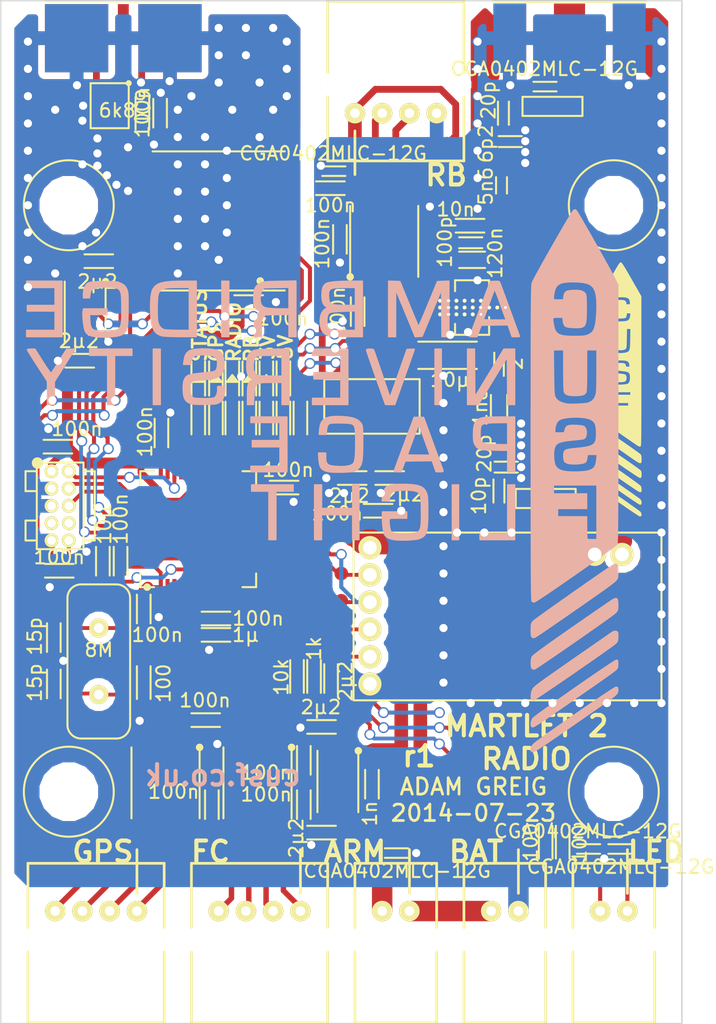
<source format=kicad_pcb>
(kicad_pcb (version 4) (host pcbnew "(2014-jul-16 BZR unknown)-product")
  (title_block (title "Martlet 2 Radio Board") (date "22 Jul 2014") (rev 1) (company "Cambridge University Spaceflight") (comment 1 "Drawn By: Adam Greig"))
  (layers (0 F.Cu signal) (31 B.Cu signal) (34 B.Paste user hide) (35 F.Paste user) (36 B.SilkS user hide) (37 F.SilkS user) (38 B.Mask user hide) (39 F.Mask user) (44 Edge.Cuts user))
  (net 0 "")
  (net 1 "Net-(C1-Pad1)")
  (net 2 "Net-(C1-Pad2)")
  (net 3 "Net-(C2-Pad1)")
  (net 4 "Net-(C2-Pad2)")
  (net 5 GND)
  (net 6 +3.3V)
  (net 7 +5V)
  (net 8 +BATT)
  (net 9 "Net-(C12-Pad2)")
  (net 10 BAT_MON)
  (net 11 "Net-(C19-Pad1)")
  (net 12 "Net-(C19-Pad2)")
  (net 13 "Net-(C20-Pad1)")
  (net 14 "Net-(C20-Pad2)")
  (net 15 "Net-(C31-Pad1)")
  (net 16 nRST)
  (net 17 "Net-(C35-Pad1)")
  (net 18 "Net-(C36-Pad1)")
  (net 19 "Net-(D1-Pad1)")
  (net 20 "Net-(D2-Pad1)")
  (net 21 "Net-(D3-Pad1)")
  (net 22 "Net-(D4-Pad1)")
  (net 23 "Net-(D5-Pad1)")
  (net 24 "Net-(D6-Pad1)")
  (net 25 "Net-(GS1-Pad2)")
  (net 26 "Net-(IC3-Pad7)")
  (net 27 "Net-(IC3-Pad6)")
  (net 28 SER_IN)
  (net 29 SER_OUT)
  (net 30 "Net-(IC4-Pad7)")
  (net 31 "Net-(IC4-Pad6)")
  (net 32 GPS_RX)
  (net 33 GPS_TX)
  (net 34 "Net-(IC5-Pad7)")
  (net 35 "Net-(IC5-Pad6)")
  (net 36 RB_TX)
  (net 37 RB_RX)
  (net 38 "Net-(IC7-Pad1)")
  (net 39 "Net-(IC7-Pad3)")
  (net 40 "Net-(IC10-Pad4)")
  (net 41 "Net-(IC10-Pad6)")
  (net 42 "Net-(IC10-Pad2)")
  (net 43 "Net-(IC10-Pad3)")
  (net 44 LED_1)
  (net 45 LED_2)
  (net 46 LED_3)
  (net 47 LED_4)
  (net 48 "Net-(IC10-Pad18)")
  (net 49 NTX2B_P1)
  (net 50 NTX2B_P0)
  (net 51 LED_A)
  (net 52 LED_C)
  (net 53 "Net-(IC10-Pad29)")
  (net 54 "Net-(IC10-Pad32)")
  (net 55 SWCLK)
  (net 56 "Net-(IC10-Pad38)")
  (net 57 SWO)
  (net 58 "Net-(IC10-Pad40)")
  (net 59 GPS_RESET)
  (net 60 GPS_SCL)
  (net 61 GPS_SDA)
  (net 62 "Net-(IC10-Pad11)")
  (net 63 NTX2B_EN)
  (net 64 NTX2B_TXD)
  (net 65 "Net-(IC10-Pad33)")
  (net 66 SWDIO)
  (net 67 "Net-(IC10-Pad45)")
  (net 68 "Net-(IC10-Pad46)")
  (net 69 "Net-(L2-Pad1)")
  (net 70 "Net-(IC9-Pad11)")
  (net 71 "Net-(R7-Pad2)")
  (net 72 "Net-(ANT1-Pad1)")
  (net 73 "Net-(IC8-Pad11)")
  (net 74 "Net-(IC8-Pad13)")
  (net 75 "Net-(IC8-Pad14)")
  (net 76 "Net-(IC8-Pad15)")
  (net 77 "Net-(IC8-Pad18)")
  (net 78 "Net-(IC8-Pad5)")
  (net 79 "Net-(IC8-Pad4)")
  (net 80 "Net-(P6-Pad7)")
  (net 81 "Net-(P6-Pad8)")
  (net 82 "Net-(GS1-Pad1)")
  (net 83 "Net-(IC10-Pad17)")
  (net 84 "Net-(IC10-Pad10)")
  (net 85 "Net-(D9-Pad1)")
  (net 86 "Net-(P1-Pad2)")
  (net 87 "Net-(D10-Pad2)")
  (module m2r:C0603 (layer F.Cu) (at 131.5 117.25 270)
    (fp_text reference C1 hide)
    (fp_text value 100n (at -0.25 2.8 360) (layer F.SilkS))
    (pad 1 smd rect (at 0 0 270) (size 0.7 0.8) (layers F.Cu F.Paste F.Mask) (net 1 "Net-(C1-Pad1)"))
    (pad 2 smd rect (at 1.4 0 270) (size 0.7 0.8) (layers F.Cu F.Paste F.Mask) (net 2 "Net-(C1-Pad2)"))
  )
  (module m2r:C0603 (layer F.Cu) (at 138.25 117.25 270)
    (fp_text reference C2 hide)
    (fp_text value 100n (at -0.05 2.75 360) (layer F.SilkS))
    (pad 1 smd rect (at 0 0 270) (size 0.7 0.8) (layers F.Cu F.Paste F.Mask) (net 3 "Net-(C2-Pad1)"))
    (pad 2 smd rect (at 1.4 0 270) (size 0.7 0.8) (layers F.Cu F.Paste F.Mask) (net 4 "Net-(C2-Pad2)"))
  )
  (module m2r:C0603 (layer F.Cu) (at 140.9 77.2 90)
    (fp_text reference C3 hide)
    (fp_text value 100n (at 0.4 -1.3 90) (layer F.SilkS))
    (pad 1 smd rect (at 0 0 90) (size 0.7 0.8) (layers F.Cu F.Paste F.Mask) (net 5 GND))
    (pad 2 smd rect (at 1.4 0 90) (size 0.7 0.8) (layers F.Cu F.Paste F.Mask) (net 6 +3.3V))
  )
  (module m2r:C0603 (layer F.Cu) (at 139.5 72.75)
    (fp_text reference C4 hide)
    (fp_text value 100n (at 0.7 1.25) (layer F.SilkS))
    (pad 1 smd rect (at 0 0) (size 0.7 0.8) (layers F.Cu F.Paste F.Mask) (net 5 GND))
    (pad 2 smd rect (at 1.4 0) (size 0.7 0.8) (layers F.Cu F.Paste F.Mask) (net 7 +5V))
  )
  (module m2r:C0603 (layer F.Cu) (at 131.75 111.75 180)
    (fp_text reference C5 hide)
    (fp_text value 100n (at 0.75 1.45 180) (layer F.SilkS))
    (pad 1 smd rect (at 0 0 180) (size 0.7 0.8) (layers F.Cu F.Paste F.Mask) (net 5 GND))
    (pad 2 smd rect (at 1.4 0 180) (size 0.7 0.8) (layers F.Cu F.Paste F.Mask) (net 6 +3.3V))
  )
  (module m2r:C0603 (layer F.Cu) (at 138.25 114 270)
    (fp_text reference C6 hide)
    (fp_text value 100n (at 1.6 2.75 360) (layer F.SilkS))
    (pad 1 smd rect (at 0 0 270) (size 0.7 0.8) (layers F.Cu F.Paste F.Mask) (net 6 +3.3V))
    (pad 2 smd rect (at 1.4 0 270) (size 0.7 0.8) (layers F.Cu F.Paste F.Mask) (net 5 GND))
  )
  (module m2r:C0603 (layer F.Cu) (at 140.25 120 180)
    (fp_text reference C7 hide)
    (fp_text value 2µ2 (at 2.55 -0.4 270) (layer F.SilkS))
    (pad 1 smd rect (at 0 0 180) (size 0.7 0.8) (layers F.Cu F.Paste F.Mask) (net 8 +BATT))
    (pad 2 smd rect (at 1.4 0 180) (size 0.7 0.8) (layers F.Cu F.Paste F.Mask) (net 5 GND))
  )
  (module m2r:C0603 (layer F.Cu) (at 140.25 112.25 180)
    (fp_text reference C8 hide)
    (fp_text value 2µ2 (at 0.75 1.45 180) (layer F.SilkS))
    (pad 1 smd rect (at 0 0 180) (size 0.7 0.8) (layers F.Cu F.Paste F.Mask) (net 6 +3.3V))
    (pad 2 smd rect (at 1.4 0 180) (size 0.7 0.8) (layers F.Cu F.Paste F.Mask) (net 5 GND))
  )
  (module m2r:C0603 (layer F.Cu) (at 145.25 94 180)
    (fp_text reference C9 hide)
    (fp_text value 2µ2 (at -0.35 -1.2 180) (layer F.SilkS))
    (pad 1 smd rect (at 0 0 180) (size 0.7 0.8) (layers F.Cu F.Paste F.Mask) (net 8 +BATT))
    (pad 2 smd rect (at 1.4 0 180) (size 0.7 0.8) (layers F.Cu F.Paste F.Mask) (net 5 GND))
  )
  (module m2r:C0603 (layer F.Cu) (at 142.5 94 180)
    (fp_text reference C10 hide)
    (fp_text value 2µ2 (at 0.9 -1.3 180) (layer F.SilkS))
    (pad 1 smd rect (at 0 0 180) (size 0.7 0.8) (layers F.Cu F.Paste F.Mask) (net 7 +5V))
    (pad 2 smd rect (at 1.4 0 180) (size 0.7 0.8) (layers F.Cu F.Paste F.Mask) (net 5 GND))
  )
  (module m2r:C0603 (layer F.Cu) (at 142.2 81.1 270)
    (fp_text reference C11 hide)
    (fp_text value 100n (at 0.75 1.45 270) (layer F.SilkS))
    (pad 1 smd rect (at 0 0 270) (size 0.7 0.8) (layers F.Cu F.Paste F.Mask) (net 6 +3.3V))
    (pad 2 smd rect (at 1.4 0 270) (size 0.7 0.8) (layers F.Cu F.Paste F.Mask) (net 5 GND))
  )
  (module m2r:C0603 (layer F.Cu) (at 143.25 115.75 270)
    (fp_text reference C12 hide)
    (fp_text value 1n (at 2.85 0.15 270) (layer F.SilkS))
    (pad 1 smd rect (at 0 0 270) (size 0.7 0.8) (layers F.Cu F.Paste F.Mask) (net 6 +3.3V))
    (pad 2 smd rect (at 1.4 0 270) (size 0.7 0.8) (layers F.Cu F.Paste F.Mask) (net 9 "Net-(C12-Pad2)"))
  )
  (module m2r:C0603 (layer F.Cu) (at 140.25 108 270)
    (fp_text reference C13 hide)
    (fp_text value 2µ2 (at 0.9 -1.05 270) (layer F.SilkS))
    (pad 1 smd rect (at 0 0 270) (size 0.7 0.8) (layers F.Cu F.Paste F.Mask) (net 10 BAT_MON))
    (pad 2 smd rect (at 1.4 0 270) (size 0.7 0.8) (layers F.Cu F.Paste F.Mask) (net 5 GND))
  )
  (module m2r:C0603 (layer F.Cu) (at 120.9 91.7 180)
    (fp_text reference C14 hide)
    (fp_text value 100n (at -0.7 1.3 180) (layer F.SilkS))
    (pad 1 smd rect (at 0 0 180) (size 0.7 0.8) (layers F.Cu F.Paste F.Mask) (net 6 +3.3V))
    (pad 2 smd rect (at 1.4 0 180) (size 0.7 0.8) (layers F.Cu F.Paste F.Mask) (net 5 GND))
  )
  (module m2r:C0603 (layer F.Cu) (at 143 96.4)
    (fp_text reference C15 hide)
    (fp_text value 100n (at -2.3 0.2) (layer F.SilkS))
    (pad 1 smd rect (at 0 0) (size 0.7 0.8) (layers F.Cu F.Paste F.Mask) (net 6 +3.3V))
    (pad 2 smd rect (at 1.4 0) (size 0.7 0.8) (layers F.Cu F.Paste F.Mask) (net 5 GND))
  )
  (module m2r:C0402 (layer F.Cu) (at 150 76.75)
    (fp_text reference C16 hide)
    (fp_text value 100p (at -1.4 -0.05 90) (layer F.SilkS))
    (pad 1 smd rect (at 0 0) (size 0.6 0.6) (layers F.Cu F.Paste F.Mask) (net 7 +5V))
    (pad 2 smd rect (at 1 0) (size 0.6 0.6) (layers F.Cu F.Paste F.Mask) (net 5 GND))
  )
  (module m2r:C0603 (layer F.Cu) (at 149.75 75.5)
    (fp_text reference C17 hide)
    (fp_text value 10n (at -0.35 -1.2 180) (layer F.SilkS))
    (pad 1 smd rect (at 0 0) (size 0.7 0.8) (layers F.Cu F.Paste F.Mask) (net 7 +5V))
    (pad 2 smd rect (at 1.4 0) (size 0.7 0.8) (layers F.Cu F.Paste F.Mask) (net 5 GND))
  )
  (module m2r:C1206 (layer F.Cu) (at 147.25 85)
    (fp_text reference C18 hide)
    (fp_text value 10µ (at 1.75 1.8) (layer F.SilkS))
    (pad 1 smd rect (at 0 0) (size 1.2 1.7) (layers F.Cu F.Paste F.Mask) (net 7 +5V))
    (pad 2 smd rect (at 3.1 0) (size 1.2 1.7) (layers F.Cu F.Paste F.Mask) (net 5 GND))
  )
  (module m2r:C0402 (layer F.Cu) (at 152.57 94.45 270)
    (fp_text reference C19 hide)
    (fp_text value 10p (at 0.85 1.47 270) (layer F.SilkS))
    (pad 1 smd rect (at 0 0 270) (size 0.6 0.6) (layers F.Cu F.Paste F.Mask) (net 11 "Net-(C19-Pad1)"))
    (pad 2 smd rect (at 1 0 270) (size 0.6 0.6) (layers F.Cu F.Paste F.Mask) (net 12 "Net-(C19-Pad2)"))
  )
  (module m2r:C0402 (layer F.Cu) (at 152.9 67.75 90)
    (fp_text reference C20 hide)
    (fp_text value 20p (at 1.45 -1.1 90) (layer F.SilkS))
    (pad 1 smd rect (at 0 0 90) (size 0.6 0.6) (layers F.Cu F.Paste F.Mask) (net 13 "Net-(C20-Pad1)"))
    (pad 2 smd rect (at 1 0 90) (size 0.6 0.6) (layers F.Cu F.Paste F.Mask) (net 14 "Net-(C20-Pad2)"))
  )
  (module m2r:C0402 (layer F.Cu) (at 153.6 93.2 180)
    (fp_text reference C21 hide)
    (fp_text value 20p (at 2.1 1 270) (layer F.SilkS))
    (pad 1 smd rect (at 0 0 180) (size 0.6 0.6) (layers F.Cu F.Paste F.Mask) (net 5 GND))
    (pad 2 smd rect (at 1 0 180) (size 0.6 0.6) (layers F.Cu F.Paste F.Mask) (net 11 "Net-(C19-Pad1)"))
  )
  (module m2r:C0402 (layer F.Cu) (at 153.9 69.33 180)
    (fp_text reference C22 hide)
    (fp_text value 6p2 (at 2.3 -0.17 270) (layer F.SilkS))
    (pad 1 smd rect (at 0 0 180) (size 0.6 0.6) (layers F.Cu F.Paste F.Mask) (net 5 GND))
    (pad 2 smd rect (at 1 0 180) (size 0.6 0.6) (layers F.Cu F.Paste F.Mask) (net 13 "Net-(C20-Pad1)"))
  )
  (module m2r:C0603 (layer F.Cu) (at 123.5 100.8 90)
    (fp_text reference C23 hide)
    (fp_text value 10µ (at 3.4 0.1 270) (layer F.SilkS))
    (pad 1 smd rect (at 0 0 90) (size 0.7 0.8) (layers F.Cu F.Paste F.Mask) (net 6 +3.3V))
    (pad 2 smd rect (at 1.4 0 90) (size 0.7 0.8) (layers F.Cu F.Paste F.Mask) (net 5 GND))
  )
  (module m2r:C0603 (layer F.Cu) (at 126.5 102.9 270)
    (fp_text reference C24 hide)
    (fp_text value 100n (at 2.6 -1 360) (layer F.SilkS))
    (pad 1 smd rect (at 0 0 270) (size 0.7 0.8) (layers F.Cu F.Paste F.Mask) (net 6 +3.3V))
    (pad 2 smd rect (at 1.4 0 270) (size 0.7 0.8) (layers F.Cu F.Paste F.Mask) (net 5 GND))
  )
  (module m2r:C0603 (layer F.Cu) (at 124.8 100.8 90)
    (fp_text reference C25 hide)
    (fp_text value 100n (at 3.8 0 270) (layer F.SilkS))
    (pad 1 smd rect (at 0 0 90) (size 0.7 0.8) (layers F.Cu F.Paste F.Mask) (net 6 +3.3V))
    (pad 2 smd rect (at 1.4 0 90) (size 0.7 0.8) (layers F.Cu F.Paste F.Mask) (net 5 GND))
  )
  (module m2r:C0603 (layer F.Cu) (at 136.1 94.7)
    (fp_text reference C26 hide)
    (fp_text value 100n (at 1 -1.3) (layer F.SilkS))
    (pad 1 smd rect (at 0 0) (size 0.7 0.8) (layers F.Cu F.Paste F.Mask) (net 6 +3.3V))
    (pad 2 smd rect (at 1.4 0) (size 0.7 0.8) (layers F.Cu F.Paste F.Mask) (net 5 GND))
  )
  (module m2r:C0603 (layer F.Cu) (at 127.8 91.4 90)
    (fp_text reference C27 hide)
    (fp_text value 100n (at 0.8 -1.2 90) (layer F.SilkS))
    (pad 1 smd rect (at 0 0 90) (size 0.7 0.8) (layers F.Cu F.Paste F.Mask) (net 6 +3.3V))
    (pad 2 smd rect (at 1.4 0 90) (size 0.7 0.8) (layers F.Cu F.Paste F.Mask) (net 5 GND))
  )
  (module m2r:C0603 (layer F.Cu) (at 132.5 105.5 180)
    (fp_text reference C28 hide)
    (fp_text value 1µ (at -1.5 0 180) (layer F.SilkS))
    (pad 1 smd rect (at 0 0 180) (size 0.7 0.8) (layers F.Cu F.Paste F.Mask) (net 6 +3.3V))
    (pad 2 smd rect (at 1.4 0 180) (size 0.7 0.8) (layers F.Cu F.Paste F.Mask) (net 5 GND))
  )
  (module m2r:C0603 (layer F.Cu) (at 132.5 104.3 180)
    (fp_text reference C29 hide)
    (fp_text value 100n (at -2.4 0 180) (layer F.SilkS))
    (pad 1 smd rect (at 0 0 180) (size 0.7 0.8) (layers F.Cu F.Paste F.Mask) (net 6 +3.3V))
    (pad 2 smd rect (at 1.4 0 180) (size 0.7 0.8) (layers F.Cu F.Paste F.Mask) (net 5 GND))
  )
  (module m2r:C0603 (layer F.Cu) (at 133.5 81.1)
    (fp_text reference C30 hide)
    (fp_text value 100n (at 3.2 1.2) (layer F.SilkS))
    (pad 1 smd rect (at 0 0) (size 0.7 0.8) (layers F.Cu F.Paste F.Mask) (net 6 +3.3V))
    (pad 2 smd rect (at 1.4 0) (size 0.7 0.8) (layers F.Cu F.Paste F.Mask) (net 5 GND))
  )
  (module m2r:C0603 (layer F.Cu) (at 127.7 67.95 90)
    (fp_text reference C31 hide)
    (fp_text value 100n (at 0.75 -1.3 90) (layer F.SilkS))
    (pad 1 smd rect (at 0 0 90) (size 0.7 0.8) (layers F.Cu F.Paste F.Mask) (net 15 "Net-(C31-Pad1)"))
    (pad 2 smd rect (at 1.4 0 90) (size 0.7 0.8) (layers F.Cu F.Paste F.Mask) (net 5 GND))
  )
  (module m2r:C0603 (layer F.Cu) (at 123.9 78.1 180)
    (fp_text reference C32 hide)
    (fp_text value 2µ2 (at 0.8 -1.5 180) (layer F.SilkS))
    (pad 1 smd rect (at 0 0 180) (size 0.7 0.8) (layers F.Cu F.Paste F.Mask) (net 15 "Net-(C31-Pad1)"))
    (pad 2 smd rect (at 1.4 0 180) (size 0.7 0.8) (layers F.Cu F.Paste F.Mask) (net 5 GND))
  )
  (module m2r:C0603 (layer F.Cu) (at 122.5 85.4 180)
    (fp_text reference C33 hide)
    (fp_text value 2µ2 (at 0.75 1.45 180) (layer F.SilkS))
    (pad 1 smd rect (at 0 0 180) (size 0.7 0.8) (layers F.Cu F.Paste F.Mask) (net 6 +3.3V))
    (pad 2 smd rect (at 1.4 0 180) (size 0.7 0.8) (layers F.Cu F.Paste F.Mask) (net 5 GND))
  )
  (module m2r:C0603 (layer F.Cu) (at 121 100.8 180)
    (fp_text reference C34 hide)
    (fp_text value 100n (at 0.7 1 180) (layer F.SilkS))
    (pad 1 smd rect (at 0 0 180) (size 0.7 0.8) (layers F.Cu F.Paste F.Mask) (net 16 nRST))
    (pad 2 smd rect (at 1.4 0 180) (size 0.7 0.8) (layers F.Cu F.Paste F.Mask) (net 5 GND))
  )
  (module m2r:C0603 (layer F.Cu) (at 119.9 105 270)
    (fp_text reference C35 hide)
    (fp_text value 15p (at 0.6 1.4 270) (layer F.SilkS))
    (pad 1 smd rect (at 0 0 270) (size 0.7 0.8) (layers F.Cu F.Paste F.Mask) (net 17 "Net-(C35-Pad1)"))
    (pad 2 smd rect (at 1.4 0 270) (size 0.7 0.8) (layers F.Cu F.Paste F.Mask) (net 5 GND))
  )
  (module m2r:C0603 (layer F.Cu) (at 119.9 109.8 90)
    (fp_text reference C36 hide)
    (fp_text value 15p (at 0.8 -1.4 90) (layer F.SilkS))
    (pad 1 smd rect (at 0 0 90) (size 0.7 0.8) (layers F.Cu F.Paste F.Mask) (net 18 "Net-(C36-Pad1)"))
    (pad 2 smd rect (at 1.4 0 90) (size 0.7 0.8) (layers F.Cu F.Paste F.Mask) (net 5 GND))
  )
  (module m2r:LED0603 (layer F.Cu) (at 135.5 87.55 90)
    (fp_text reference D1 hide)
    (fp_text value RED hide)
    (pad 1 smd rect (at 0 0 90) (size 0.8 0.8) (layers F.Cu F.Paste F.Mask) (net 19 "Net-(D1-Pad1)"))
    (pad 2 smd rect (at 1.65 0 90) (size 0.8 0.8) (layers F.Cu F.Paste F.Mask) (net 5 GND))
  )
  (module m2r:LED0603 (layer F.Cu) (at 136.75 87.55 90)
    (fp_text reference D2 hide)
    (fp_text value RED hide)
    (pad 1 smd rect (at 0 0 90) (size 0.8 0.8) (layers F.Cu F.Paste F.Mask) (net 20 "Net-(D2-Pad1)"))
    (pad 2 smd rect (at 1.65 0 90) (size 0.8 0.8) (layers F.Cu F.Paste F.Mask) (net 5 GND))
  )
  (module m2r:LED0603 (layer F.Cu) (at 134.25 87.55 90)
    (fp_text reference D3 hide)
    (fp_text value YELLOW hide)
    (pad 1 smd rect (at 0 0 90) (size 0.8 0.8) (layers F.Cu F.Paste F.Mask) (net 21 "Net-(D3-Pad1)"))
    (pad 2 smd rect (at 1.65 0 90) (size 0.8 0.8) (layers F.Cu F.Paste F.Mask) (net 5 GND))
  )
  (module m2r:LED0603 (layer F.Cu) (at 131.8 87.55 90)
    (fp_text reference D4 hide)
    (fp_text value YELLOW hide)
    (pad 1 smd rect (at 0 0 90) (size 0.8 0.8) (layers F.Cu F.Paste F.Mask) (net 22 "Net-(D4-Pad1)"))
    (pad 2 smd rect (at 1.65 0 90) (size 0.8 0.8) (layers F.Cu F.Paste F.Mask) (net 5 GND))
  )
  (module m2r:LED0603 (layer F.Cu) (at 133 87.55 90)
    (fp_text reference D5 hide)
    (fp_text value YELLOW hide)
    (pad 1 smd rect (at 0 0 90) (size 0.8 0.8) (layers F.Cu F.Paste F.Mask) (net 23 "Net-(D5-Pad1)"))
    (pad 2 smd rect (at 1.65 0 90) (size 0.8 0.8) (layers F.Cu F.Paste F.Mask) (net 5 GND))
  )
  (module m2r:LED0603 (layer F.Cu) (at 130.5 87.55 90)
    (fp_text reference D6 hide)
    (fp_text value YELLOW hide)
    (pad 1 smd rect (at 0 0 90) (size 0.8 0.8) (layers F.Cu F.Paste F.Mask) (net 24 "Net-(D6-Pad1)"))
    (pad 2 smd rect (at 1.65 0 90) (size 0.8 0.8) (layers F.Cu F.Paste F.Mask) (net 5 GND))
  )
  (module m2r:MSOP8 (layer F.Cu) (at 141.75 114 270)
    (fp_text reference IC2 hide)
    (fp_text value ADP3335 hide)
    (pad 1 smd rect (at 0 0 270) (size 1.4 0.4) (layers F.Cu F.Paste F.Mask) (net 6 +3.3V))
    (pad 2 smd rect (at 0 0.65 270) (size 1.4 0.4) (layers F.Cu F.Paste F.Mask) (net 6 +3.3V))
    (pad 3 smd rect (at 0 1.3 270) (size 1.4 0.4) (layers F.Cu F.Paste F.Mask) (net 6 +3.3V))
    (pad 4 smd rect (at 0 1.95 270) (size 1.4 0.4) (layers F.Cu F.Paste F.Mask) (net 5 GND))
    (pad 5 smd rect (at 4.4 1.95 270) (size 1.4 0.4) (layers F.Cu F.Paste F.Mask) (net 9 "Net-(C12-Pad2)"))
    (pad 6 smd rect (at 4.4 1.3 270) (size 1.4 0.4) (layers F.Cu F.Paste F.Mask) (net 8 +BATT))
    (pad 7 smd rect (at 4.4 0.65 270) (size 1.4 0.4) (layers F.Cu F.Paste F.Mask) (net 8 +BATT))
    (pad 8 smd rect (at 4.4 0 270) (size 1.4 0.4) (layers F.Cu F.Paste F.Mask) (net 8 +BATT))
  )
  (module m2r:SOIC8 (layer F.Cu) (at 136.75 113.75 270)
    (fp_text reference IC3 hide)
    (fp_text value ADuM1201 hide)
    (pad 1 smd rect (at 0 0 270) (size 2.2 0.6) (layers F.Cu F.Paste F.Mask) (net 6 +3.3V))
    (pad 2 smd rect (at 0 1.27 270) (size 2.2 0.6) (layers F.Cu F.Paste F.Mask) (net 28 SER_IN))
    (pad 3 smd rect (at 0 2.54 270) (size 2.2 0.6) (layers F.Cu F.Paste F.Mask) (net 29 SER_OUT))
    (pad 4 smd rect (at 0 3.81 270) (size 2.2 0.6) (layers F.Cu F.Paste F.Mask) (net 5 GND))
    (pad 5 smd rect (at 5.207 3.81 270) (size 2.2 0.6) (layers F.Cu F.Paste F.Mask) (net 3 "Net-(C2-Pad1)"))
    (pad 6 smd rect (at 5.207 2.54 270) (size 2.2 0.6) (layers F.Cu F.Paste F.Mask) (net 27 "Net-(IC3-Pad6)"))
    (pad 7 smd rect (at 5.207 1.27 270) (size 2.2 0.6) (layers F.Cu F.Paste F.Mask) (net 26 "Net-(IC3-Pad7)"))
    (pad 8 smd rect (at 5.207 0 270) (size 2.2 0.6) (layers F.Cu F.Paste F.Mask) (net 4 "Net-(C2-Pad2)"))
  )
  (module m2r:SOIC8 (layer F.Cu) (at 130 113.75 270)
    (fp_text reference IC4 hide)
    (fp_text value ADuM1201 hide)
    (pad 1 smd rect (at 0 0 270) (size 2.2 0.6) (layers F.Cu F.Paste F.Mask) (net 6 +3.3V))
    (pad 2 smd rect (at 0 1.27 270) (size 2.2 0.6) (layers F.Cu F.Paste F.Mask) (net 32 GPS_RX))
    (pad 3 smd rect (at 0 2.54 270) (size 2.2 0.6) (layers F.Cu F.Paste F.Mask) (net 33 GPS_TX))
    (pad 4 smd rect (at 0 3.81 270) (size 2.2 0.6) (layers F.Cu F.Paste F.Mask) (net 5 GND))
    (pad 5 smd rect (at 5.207 3.81 270) (size 2.2 0.6) (layers F.Cu F.Paste F.Mask) (net 1 "Net-(C1-Pad1)"))
    (pad 6 smd rect (at 5.207 2.54 270) (size 2.2 0.6) (layers F.Cu F.Paste F.Mask) (net 31 "Net-(IC4-Pad6)"))
    (pad 7 smd rect (at 5.207 1.27 270) (size 2.2 0.6) (layers F.Cu F.Paste F.Mask) (net 30 "Net-(IC4-Pad7)"))
    (pad 8 smd rect (at 5.207 0 270) (size 2.2 0.6) (layers F.Cu F.Paste F.Mask) (net 2 "Net-(C1-Pad2)"))
  )
  (module m2r:SOIC8 (layer F.Cu) (at 142.25 79.25 90)
    (fp_text reference IC5 hide)
    (fp_text value ADuM1201 hide)
    (pad 1 smd rect (at 0 0 90) (size 2.2 0.6) (layers F.Cu F.Paste F.Mask) (net 6 +3.3V))
    (pad 2 smd rect (at 0 1.27 90) (size 2.2 0.6) (layers F.Cu F.Paste F.Mask) (net 36 RB_TX))
    (pad 3 smd rect (at 0 2.54 90) (size 2.2 0.6) (layers F.Cu F.Paste F.Mask) (net 37 RB_RX))
    (pad 4 smd rect (at 0 3.81 90) (size 2.2 0.6) (layers F.Cu F.Paste F.Mask) (net 5 GND))
    (pad 5 smd rect (at 5.207 3.81 90) (size 2.2 0.6) (layers F.Cu F.Paste F.Mask) (net 5 GND))
    (pad 6 smd rect (at 5.207 2.54 90) (size 2.2 0.6) (layers F.Cu F.Paste F.Mask) (net 35 "Net-(IC5-Pad6)"))
    (pad 7 smd rect (at 5.207 1.27 90) (size 2.2 0.6) (layers F.Cu F.Paste F.Mask) (net 34 "Net-(IC5-Pad7)"))
    (pad 8 smd rect (at 5.207 0 90) (size 2.2 0.6) (layers F.Cu F.Paste F.Mask) (net 6 +3.3V))
  )
  (module m2r:MTX2 (layer F.Cu) (at 164.5 98 180)
    (fp_text reference IC6 hide)
    (fp_text value MTX2 hide)
    (pad 1 thru_hole circle (at 2.9 -1.6 180) (size 1.7 1.7) (drill 1) (layers *.Cu F.SilkS B.Mask) (net 25 "Net-(GS1-Pad2)"))
    (pad 2 thru_hole circle (at 4.9 -1.6 180) (size 1.7 1.7) (drill 1) (layers *.Cu F.SilkS B.Mask) (net 5 GND))
    (pad 3 thru_hole circle (at 21.4 -1.1 180) (size 1.7 1.7) (drill 1) (layers *.Cu F.SilkS B.Mask) (net 6 +3.3V))
    (pad 4 thru_hole circle (at 21.4 -3.1 180) (size 1.7 1.7) (drill 1) (layers *.Cu F.SilkS B.Mask) (net 63 NTX2B_EN))
    (pad 5 thru_hole circle (at 21.4 -5.1 180) (size 1.7 1.7) (drill 1) (layers *.Cu F.SilkS B.Mask) (net 64 NTX2B_TXD))
    (pad 6 thru_hole circle (at 21.4 -7.1 180) (size 1.7 1.7) (drill 1) (layers *.Cu F.SilkS B.Mask) (net 49 NTX2B_P1))
    (pad 7 thru_hole circle (at 21.4 -9.1 180) (size 1.7 1.7) (drill 1) (layers *.Cu F.SilkS B.Mask) (net 50 NTX2B_P0))
    (pad 8 thru_hole circle (at 21.4 -11.1 180) (size 1.7 1.7) (drill 1) (layers *.Cu F.SilkS B.Mask) (net 5 GND))
  )
  (module m2r:MAX-7Q (layer F.Cu) (at 127.25 70.75)
    (fp_text reference IC8 hide)
    (fp_text value MAX-7Q hide)
    (pad 10 smd rect (at 0 0) (size 1.8 0.7) (layers F.Cu F.Paste F.Mask) (net 5 GND))
    (pad 11 smd rect (at 0 1.1) (size 1.8 0.8) (layers F.Cu F.Paste F.Mask) (net 73 "Net-(IC8-Pad11)"))
    (pad 12 smd rect (at 0 2.2) (size 1.8 0.8) (layers F.Cu F.Paste F.Mask) (net 5 GND))
    (pad 13 smd rect (at 0 3.3) (size 1.8 0.8) (layers F.Cu F.Paste F.Mask) (net 74 "Net-(IC8-Pad13)"))
    (pad 14 smd rect (at 0 4.4) (size 1.8 0.8) (layers F.Cu F.Paste F.Mask) (net 75 "Net-(IC8-Pad14)"))
    (pad 15 smd rect (at 0 5.5) (size 1.8 0.8) (layers F.Cu F.Paste F.Mask) (net 76 "Net-(IC8-Pad15)"))
    (pad 16 smd rect (at 0 6.6) (size 1.8 0.8) (layers F.Cu F.Paste F.Mask) (net 61 GPS_SDA))
    (pad 17 smd rect (at 0 7.7) (size 1.8 0.8) (layers F.Cu F.Paste F.Mask) (net 60 GPS_SCL))
    (pad 18 smd rect (at 0 8.8) (size 1.8 0.7) (layers F.Cu F.Paste F.Mask) (net 77 "Net-(IC8-Pad18)"))
    (pad 9 smd rect (at 9.5 0) (size 1.8 0.7) (layers F.Cu F.Paste F.Mask) (net 59 GPS_RESET))
    (pad 1 smd rect (at 9.5 8.8) (size 1.8 0.7) (layers F.Cu F.Paste F.Mask) (net 5 GND))
    (pad 8 smd rect (at 9.5 1.1) (size 1.8 0.8) (layers F.Cu F.Paste F.Mask) (net 6 +3.3V))
    (pad 7 smd rect (at 9.5 2.2) (size 1.8 0.8) (layers F.Cu F.Paste F.Mask) (net 6 +3.3V))
    (pad 6 smd rect (at 9.5 3.3) (size 1.8 0.8) (layers F.Cu F.Paste F.Mask) (net 6 +3.3V))
    (pad 5 smd rect (at 9.5 4.4) (size 1.8 0.8) (layers F.Cu F.Paste F.Mask) (net 78 "Net-(IC8-Pad5)"))
    (pad 4 smd rect (at 9.5 5.5) (size 1.8 0.8) (layers F.Cu F.Paste F.Mask) (net 79 "Net-(IC8-Pad4)"))
    (pad 3 smd rect (at 9.5 6.6) (size 1.8 0.8) (layers F.Cu F.Paste F.Mask) (net 32 GPS_RX))
    (pad 2 smd rect (at 9.5 7.7) (size 1.8 0.8) (layers F.Cu F.Paste F.Mask) (net 33 GPS_TX))
  )
  (module m2r:LQFP48 (layer F.Cu) (at 127.75 102)
    (fp_text reference IC10 hide)
    (fp_text value STM32F303C hide)
    (pad 1 smd rect (at 0 0) (size 0.3 1.2) (layers F.Cu F.Paste F.Mask) (net 6 +3.3V))
    (pad 2 smd rect (at 0.5 0) (size 0.3 1.2) (layers F.Cu F.Paste F.Mask) (net 42 "Net-(IC10-Pad2)"))
    (pad 3 smd rect (at 1 0) (size 0.3 1.2) (layers F.Cu F.Paste F.Mask) (net 43 "Net-(IC10-Pad3)"))
    (pad 4 smd rect (at 1.5 0) (size 0.3 1.2) (layers F.Cu F.Paste F.Mask) (net 40 "Net-(IC10-Pad4)"))
    (pad 5 smd rect (at 2 0) (size 0.3 1.2) (layers F.Cu F.Paste F.Mask) (net 17 "Net-(C35-Pad1)"))
    (pad 6 smd rect (at 2.5 0) (size 0.3 1.2) (layers F.Cu F.Paste F.Mask) (net 41 "Net-(IC10-Pad6)"))
    (pad 7 smd rect (at 3 0) (size 0.3 1.2) (layers F.Cu F.Paste F.Mask) (net 16 nRST))
    (pad 8 smd rect (at 3.5 0) (size 0.3 1.2) (layers F.Cu F.Paste F.Mask) (net 5 GND))
    (pad 9 smd rect (at 4 0) (size 0.3 1.2) (layers F.Cu F.Paste F.Mask) (net 6 +3.3V))
    (pad 10 smd rect (at 4.5 0) (size 0.3 1.2) (layers F.Cu F.Paste F.Mask) (net 84 "Net-(IC10-Pad10)"))
    (pad 11 smd rect (at 5 0) (size 0.3 1.2) (layers F.Cu F.Paste F.Mask) (net 62 "Net-(IC10-Pad11)"))
    (pad 12 smd rect (at 5.5 0) (size 0.3 1.2) (layers F.Cu F.Paste F.Mask) (net 29 SER_OUT))
    (pad 13 smd rect (at 7 -1.5) (size 1.2 0.3) (layers F.Cu F.Paste F.Mask) (net 28 SER_IN))
    (pad 14 smd rect (at 7 -2) (size 1.2 0.3) (layers F.Cu F.Paste F.Mask) (net 51 LED_A))
    (pad 15 smd rect (at 7 -2.5) (size 1.2 0.3) (layers F.Cu F.Paste F.Mask) (net 52 LED_C))
    (pad 16 smd rect (at 7 -3) (size 1.2 0.3) (layers F.Cu F.Paste F.Mask) (net 10 BAT_MON))
    (pad 17 smd rect (at 7 -3.5) (size 1.2 0.3) (layers F.Cu F.Paste F.Mask) (net 83 "Net-(IC10-Pad17)"))
    (pad 18 smd rect (at 7 -4) (size 1.2 0.3) (layers F.Cu F.Paste F.Mask) (net 48 "Net-(IC10-Pad18)"))
    (pad 19 smd rect (at 7 -4.5) (size 1.2 0.3) (layers F.Cu F.Paste F.Mask) (net 50 NTX2B_P0))
    (pad 20 smd rect (at 7 -5) (size 1.2 0.3) (layers F.Cu F.Paste F.Mask) (net 49 NTX2B_P1))
    (pad 21 smd rect (at 7 -5.5) (size 1.2 0.3) (layers F.Cu F.Paste F.Mask) (net 63 NTX2B_EN))
    (pad 22 smd rect (at 7 -6) (size 1.2 0.3) (layers F.Cu F.Paste F.Mask) (net 64 NTX2B_TXD))
    (pad 23 smd rect (at 7 -6.5) (size 1.2 0.3) (layers F.Cu F.Paste F.Mask) (net 5 GND))
    (pad 24 smd rect (at 7 -7) (size 1.2 0.3) (layers F.Cu F.Paste F.Mask) (net 6 +3.3V))
    (pad 25 smd rect (at 5.5 -8.5) (size 0.3 1.2) (layers F.Cu F.Paste F.Mask) (net 44 LED_1))
    (pad 26 smd rect (at 5 -8.5) (size 0.3 1.2) (layers F.Cu F.Paste F.Mask) (net 45 LED_2))
    (pad 27 smd rect (at 4.5 -8.5) (size 0.3 1.2) (layers F.Cu F.Paste F.Mask) (net 46 LED_3))
    (pad 28 smd rect (at 4 -8.5) (size 0.3 1.2) (layers F.Cu F.Paste F.Mask) (net 47 LED_4))
    (pad 29 smd rect (at 3.5 -8.5) (size 0.3 1.2) (layers F.Cu F.Paste F.Mask) (net 53 "Net-(IC10-Pad29)"))
    (pad 30 smd rect (at 3 -8.5) (size 0.3 1.2) (layers F.Cu F.Paste F.Mask) (net 37 RB_RX))
    (pad 31 smd rect (at 2.5 -8.5) (size 0.3 1.2) (layers F.Cu F.Paste F.Mask) (net 36 RB_TX))
    (pad 32 smd rect (at 2 -8.5) (size 0.3 1.2) (layers F.Cu F.Paste F.Mask) (net 54 "Net-(IC10-Pad32)"))
    (pad 33 smd rect (at 1.5 -8.5) (size 0.3 1.2) (layers F.Cu F.Paste F.Mask) (net 65 "Net-(IC10-Pad33)"))
    (pad 34 smd rect (at 1 -8.5) (size 0.3 1.2) (layers F.Cu F.Paste F.Mask) (net 66 SWDIO))
    (pad 35 smd rect (at 0.5 -8.5) (size 0.3 1.2) (layers F.Cu F.Paste F.Mask) (net 5 GND))
    (pad 36 smd rect (at 0 -8.5) (size 0.3 1.2) (layers F.Cu F.Paste F.Mask) (net 6 +3.3V))
    (pad 37 smd rect (at -1.5 -7) (size 1.2 0.3) (layers F.Cu F.Paste F.Mask) (net 55 SWCLK))
    (pad 38 smd rect (at -1.5 -6.5) (size 1.2 0.3) (layers F.Cu F.Paste F.Mask) (net 56 "Net-(IC10-Pad38)"))
    (pad 39 smd rect (at -1.5 -6) (size 1.2 0.3) (layers F.Cu F.Paste F.Mask) (net 57 SWO))
    (pad 40 smd rect (at -1.5 -5.5) (size 1.2 0.3) (layers F.Cu F.Paste F.Mask) (net 58 "Net-(IC10-Pad40)"))
    (pad 41 smd rect (at -1.5 -5) (size 1.2 0.3) (layers F.Cu F.Paste F.Mask) (net 59 GPS_RESET))
    (pad 42 smd rect (at -1.5 -4.5) (size 1.2 0.3) (layers F.Cu F.Paste F.Mask) (net 60 GPS_SCL))
    (pad 43 smd rect (at -1.5 -4) (size 1.2 0.3) (layers F.Cu F.Paste F.Mask) (net 61 GPS_SDA))
    (pad 44 smd rect (at -1.5 -3.5) (size 1.2 0.3) (layers F.Cu F.Paste F.Mask) (net 5 GND))
    (pad 45 smd rect (at -1.5 -3) (size 1.2 0.3) (layers F.Cu F.Paste F.Mask) (net 67 "Net-(IC10-Pad45)"))
    (pad 46 smd rect (at -1.5 -2.5) (size 1.2 0.3) (layers F.Cu F.Paste F.Mask) (net 68 "Net-(IC10-Pad46)"))
    (pad 47 smd rect (at -1.5 -2) (size 1.2 0.3) (layers F.Cu F.Paste F.Mask) (net 5 GND))
    (pad 48 smd rect (at -1.5 -1.5) (size 1.2 0.3) (layers F.Cu F.Paste F.Mask) (net 6 +3.3V))
  )
  (module m2r:MSOP8 (layer F.Cu) (at 123.2 79.6 270)
    (fp_text reference IC11 hide)
    (fp_text value ADP3333 hide)
    (pad 1 smd rect (at 0 0 270) (size 1.4 0.4) (layers F.Cu F.Paste F.Mask) (net 15 "Net-(C31-Pad1)"))
    (pad 2 smd rect (at 0 0.65 270) (size 1.4 0.4) (layers F.Cu F.Paste F.Mask) (net 6 +3.3V))
    (pad 3 smd rect (at 0 1.3 270) (size 1.4 0.4) (layers F.Cu F.Paste F.Mask) (net 5 GND))
    (pad 4 smd rect (at 0 1.95 270) (size 1.4 0.4) (layers F.Cu F.Paste F.Mask) (net 5 GND))
    (pad 5 smd rect (at 4.4 1.95 270) (size 1.4 0.4) (layers F.Cu F.Paste F.Mask) (net 5 GND))
    (pad 6 smd rect (at 4.4 1.3 270) (size 1.4 0.4) (layers F.Cu F.Paste F.Mask) (net 5 GND))
    (pad 7 smd rect (at 4.4 0.65 270) (size 1.4 0.4) (layers F.Cu F.Paste F.Mask) (net 6 +3.3V))
    (pad 8 smd rect (at 4.4 0 270) (size 1.4 0.4) (layers F.Cu F.Paste F.Mask) (net 5 GND))
  )
  (module m2r:L0603 (layer F.Cu) (at 151.25 78 180)
    (fp_text reference L1 hide)
    (fp_text value 120n (at -1.05 0.5 450) (layer F.SilkS))
    (pad 1 smd rect (at 0 0 180) (size 0.64 1.02) (layers F.Cu F.Paste F.Mask) (net 39 "Net-(IC7-Pad3)"))
    (pad 2 smd rect (at 1.28 0 180) (size 0.64 1.02) (layers F.Cu F.Paste F.Mask) (net 7 +5V))
  )
  (module m2r:L0603 (layer F.Cu) (at 152.58 88.21 270)
    (fp_text reference L2 hide)
    (fp_text value 1n6 (at 0.59 1.38 270) (layer F.SilkS))
    (pad 1 smd rect (at 0 0 270) (size 0.64 1.02) (layers F.Cu F.Paste F.Mask) (net 69 "Net-(L2-Pad1)"))
    (pad 2 smd rect (at 1.28 0 270) (size 0.64 1.02) (layers F.Cu F.Paste F.Mask) (net 11 "Net-(C19-Pad1)"))
  )
  (module m2r:L0402 (layer F.Cu) (at 152.76 72.14 270)
    (fp_text reference L3 hide)
    (fp_text value 5n6 (at 0.46 1.16 270) (layer F.SilkS))
    (pad 1 smd rect (at 0 0 270) (size 0.36 0.66) (layers F.Cu F.Paste F.Mask) (net 13 "Net-(C20-Pad1)"))
    (pad 2 smd rect (at 0.82 0 270) (size 0.36 0.66) (layers F.Cu F.Paste F.Mask) (net 39 "Net-(IC7-Pad3)"))
  )
  (module m2r:FTSH-105-01-F-D-K (layer F.Cu) (at 121 93.5 270)
    (fp_text reference P6 hide)
    (fp_text value SWD hide)
    (pad 1 thru_hole circle (at 0 1.27 270) (size 1.016 1.016) (drill 0.635) (layers *.Cu *.Mask F.SilkS) (net 6 +3.3V))
    (pad 2 thru_hole circle (at 0 0 270) (size 1.016 1.016) (drill 0.635) (layers *.Cu *.Mask F.SilkS) (net 66 SWDIO))
    (pad 3 thru_hole circle (at 1.27 1.27 270) (size 1.016 1.016) (drill 0.635) (layers *.Cu *.Mask F.SilkS) (net 5 GND))
    (pad 4 thru_hole circle (at 1.27 0 270) (size 1.016 1.016) (drill 0.635) (layers *.Cu *.Mask F.SilkS) (net 55 SWCLK))
    (pad 5 thru_hole circle (at 2.54 1.27 270) (size 1.016 1.016) (drill 0.635) (layers *.Cu *.Mask F.SilkS) (net 5 GND))
    (pad 6 thru_hole circle (at 2.54 0 270) (size 1.016 1.016) (drill 0.635) (layers *.Cu *.Mask F.SilkS) (net 57 SWO))
    (pad 7 thru_hole circle (at 3.81 1.27 270) (size 1.016 1.016) (drill 0.635) (layers *.Cu *.Mask F.SilkS) (net 80 "Net-(P6-Pad7)"))
    (pad 8 thru_hole circle (at 3.81 0 270) (size 1.016 1.016) (drill 0.635) (layers *.Cu *.Mask F.SilkS) (net 81 "Net-(P6-Pad8)"))
    (pad 9 thru_hole circle (at 5.08 1.27 270) (size 1.016 1.016) (drill 0.635) (layers *.Cu *.Mask F.SilkS) (net 5 GND))
    (pad 10 thru_hole circle (at 5.08 0 270) (size 1.016 1.016) (drill 0.635) (layers *.Cu *.Mask F.SilkS) (net 16 nRST))
  )
  (module m2r:R0603 (layer F.Cu) (at 137.75 107.75 270)
    (fp_text reference R1 hide)
    (fp_text value 10k (at 0.85 1.15 270) (layer F.SilkS))
    (pad 1 smd rect (at 0 0 270) (size 0.8 0.8) (layers F.Cu F.Paste F.Mask) (net 10 BAT_MON))
    (pad 2 smd rect (at 1.6 0 270) (size 0.8 0.8) (layers F.Cu F.Paste F.Mask) (net 8 +BATT))
  )
  (module m2r:R0603 (layer F.Cu) (at 139 107.75 270)
    (fp_text reference R2 hide)
    (fp_text value 1k (at -1.25 0 270) (layer F.SilkS))
    (pad 1 smd rect (at 0 0 270) (size 0.8 0.8) (layers F.Cu F.Paste F.Mask) (net 10 BAT_MON))
    (pad 2 smd rect (at 1.6 0 270) (size 0.8 0.8) (layers F.Cu F.Paste F.Mask) (net 5 GND))
  )
  (module m2r:R0402 (layer F.Cu) (at 152.58 85.11 270)
    (fp_text reference R3 hide)
    (fp_text value 2 (at 0.49 -1.22 270) (layer F.SilkS))
    (pad 1 smd rect (at 0 0 270) (size 0.6 0.5) (layers F.Cu F.Paste F.Mask) (net 38 "Net-(IC7-Pad1)"))
    (pad 2 smd rect (at 1.1 0 270) (size 0.6 0.5) (layers F.Cu F.Paste F.Mask) (net 69 "Net-(L2-Pad1)"))
  )
  (module m2r:R0603 (layer F.Cu) (at 157.25 121.5 90)
    (fp_text reference R4 hide)
    (fp_text value 100 (at 0.8 -2.35 90) (layer F.SilkS))
    (pad 1 smd rect (at 0 0 90) (size 0.8 0.8) (layers F.Cu F.Paste F.Mask) (net 87 "Net-(D10-Pad2)"))
    (pad 2 smd rect (at 1.6 0 90) (size 0.8 0.8) (layers F.Cu F.Paste F.Mask) (net 51 LED_A))
  )
  (module m2r:R0603 (layer F.Cu) (at 156 121.5 90)
    (fp_text reference R5 hide)
    (fp_text value 100 (at 0.7 2.5 90) (layer F.SilkS))
    (pad 1 smd rect (at 0 0 90) (size 0.8 0.8) (layers F.Cu F.Paste F.Mask) (net 87 "Net-(D10-Pad2)"))
    (pad 2 smd rect (at 1.6 0 90) (size 0.8 0.8) (layers F.Cu F.Paste F.Mask) (net 51 LED_A))
  )
  (module m2r:R0603 (layer F.Cu) (at 126.4 68.05 90)
    (fp_text reference R6 hide)
    (fp_text value 6k8 (at 1 -1.85 180) (layer F.SilkS))
    (pad 1 smd rect (at 0 0 90) (size 0.8 0.8) (layers F.Cu F.Paste F.Mask) (net 15 "Net-(C31-Pad1)"))
    (pad 2 smd rect (at 1.6 0 90) (size 0.8 0.8) (layers F.Cu F.Paste F.Mask) (net 70 "Net-(IC9-Pad11)"))
  )
  (module m2r:R0603 (layer F.Cu) (at 136.75 88.8 270)
    (fp_text reference R7 hide)
    (fp_text value 100 hide)
    (pad 1 smd rect (at 0 0 270) (size 0.8 0.8) (layers F.Cu F.Paste F.Mask) (net 20 "Net-(D2-Pad1)"))
    (pad 2 smd rect (at 1.6 0 270) (size 0.8 0.8) (layers F.Cu F.Paste F.Mask) (net 71 "Net-(R7-Pad2)"))
  )
  (module m2r:R0603 (layer F.Cu) (at 135.5 88.8 270)
    (fp_text reference R8 hide)
    (fp_text value 100 hide)
    (pad 1 smd rect (at 0 0 270) (size 0.8 0.8) (layers F.Cu F.Paste F.Mask) (net 19 "Net-(D1-Pad1)"))
    (pad 2 smd rect (at 1.6 0 270) (size 0.8 0.8) (layers F.Cu F.Paste F.Mask) (net 6 +3.3V))
  )
  (module m2r:R0603 (layer F.Cu) (at 138 88.8 270)
    (fp_text reference R9 hide)
    (fp_text value 100 hide)
    (pad 1 smd rect (at 0 0 270) (size 0.8 0.8) (layers F.Cu F.Paste F.Mask) (net 7 +5V))
    (pad 2 smd rect (at 1.6 0 270) (size 0.8 0.8) (layers F.Cu F.Paste F.Mask) (net 71 "Net-(R7-Pad2)"))
  )
  (module m2r:R0603 (layer F.Cu) (at 134.25 88.8 270)
    (fp_text reference R10 hide)
    (fp_text value 100 hide)
    (pad 1 smd rect (at 0 0 270) (size 0.8 0.8) (layers F.Cu F.Paste F.Mask) (net 21 "Net-(D3-Pad1)"))
    (pad 2 smd rect (at 1.6 0 270) (size 0.8 0.8) (layers F.Cu F.Paste F.Mask) (net 44 LED_1))
  )
  (module m2r:R0603 (layer F.Cu) (at 131.8 88.8 270)
    (fp_text reference R11 hide)
    (fp_text value 100 hide)
    (pad 1 smd rect (at 0 0 270) (size 0.8 0.8) (layers F.Cu F.Paste F.Mask) (net 22 "Net-(D4-Pad1)"))
    (pad 2 smd rect (at 1.6 0 270) (size 0.8 0.8) (layers F.Cu F.Paste F.Mask) (net 46 LED_3))
  )
  (module m2r:R0603 (layer F.Cu) (at 133 88.8 270)
    (fp_text reference R12 hide)
    (fp_text value 100 hide)
    (pad 1 smd rect (at 0 0 270) (size 0.8 0.8) (layers F.Cu F.Paste F.Mask) (net 23 "Net-(D5-Pad1)"))
    (pad 2 smd rect (at 1.6 0 270) (size 0.8 0.8) (layers F.Cu F.Paste F.Mask) (net 45 LED_2))
  )
  (module m2r:R0603 (layer F.Cu) (at 130.5 88.8 270)
    (fp_text reference R13 hide)
    (fp_text value 100 hide)
    (pad 1 smd rect (at 0 0 270) (size 0.8 0.8) (layers F.Cu F.Paste F.Mask) (net 24 "Net-(D6-Pad1)"))
    (pad 2 smd rect (at 1.6 0 270) (size 0.8 0.8) (layers F.Cu F.Paste F.Mask) (net 47 LED_4))
  )
  (module m2r:R0603 (layer F.Cu) (at 126.5 109.8 90)
    (fp_text reference R14 hide)
    (fp_text value 100 (at 0.75 1.45 90) (layer F.SilkS))
    (pad 1 smd rect (at 0 0 90) (size 0.8 0.8) (layers F.Cu F.Paste F.Mask) (net 18 "Net-(C36-Pad1)"))
    (pad 2 smd rect (at 1.6 0 90) (size 0.8 0.8) (layers F.Cu F.Paste F.Mask) (net 41 "Net-(IC10-Pad6)"))
  )
  (module m2r:HC49S (layer F.Cu) (at 123.2 105 270)
    (fp_text reference X10 hide)
    (fp_text value 8M (at 1.6 0 360) (layer F.SilkS))
    (pad 1 thru_hole circle (at 0 0 270) (size 1.4 1.4) (drill 0.7) (layers *.Cu *.Mask F.SilkS) (net 17 "Net-(C35-Pad1)"))
    (pad 2 thru_hole circle (at 4.88 0 270) (size 1.4 1.4) (drill 0.7) (layers *.Cu *.Mask F.SilkS) (net 18 "Net-(C36-Pad1)"))
  )
  (module m2r:S04B-PASK-2 (layer F.Cu) (at 142 67.25)
    (fp_text reference P5 hide)
    (fp_text value CONN_4 hide)
    (pad 1 thru_hole circle (at 0 0) (size 1.5 1.5) (drill 0.7) (layers *.Cu *.Mask F.SilkS) (net 7 +5V))
    (pad 2 thru_hole circle (at 2 0) (size 1.5 1.5) (drill 0.7) (layers *.Cu *.Mask F.SilkS) (net 34 "Net-(IC5-Pad7)"))
    (pad 3 thru_hole circle (at 4 0) (size 1.5 1.5) (drill 0.7) (layers *.Cu *.Mask F.SilkS) (net 35 "Net-(IC5-Pad6)"))
    (pad 4 thru_hole circle (at 6 0) (size 1.5 1.5) (drill 0.7) (layers *.Cu *.Mask F.SilkS) (net 5 GND))
    (pad "" np_thru_hole circle (at -1.5 -2.1) (size 1.1 1.1) (drill 1.1) (layers *.Cu *.Mask F.SilkS))
    (pad "" np_thru_hole circle (at 7.5 -2.1) (size 1.1 1.1) (drill 1.1) (layers *.Cu *.Mask F.SilkS))
  )
  (module m2r:S04B-PASK-2 (layer F.Cu) (at 126 125.75 180)
    (fp_text reference P4 hide)
    (fp_text value CONN_4 hide)
    (pad 1 thru_hole circle (at 0 0 180) (size 1.5 1.5) (drill 0.7) (layers *.Cu *.Mask F.SilkS) (net 2 "Net-(C1-Pad2)"))
    (pad 2 thru_hole circle (at 2 0 180) (size 1.5 1.5) (drill 0.7) (layers *.Cu *.Mask F.SilkS) (net 30 "Net-(IC4-Pad7)"))
    (pad 3 thru_hole circle (at 4 0 180) (size 1.5 1.5) (drill 0.7) (layers *.Cu *.Mask F.SilkS) (net 31 "Net-(IC4-Pad6)"))
    (pad 4 thru_hole circle (at 6 0 180) (size 1.5 1.5) (drill 0.7) (layers *.Cu *.Mask F.SilkS) (net 1 "Net-(C1-Pad1)"))
    (pad "" np_thru_hole circle (at -1.5 -2.1 180) (size 1.1 1.1) (drill 1.1) (layers *.Cu *.Mask F.SilkS))
    (pad "" np_thru_hole circle (at 7.5 -2.1 180) (size 1.1 1.1) (drill 1.1) (layers *.Cu *.Mask F.SilkS))
  )
  (module m2r:S04B-PASK-2 (layer F.Cu) (at 138 125.75 180)
    (fp_text reference P3 hide)
    (fp_text value CONN_4 hide)
    (pad 1 thru_hole circle (at 0 0 180) (size 1.5 1.5) (drill 0.7) (layers *.Cu *.Mask F.SilkS) (net 4 "Net-(C2-Pad2)"))
    (pad 2 thru_hole circle (at 2 0 180) (size 1.5 1.5) (drill 0.7) (layers *.Cu *.Mask F.SilkS) (net 26 "Net-(IC3-Pad7)"))
    (pad 3 thru_hole circle (at 4 0 180) (size 1.5 1.5) (drill 0.7) (layers *.Cu *.Mask F.SilkS) (net 27 "Net-(IC3-Pad6)"))
    (pad 4 thru_hole circle (at 6 0 180) (size 1.5 1.5) (drill 0.7) (layers *.Cu *.Mask F.SilkS) (net 3 "Net-(C2-Pad1)"))
    (pad "" np_thru_hole circle (at -1.5 -2.1 180) (size 1.1 1.1) (drill 1.1) (layers *.Cu *.Mask F.SilkS))
    (pad "" np_thru_hole circle (at 7.5 -2.1 180) (size 1.1 1.1) (drill 1.1) (layers *.Cu *.Mask F.SilkS))
  )
  (module m2r:S02B-PASK-2 (layer F.Cu) (at 162 125.75 180)
    (fp_text reference P8 hide)
    (fp_text value CONN_2 hide)
    (pad 1 thru_hole circle (at 0 0 180) (size 1.5 1.5) (drill 0.7) (layers *.Cu *.Mask F.SilkS) (net 52 LED_C))
    (pad 2 thru_hole circle (at 2 0 180) (size 1.5 1.5) (drill 0.7) (layers *.Cu *.Mask F.SilkS) (net 87 "Net-(D10-Pad2)"))
    (pad "" np_thru_hole circle (at -1.5 -2.1 180) (size 1.1 1.1) (drill 1.1) (layers *.Cu *.Mask F.SilkS))
    (pad "" np_thru_hole circle (at 3.5 -2.1 180) (size 1.1 1.1) (drill 1.1) (layers *.Cu *.Mask F.SilkS))
  )
  (module m2r:S02B-PASK-2 (layer F.Cu) (at 146 125.75 180)
    (fp_text reference P2 hide)
    (fp_text value CONN_2 hide)
    (pad 1 thru_hole circle (at 0 0 180) (size 1.5 1.5) (drill 0.7) (layers *.Cu *.Mask F.SilkS) (net 86 "Net-(P1-Pad2)"))
    (pad 2 thru_hole circle (at 2 0 180) (size 1.5 1.5) (drill 0.7) (layers *.Cu *.Mask F.SilkS) (net 8 +BATT))
    (pad "" np_thru_hole circle (at -1.5 -2.1 180) (size 1.1 1.1) (drill 1.1) (layers *.Cu *.Mask F.SilkS))
    (pad "" np_thru_hole circle (at 3.5 -2.1 180) (size 1.1 1.1) (drill 1.1) (layers *.Cu *.Mask F.SilkS))
  )
  (module m2r:S02B-PASK-2 (layer F.Cu) (at 154 125.75 180)
    (fp_text reference P1 hide)
    (fp_text value CONN_2 hide)
    (pad 1 thru_hole circle (at 0 0 180) (size 1.5 1.5) (drill 0.7) (layers *.Cu *.Mask F.SilkS) (net 5 GND))
    (pad 2 thru_hole circle (at 2 0 180) (size 1.5 1.5) (drill 0.7) (layers *.Cu *.Mask F.SilkS) (net 86 "Net-(P1-Pad2)"))
    (pad "" np_thru_hole circle (at -1.5 -2.1 180) (size 1.1 1.1) (drill 1.1) (layers *.Cu *.Mask F.SilkS))
    (pad "" np_thru_hole circle (at 3.5 -2.1 180) (size 1.1 1.1) (drill 1.1) (layers *.Cu *.Mask F.SilkS))
  )
  (module m2r:SOT223 (layer F.Cu) (at 143.25 91.75)
    (fp_text reference IC1 hide)
    (fp_text value ADP3338 hide)
    (pad 2 smd rect (at 0 0) (size 1.3 2.4) (layers F.Cu F.Paste F.Mask) (net 7 +5V))
    (pad 1 smd rect (at -2.3 0) (size 1.3 2.4) (layers F.Cu F.Paste F.Mask) (net 5 GND))
    (pad 3 smd rect (at 2.3 0) (size 1.3 2.4) (layers F.Cu F.Paste F.Mask) (net 8 +BATT))
    (pad 2 smd rect (at 0 -6.1) (size 3.8 2.4) (layers F.Cu F.Paste F.Mask) (net 7 +5V))
  )
  (module m2r:cusf_logo (layer F.Cu) (at 161.5 87.5)
    (fp_text reference G*** hide)
    (fp_text value LOGO hide)
  )
  (module m2r:cusf_logo_full (layer B.Cu) (at 139.6 94.2)
    (fp_text reference G*** hide)
    (fp_text value LOGO hide)
  )
  (module m2r:SJ3 (layer F.Cu) (at 156.5 66.75 90)
    (fp_text reference GS2 hide)
    (fp_text value GS3 hide)
    (pad 2 smd rect (at 0 0 90) (size 1 1) (layers F.Cu F.Mask) (net 85 "Net-(D9-Pad1)"))
    (pad 1 smd rect (at 0 -1.5 90) (size 1 1) (layers F.Cu F.Mask) (net 14 "Net-(C20-Pad2)"))
    (pad 3 smd rect (at 0 1.5 90) (size 1 1) (layers F.Cu F.Mask) (net 82 "Net-(GS1-Pad1)"))
  )
  (module m2r:SJ3 (layer F.Cu) (at 156 95.5 270)
    (fp_text reference GS1 hide)
    (fp_text value GS3 hide)
    (pad 2 smd rect (at 0 0 270) (size 1 1) (layers F.Cu F.Mask) (net 25 "Net-(GS1-Pad2)"))
    (pad 1 smd rect (at 0 -1.5 270) (size 1 1) (layers F.Cu F.Mask) (net 82 "Net-(GS1-Pad1)"))
    (pad 3 smd rect (at 0 1.5 270) (size 1 1) (layers F.Cu F.Mask) (net 12 "Net-(C19-Pad2)"))
  )
  (module m2r:TESTPAD (layer F.Cu) (at 141 107)
    (fp_text reference TP25 hide)
    (fp_text value TESTPAD hide)
    (pad 1 smd circle (at 0 0) (size 1 1) (layers F.Cu F.Mask) (net 50 NTX2B_P0))
  )
  (module m2r:TESTPAD (layer F.Cu) (at 141 105)
    (fp_text reference TP24 hide)
    (fp_text value TESTPAD hide)
    (pad 1 smd circle (at 0 0) (size 1 1) (layers F.Cu F.Mask) (net 49 NTX2B_P1))
  )
  (module m2r:TESTPAD (layer F.Cu) (at 141 103)
    (fp_text reference TP23 hide)
    (fp_text value TESTPAD hide)
    (pad 1 smd circle (at 0 0) (size 1 1) (layers F.Cu F.Mask) (net 64 NTX2B_TXD))
  )
  (module m2r:TESTPAD (layer F.Cu) (at 141 101)
    (fp_text reference TP22 hide)
    (fp_text value TESTPAD hide)
    (pad 1 smd circle (at 0 0) (size 1 1) (layers F.Cu F.Mask) (net 63 NTX2B_EN))
  )
  (module m2r:TESTPAD (layer F.Cu) (at 125.2 76.7)
    (fp_text reference TP21 hide)
    (fp_text value TESTPAD hide)
    (pad 1 smd circle (at 0 0) (size 1 1) (layers F.Cu F.Mask) (net 61 GPS_SDA))
  )
  (module m2r:TESTPAD (layer F.Cu) (at 126.4 80.7)
    (fp_text reference TP20 hide)
    (fp_text value TESTPAD hide)
    (pad 1 smd circle (at 0 0) (size 1 1) (layers F.Cu F.Mask) (net 60 GPS_SCL))
  )
  (module m2r:TESTPAD (layer F.Cu) (at 136.75 69)
    (fp_text reference TP19 hide)
    (fp_text value TESTPAD hide)
    (pad 1 smd circle (at 0 0) (size 1 1) (layers F.Cu F.Mask) (net 59 GPS_RESET))
  )
  (module m2r:TESTPAD (layer F.Cu) (at 123.9 77)
    (fp_text reference TP18 hide)
    (fp_text value TESTPAD hide)
    (pad 1 smd circle (at 0 0) (size 1 1) (layers F.Cu F.Mask) (net 15 "Net-(C31-Pad1)"))
  )
  (module m2r:TESTPAD (layer F.Cu) (at 134.75 111.75)
    (fp_text reference TP17 hide)
    (fp_text value TESTPAD hide)
    (pad 1 smd circle (at 0 0) (size 1 1) (layers F.Cu F.Mask) (net 28 SER_IN))
  )
  (module m2r:TESTPAD (layer F.Cu) (at 133.5 111.75)
    (fp_text reference TP16 hide)
    (fp_text value TESTPAD hide)
    (pad 1 smd circle (at 0 0) (size 1 1) (layers F.Cu F.Mask) (net 29 SER_OUT))
  )
  (module m2r:TESTPAD (layer F.Cu) (at 143.5 81.75)
    (fp_text reference TP15 hide)
    (fp_text value TESTPAD hide)
    (pad 1 smd circle (at 0 0) (size 1 1) (layers F.Cu F.Mask) (net 36 RB_TX))
  )
  (module m2r:TESTPAD (layer F.Cu) (at 145 81.75)
    (fp_text reference TP14 hide)
    (fp_text value TESTPAD hide)
    (pad 1 smd circle (at 0 0) (size 1 1) (layers F.Cu F.Mask) (net 37 RB_RX))
  )
  (module m2r:TESTPAD (layer F.Cu) (at 137.75 106.5)
    (fp_text reference TP13 hide)
    (fp_text value TESTPAD hide)
    (pad 1 smd circle (at 0 0) (size 1 1) (layers F.Cu F.Mask) (net 10 BAT_MON))
  )
  (module m2r:TESTPAD (layer F.Cu) (at 153.3 121.5)
    (fp_text reference TP12 hide)
    (fp_text value TESTPAD hide)
    (pad 1 smd circle (at 0 0) (size 1 1) (layers F.Cu F.Mask) (net 5 GND))
  )
  (module m2r:TESTPAD (layer F.Cu) (at 143.5 120.25)
    (fp_text reference TP11 hide)
    (fp_text value TESTPAD hide)
    (pad 1 smd circle (at 0 0) (size 1 1) (layers F.Cu F.Mask) (net 8 +BATT))
  )
  (module m2r:TESTPAD (layer F.Cu) (at 145 71.75)
    (fp_text reference TP10 hide)
    (fp_text value TESTPAD hide)
    (pad 1 smd circle (at 0 0) (size 1 1) (layers F.Cu F.Mask) (net 35 "Net-(IC5-Pad6)"))
  )
  (module m2r:TESTPAD (layer F.Cu) (at 143.5 71.75)
    (fp_text reference TP9 hide)
    (fp_text value TESTPAD hide)
    (pad 1 smd circle (at 0 0) (size 1 1) (layers F.Cu F.Mask) (net 34 "Net-(IC5-Pad7)"))
  )
  (module m2r:TESTPAD (layer F.Cu) (at 126.5 121.25)
    (fp_text reference TP8 hide)
    (fp_text value TESTPAD hide)
    (pad 1 smd circle (at 0 0) (size 1 1) (layers F.Cu F.Mask) (net 31 "Net-(IC4-Pad6)"))
  )
  (module m2r:TESTPAD (layer F.Cu) (at 127.5 111.75)
    (fp_text reference TP7 hide)
    (fp_text value TESTPAD hide)
    (pad 1 smd circle (at 0 0) (size 1 1) (layers F.Cu F.Mask) (net 33 GPS_TX))
  )
  (module m2r:TESTPAD (layer F.Cu) (at 134.25 121.25)
    (fp_text reference TP6 hide)
    (fp_text value TESTPAD hide)
    (pad 1 smd circle (at 0 0) (size 1 1) (layers F.Cu F.Mask) (net 27 "Net-(IC3-Pad6)"))
  )
  (module m2r:TESTPAD (layer F.Cu) (at 128.5 121.25)
    (fp_text reference TP5 hide)
    (fp_text value TESTPAD hide)
    (pad 1 smd circle (at 0 0) (size 1 1) (layers F.Cu F.Mask) (net 30 "Net-(IC4-Pad7)"))
  )
  (module m2r:TESTPAD (layer F.Cu) (at 128.75 111.75)
    (fp_text reference TP4 hide)
    (fp_text value TESTPAD hide)
    (pad 1 smd circle (at 0 0) (size 1 1) (layers F.Cu F.Mask) (net 32 GPS_RX))
  )
  (module m2r:TESTPAD (layer F.Cu) (at 135.5 121.25)
    (fp_text reference TP3 hide)
    (fp_text value TESTPAD hide)
    (pad 1 smd circle (at 0 0) (size 1 1) (layers F.Cu F.Mask) (net 26 "Net-(IC3-Pad7)"))
  )
  (module m2r:TESTPAD (layer F.Cu) (at 145.8 83.6)
    (fp_text reference TP2 hide)
    (fp_text value TESTPAD hide)
    (pad 1 smd circle (at 0 0) (size 1 1) (layers F.Cu F.Mask) (net 7 +5V))
  )
  (module m2r:TESTPAD (layer F.Cu) (at 143.25 114)
    (fp_text reference TP1 hide)
    (fp_text value TESTPAD hide)
    (pad 1 smd circle (at 0 0) (size 1 1) (layers F.Cu F.Mask) (net 6 +3.3V))
  )
  (module m2r:SOT89-3 (layer F.Cu) (at 152.75 81.5 90)
    (fp_text reference IC7 hide)
    (fp_text value ADL5324 hide)
    (pad 2 smd rect (at 0 -0.3 270) (size 0.9 1.9) (layers F.Cu F.Paste F.Mask) (net 5 GND))
    (pad 1 smd rect (at -1.5 0 270) (size 0.9 1.3) (layers F.Cu F.Paste F.Mask) (net 38 "Net-(IC7-Pad1)"))
    (pad 3 smd rect (at 1.5 0 270) (size 0.9 1.3) (layers F.Cu F.Paste F.Mask) (net 39 "Net-(IC7-Pad3)"))
    (pad 2 smd rect (at 0 -3 270) (size 1.8 3.5) (layers F.Cu F.Paste F.Mask) (net 5 GND))
    (pad 2 thru_hole circle (at 0 -0.3 270) (size 0.3 0.3) (drill 0.2) (layers *.Cu F.SilkS F.Mask) (net 5 GND))
    (pad 2 thru_hole circle (at 0 0.3 270) (size 0.3 0.3) (drill 0.2) (layers *.Cu F.SilkS F.Mask) (net 5 GND))
    (pad 2 thru_hole circle (at 0 -0.9 270) (size 0.3 0.3) (drill 0.2) (layers *.Cu F.SilkS F.Mask) (net 5 GND))
    (pad 2 thru_hole circle (at 0 -1.5 270) (size 0.3 0.3) (drill 0.2) (layers *.Cu F.SilkS F.Mask) (net 5 GND))
    (pad 2 thru_hole circle (at 0 -2.1 270) (size 0.3 0.3) (drill 0.2) (layers *.Cu F.SilkS F.Mask) (net 5 GND))
    (pad 2 thru_hole circle (at 0 -2.7 270) (size 0.3 0.3) (drill 0.2) (layers *.Cu F.SilkS F.Mask) (net 5 GND))
    (pad 2 thru_hole circle (at 0 -3.3 270) (size 0.3 0.3) (drill 0.2) (layers *.Cu F.SilkS F.Mask) (net 5 GND))
    (pad 2 thru_hole circle (at 0 -3.9 270) (size 0.3 0.3) (drill 0.2) (layers *.Cu F.SilkS F.Mask) (net 5 GND))
    (pad 2 thru_hole circle (at 0 -4.5 270) (size 0.3 0.3) (drill 0.2) (layers *.Cu F.SilkS F.Mask) (net 5 GND))
    (pad 2 thru_hole circle (at 0.5 -1.5 270) (size 0.3 0.3) (drill 0.2) (layers *.Cu F.SilkS F.Mask) (net 5 GND))
    (pad 2 thru_hole circle (at 0.5 -2.1 270) (size 0.3 0.3) (drill 0.2) (layers *.Cu F.SilkS F.Mask) (net 5 GND))
    (pad 2 thru_hole circle (at 0.5 -2.7 270) (size 0.3 0.3) (drill 0.2) (layers *.Cu F.SilkS F.Mask) (net 5 GND))
    (pad 2 thru_hole circle (at 0.5 -3.3 270) (size 0.3 0.3) (drill 0.2) (layers *.Cu F.SilkS F.Mask) (net 5 GND))
    (pad 2 thru_hole circle (at 0.5 -3.9 270) (size 0.3 0.3) (drill 0.2) (layers *.Cu F.SilkS F.Mask) (net 5 GND))
    (pad 2 thru_hole circle (at -0.5 -3.9 270) (size 0.3 0.3) (drill 0.2) (layers *.Cu F.SilkS F.Mask) (net 5 GND))
    (pad 2 thru_hole circle (at -0.5 -3.3 270) (size 0.3 0.3) (drill 0.2) (layers *.Cu F.SilkS F.Mask) (net 5 GND))
    (pad 2 thru_hole circle (at -0.5 -2.7 270) (size 0.3 0.3) (drill 0.2) (layers *.Cu F.SilkS F.Mask) (net 5 GND))
    (pad 2 thru_hole circle (at -0.5 -2.1 270) (size 0.3 0.3) (drill 0.2) (layers *.Cu F.SilkS F.Mask) (net 5 GND))
    (pad 2 thru_hole circle (at -0.5 -1.5 270) (size 0.3 0.3) (drill 0.2) (layers *.Cu F.SilkS F.Mask) (net 5 GND))
    (pad 2 thru_hole circle (at -0.5 -4.5 270) (size 0.3 0.3) (drill 0.2) (layers *.Cu F.SilkS F.Mask) (net 5 GND))
    (pad 2 thru_hole circle (at 0.5 -4.5 270) (size 0.3 0.3) (drill 0.2) (layers *.Cu F.SilkS F.Mask) (net 5 GND))
    (pad 2 smd rect (at 0 -3 270) (size 1.8 3.5) (layers B.Cu) (net 5 GND))
    (pad 2 smd rect (at 0 -0.3 270) (size 0.9 1.9) (layers B.Cu) (net 5 GND))
  )
  (module m2r:R0402 (layer F.Cu) (at 141 71.5 180)
    (fp_text reference D7 hide)
    (fp_text value CGA0402MLC-12G (at 0.6 1.3 180) (layer F.SilkS))
    (pad 1 smd rect (at 0 0 180) (size 0.6 0.5) (layers F.Cu F.Paste F.Mask) (net 7 +5V))
    (pad 2 smd rect (at 1.1 0 180) (size 0.6 0.5) (layers F.Cu F.Paste F.Mask) (net 5 GND))
  )
  (module m2r:R0402 (layer F.Cu) (at 144.5 121.5)
    (fp_text reference D8 hide)
    (fp_text value CGA0402MLC-12G (at 0.6 1.3) (layer F.SilkS))
    (pad 1 smd rect (at 0 0) (size 0.6 0.5) (layers F.Cu F.Paste F.Mask) (net 8 +BATT))
    (pad 2 smd rect (at 1.1 0) (size 0.6 0.5) (layers F.Cu F.Paste F.Mask) (net 5 GND))
  )
  (module m2r:R0402 (layer F.Cu) (at 156.5 65.3 180)
    (fp_text reference D9 hide)
    (fp_text value CGA0402MLC-12G (at 0.6 1.3 180) (layer F.SilkS))
    (pad 1 smd rect (at 0 0 180) (size 0.6 0.5) (layers F.Cu F.Paste F.Mask) (net 85 "Net-(D9-Pad1)"))
    (pad 2 smd rect (at 1.1 0 180) (size 0.6 0.5) (layers F.Cu F.Paste F.Mask) (net 5 GND))
  )
  (module m2r:R0402 (layer F.Cu) (at 159.7 121.2 180)
    (fp_text reference D10 hide)
    (fp_text value CGA0402MLC-12G (at 0.6 1.3 180) (layer F.SilkS))
    (pad 1 smd rect (at 0 0 180) (size 0.6 0.5) (layers F.Cu F.Paste F.Mask) (net 5 GND))
    (pad 2 smd rect (at 1.1 0 180) (size 0.6 0.5) (layers F.Cu F.Paste F.Mask) (net 87 "Net-(D10-Pad2)"))
  )
  (module m2r:R0402 (layer F.Cu) (at 160.9 121.2)
    (fp_text reference D11 hide)
    (fp_text value CGA0402MLC-12G (at 0.6 1.3) (layer F.SilkS))
    (pad 1 smd rect (at 0 0) (size 0.6 0.5) (layers F.Cu F.Paste F.Mask) (net 5 GND))
    (pad 2 smd rect (at 1.1 0) (size 0.6 0.5) (layers F.Cu F.Paste F.Mask) (net 52 LED_C))
  )
  (module m2r:SMA-142-0701-801 (layer F.Cu) (at 157.75 61.75)
    (fp_text reference P7 hide)
    (fp_text value SMA hide)
    (pad 1 smd rect (at 0 0) (size 2.286 5.08) (layers F.Cu F.Mask) (net 85 "Net-(D9-Pad1)"))
    (pad 2 smd rect (at -4.3815 0) (size 2.413 5.08) (layers F.Cu F.Mask) (net 5 GND))
    (pad 3 smd rect (at 4.3815 0) (size 2.413 5.08) (layers F.Cu F.Mask) (net 5 GND))
    (pad 4 smd rect (at -4.3815 0) (size 2.413 5.08) (layers B.Cu B.Mask) (net 5 GND))
    (pad 5 smd rect (at 4.3815 0) (size 2.413 5.08) (layers B.Cu B.Mask) (net 5 GND))
  )
  (module m2r:JDGA_QUAD_V (layer F.Cu) (at 125 61.75)
    (fp_text reference ANT1 hide)
    (fp_text value JDGA_QUAD_V hide)
    (pad 1 smd rect (at 0 0) (size 0.8 5) (layers F.Cu F.Mask) (net 72 "Net-(ANT1-Pad1)"))
    (pad 2 smd rect (at -3.425 0) (size 4.65 5) (layers F.Cu F.Mask) (net 5 GND))
    (pad 3 smd rect (at 3.425 0) (size 4.65 5) (layers F.Cu F.Mask) (net 5 GND))
    (pad 4 smd rect (at -3.425 0) (size 4.65 5) (layers B.Cu B.Mask) (net 5 GND))
    (pad 5 smd rect (at 3.425 0) (size 4.65 5) (layers B.Cu B.Mask) (net 5 GND))
  )
  (module m2r:ALM-2712 (layer F.Cu) (at 125.15 65.45 270)
    (fp_text reference IC9 (at 1.225 -1.325 270) (layer F.SilkS))
    (fp_text value ALM-2712 hide)
    (pad 1 smd rect (at 0 0.15 270) (size 0.3 0.3) (layers F.Cu F.Paste F.Mask) (net 72 "Net-(ANT1-Pad1)"))
    (pad 9 smd rect (at 2.5 0.15 270) (size 0.3 0.3) (layers F.Cu F.Paste F.Mask) (net 15 "Net-(C31-Pad1)"))
    (pad 11 smd rect (at 1.25 0.15 270) (size 0.3 0.3) (layers F.Cu F.Paste F.Mask) (net 70 "Net-(IC9-Pad11)"))
    (pad 2 smd rect (at 0 1.15 270) (size 0.3 0.3) (layers F.Cu F.Paste F.Mask) (net 5 GND))
    (pad 8 smd rect (at 2.5 1.15 270) (size 0.3 0.3) (layers F.Cu F.Paste F.Mask) (net 73 "Net-(IC8-Pad11)"))
    (pad 12 smd rect (at 0.625 0.3 270) (size 0.35 0.6) (layers F.Cu F.Paste F.Mask) (net 5 GND))
    (pad 10 smd rect (at 1.875 0.3 270) (size 0.35 0.6) (layers F.Cu F.Paste F.Mask) (net 5 GND))
    (pad 5 smd rect (at 1.25 1.45 270) (size 1.6 1.7) (layers F.Cu F.Paste F.Mask) (net 5 GND))
    (pad 4 smd rect (at 0.15 2.125 270) (size 0.6 0.35) (layers F.Cu F.Paste F.Mask) (net 5 GND))
    (pad 6 smd rect (at 2.35 2.125 270) (size 0.6 0.35) (layers F.Cu F.Paste F.Mask) (net 5 GND))
    (pad 7 smd rect (at 2.35 1.775 270) (size 0.6 0.35) (layers F.Cu F.Paste F.Mask) (net 5 GND))
    (pad 3 smd rect (at 0.15 1.775 270) (size 0.6 0.35) (layers F.Cu F.Paste F.Mask) (net 5 GND))
  )
  (module m2r:M3_MOUNT (layer F.Cu) (at 121 117)
    (fp_text reference X11 hide)
    (fp_text value "M3 MOUNT" hide)
    (pad "" np_thru_hole circle (at 0 0) (size 3.3 3.3) (drill 3.3) (layers *.Cu *.Mask F.Paste F.SilkS))
  )
  (module m2r:M3_MOUNT (layer F.Cu) (at 161 74)
    (fp_text reference X12 hide)
    (fp_text value "M3 MOUNT" hide)
    (pad "" np_thru_hole circle (at 0 0) (size 3.3 3.3) (drill 3.3) (layers *.Cu *.Mask F.Paste F.SilkS))
  )
  (module m2r:M3_MOUNT (layer F.Cu) (at 121 74)
    (fp_text reference X13 hide)
    (fp_text value "M3 MOUNT" hide)
    (pad "" np_thru_hole circle (at 0 0) (size 3.3 3.3) (drill 3.3) (layers *.Cu *.Mask F.Paste F.SilkS))
  )
  (module m2r:M3_MOUNT (layer F.Cu) (at 161 117)
    (fp_text reference X14 hide)
    (fp_text value "M3 MOUNT" hide)
    (pad "" np_thru_hole circle (at 0 0) (size 3.3 3.3) (drill 3.3) (layers *.Cu *.Mask F.Paste F.SilkS))
  )
  (gr_text r1 (at 146.7 114.4) (layer F.SilkS) (effects (font (size 1.5 1.5) (thickness 0.3))))
  (gr_text cusf.co.uk (at 132.3 115.8) (layer B.SilkS) (effects (font (size 1.5 1.5) (thickness 0.3)) (justify mirror)))
  (gr_circle (center 118.7 92.9) (end 118.4 92.8) (layer F.SilkS) (width 0.2))
  (gr_circle (center 118.7 92.9) (end 118.6 92.8) (layer F.SilkS) (width 0.2))
  (gr_text RB (at 148.7 71.8) (layer F.SilkS) (effects (font (size 1.5 1.5) (thickness 0.3))))
  (gr_text STATUS (at 130.6 82.8 90) (layer F.SilkS) (effects (font (size 1 1) (thickness 0.2))))
  (gr_text RADIO (at 133.1 83.3 90) (layer F.SilkS) (effects (font (size 1 1) (thickness 0.2))))
  (gr_text RB (at 134.4 84.5 90) (layer F.SilkS) (effects (font (size 1 1) (thickness 0.2))))
  (gr_text GPS (at 131.8 84 90) (layer F.SilkS) (effects (font (size 1 1) (thickness 0.2))))
  (gr_text 3V (at 135.6 84.4 90) (layer F.SilkS) (effects (font (size 1 1) (thickness 0.2))))
  (gr_text 5V (at 136.9 84.4 90) (layer F.SilkS) (effects (font (size 1 1) (thickness 0.2))))
  (gr_text LED (at 164.1 121.4) (layer F.SilkS) (effects (font (size 1.5 1.5) (thickness 0.3))))
  (gr_text BAT (at 150.9 121.4) (layer F.SilkS) (effects (font (size 1.5 1.5) (thickness 0.3))))
  (gr_text ARM (at 142 121.4) (layer F.SilkS) (effects (font (size 1.5 1.5) (thickness 0.3))))
  (gr_text FC (at 131.4 121.4) (layer F.SilkS) (effects (font (size 1.5 1.5) (thickness 0.3))))
  (gr_text GPS (at 123.5 121.4) (layer F.SilkS) (effects (font (size 1.5 1.5) (thickness 0.3))))
  (gr_text "ADAM GREIG\n2014-07-23" (at 150.7 117.6) (layer F.SilkS) (effects (font (size 1.2 1.2) (thickness 0.2))))
  (gr_text "MARTLET 2\nRADIO" (at 154.6 113.4) (layer F.SilkS) (effects (font (size 1.5 1.5) (thickness 0.3))))
  (gr_line (start 116 59) (end 116 134) (angle 90) (layer Edge.Cuts) (width 0.1))
  (gr_line (start 166 59) (end 116 59) (angle 90) (layer Edge.Cuts) (width 0.1))
  (gr_line (start 166 134) (end 166 59) (angle 90) (layer Edge.Cuts) (width 0.1))
  (gr_line (start 116 134) (end 166 134) (angle 90) (layer Edge.Cuts) (width 0.1))
  (segment (start 126.19 118.957) (end 126.19 117.81) (width 0.4) (layer F.Cu) (net 1))
  (segment (start 126.75 117.25) (end 131.5 117.25) (width 0.4) (layer F.Cu) (net 1))
  (segment (start 126.19 117.81) (end 126.75 117.25) (width 0.4) (layer F.Cu) (net 1))
  (segment (start 126.19 118.957) (end 126.19 119.41) (width 0.4) (layer F.Cu) (net 1))
  (segment (start 126.19 119.41) (end 120 125.6) (width 0.4) (layer F.Cu) (net 1))
  (segment (start 120 125.6) (end 120 125.75) (width 0.4) (layer F.Cu) (net 1))
  (segment (start 120 125.5) (end 120 125.75) (width 0.4) (layer F.Cu) (net 1))
  (segment (start 131.5 118.65) (end 130.1 118.65) (width 0.4) (layer F.Cu) (net 2))
  (segment (start 130.1 118.65) (end 130 118.75) (width 0.4) (layer F.Cu) (net 2))
  (segment (start 130 118.75) (end 130 118.957) (width 0.4) (layer F.Cu) (net 2))
  (segment (start 130 120) (end 130 118.957) (width 0.4) (layer F.Cu) (net 2))
  (segment (start 130 118.957) (end 130 121.6) (width 0.4) (layer F.Cu) (net 2))
  (segment (start 130 121.6) (end 125.9 125.7) (width 0.4) (layer F.Cu) (net 2))
  (segment (start 125.9 125.7) (end 126 125.75) (width 0.4) (layer F.Cu) (net 2))
  (segment (start 130 119.25) (end 130 118.957) (width 0.4) (layer F.Cu) (net 2))
  (segment (start 132.94 118.957) (end 132.94 118.06) (width 0.4) (layer F.Cu) (net 3))
  (segment (start 132.94 118.06) (end 133.75 117.25) (width 0.4) (layer F.Cu) (net 3))
  (segment (start 133.75 117.25) (end 138.25 117.25) (width 0.4) (layer F.Cu) (net 3))
  (segment (start 132.94 118.957) (end 132.94 124.81) (width 0.4) (layer F.Cu) (net 3))
  (segment (start 132.94 124.81) (end 132 125.75) (width 0.4) (layer F.Cu) (net 3))
  (segment (start 138.25 118.65) (end 136.85 118.65) (width 0.4) (layer F.Cu) (net 4))
  (segment (start 136.85 118.65) (end 136.75 118.75) (width 0.4) (layer F.Cu) (net 4))
  (segment (start 136.75 118.75) (end 136.75 118.957) (width 0.4) (layer F.Cu) (net 4))
  (segment (start 136.75 118.957) (end 136.75 124.25) (width 0.4) (layer F.Cu) (net 4))
  (segment (start 136.75 124.25) (end 138 125.5) (width 0.4) (layer F.Cu) (net 4))
  (segment (start 138 125.5) (end 138 125.75) (width 0.4) (layer F.Cu) (net 4))
  (segment (start 129 73) (end 127.2 73) (width 0.3) (layer F.Cu) (net 5))
  (segment (start 127.2 73) (end 127.25 72.95) (width 0.3) (layer F.Cu) (net 5))
  (segment (start 121.1 85.4) (end 120.2 85.4) (width 0.3) (layer F.Cu) (net 5))
  (via (at 120.2 85.4) (size 0.8) (drill 0.6) (layers F.Cu B.Cu) (net 5))
  (segment (start 123.2 84) (end 123.9 84) (width 0.3) (layer F.Cu) (net 5))
  (via (at 123.9 84) (size 0.8) (drill 0.6) (layers F.Cu B.Cu) (net 5))
  (segment (start 121.9 79.6) (end 121.9 78.8) (width 0.3) (layer F.Cu) (net 5))
  (segment (start 121.9 78.8) (end 122.4 78.3) (width 0.3) (layer F.Cu) (net 5))
  (segment (start 122.4 78.3) (end 122.4 78.1) (width 0.3) (layer F.Cu) (net 5))
  (segment (start 122.4 78.1) (end 122.5 78.1) (width 0.3) (layer F.Cu) (net 5))
  (segment (start 121.25 79.6) (end 121.25 83.95) (width 0.3) (layer F.Cu) (net 5))
  (segment (start 121.25 83.95) (end 121.3 84) (width 0.3) (layer F.Cu) (net 5))
  (segment (start 121.3 84) (end 121.25 84) (width 0.3) (layer F.Cu) (net 5))
  (segment (start 121.9 79.6) (end 121.4 79.6) (width 0.3) (layer F.Cu) (net 5))
  (segment (start 121.4 79.6) (end 121.3 79.5) (width 0.3) (layer F.Cu) (net 5))
  (segment (start 121.3 79.5) (end 121.25 79.6) (width 0.3) (layer F.Cu) (net 5))
  (segment (start 121.9 79.6) (end 121.9 83.9) (width 0.3) (layer F.Cu) (net 5))
  (segment (start 121.9 83.9) (end 121.9 84) (width 0.3) (layer F.Cu) (net 5))
  (segment (start 121.25 84) (end 121.25 85.35) (width 0.3) (layer F.Cu) (net 5))
  (segment (start 121.25 85.35) (end 121.2 85.4) (width 0.3) (layer F.Cu) (net 5))
  (segment (start 121.2 85.4) (end 121.1 85.4) (width 0.3) (layer F.Cu) (net 5))
  (segment (start 121.9 84) (end 121.2 84) (width 0.3) (layer F.Cu) (net 5))
  (segment (start 121.2 84) (end 121.25 84) (width 0.3) (layer F.Cu) (net 5))
  (segment (start 126.35 65) (end 126.3 65) (width 0.3) (layer F.Cu) (net 5))
  (via (at 126.3 65) (size 0.8) (drill 0.6) (layers F.Cu B.Cu) (net 5))
  (segment (start 122 67.8) (end 122 68.5) (width 0.3) (layer F.Cu) (net 5))
  (via (at 122 67.8) (size 0.8) (drill 0.6) (layers F.Cu B.Cu) (net 5))
  (segment (start 123.025 67.8) (end 122 67.8) (width 0.3) (layer F.Cu) (net 5))
  (via (at 124.5 72.5) (size 0.8) (drill 0.6) (layers F.Cu B.Cu) (net 5))
  (segment (start 123.8 71.8) (end 124.5 72.5) (width 0.3) (layer F.Cu) (net 5))
  (via (at 123.8 71.8) (size 0.8) (drill 0.6) (layers F.Cu B.Cu) (net 5))
  (segment (start 123.1 71.1) (end 123.8 71.8) (width 0.3) (layer B.Cu) (net 5))
  (via (at 123.1 71.1) (size 0.8) (drill 0.6) (layers F.Cu B.Cu) (net 5))
  (segment (start 123.1 70.2) (end 123.1 71.1) (width 0.3) (layer F.Cu) (net 5))
  (via (at 123.1 70.2) (size 0.8) (drill 0.6) (layers F.Cu B.Cu) (net 5))
  (segment (start 123.1 69.1) (end 123.1 70.2) (width 0.3) (layer B.Cu) (net 5))
  (via (at 123.1 69.1) (size 0.8) (drill 0.6) (layers F.Cu B.Cu) (net 5))
  (segment (start 122.6 69.1) (end 123.1 69.1) (width 0.3) (layer F.Cu) (net 5))
  (segment (start 122 68.5) (end 122.6 69.1) (width 0.3) (layer F.Cu) (net 5))
  (segment (start 123.025 65.6) (end 121.9 65.6) (width 0.3) (layer F.Cu) (net 5))
  (via (at 121.6 65.2) (size 0.8) (drill 0.6) (layers F.Cu B.Cu) (net 5))
  (segment (start 121.575 65.175) (end 121.6 65.2) (width 1) (layer F.Cu) (net 5))
  (segment (start 121.575 65.2) (end 121.575 65.175) (width 1) (layer F.Cu) (net 5))
  (segment (start 121.575 61.75) (end 121.575 65.2) (width 1) (layer F.Cu) (net 5))
  (segment (start 121.5 65.2) (end 121.575 65.2) (width 0.3) (layer F.Cu) (net 5))
  (segment (start 121.9 65.6) (end 121.5 65.2) (width 0.3) (layer F.Cu) (net 5))
  (segment (start 123.025 65.6) (end 123.4 65.6) (width 0.3) (layer F.Cu) (net 5))
  (segment (start 123.4 65.6) (end 123.375 65.6) (width 0.3) (layer F.Cu) (net 5))
  (segment (start 136.75 79.55) (end 136.75 80.45) (width 0.3) (layer F.Cu) (net 5))
  (via (at 136.2 81.1) (size 0.8) (drill 0.6) (layers F.Cu B.Cu) (net 5))
  (segment (start 136.2 81) (end 136.2 81.1) (width 0.3) (layer F.Cu) (net 5))
  (segment (start 136.75 80.45) (end 136.2 81) (width 0.3) (layer F.Cu) (net 5))
  (via (at 129 67) (size 0.8) (drill 0.6) (layers F.Cu B.Cu) (net 5))
  (via (at 129 69) (size 0.8) (drill 0.6) (layers F.Cu B.Cu) (net 5))
  (segment (start 129 69) (end 129 67) (width 0.3) (layer B.Cu) (net 5))
  (via (at 129 71) (size 0.8) (drill 0.6) (layers F.Cu B.Cu) (net 5))
  (segment (start 129 71) (end 129 69) (width 0.3) (layer B.Cu) (net 5))
  (segment (start 129 67) (end 129.1 66.9) (width 0.3) (layer B.Cu) (net 5))
  (segment (start 129 67) (end 129.1 66.9) (width 0.3) (layer B.Cu) (net 5))
  (segment (start 129.1 66.9) (end 130 66) (width 0.3) (layer B.Cu) (net 5))
  (via (at 130 66) (size 0.8) (drill 0.6) (layers F.Cu B.Cu) (net 5))
  (segment (start 130 66) (end 131 66) (width 0.3) (layer F.Cu) (net 5))
  (segment (start 131 66) (end 132 65) (width 0.3) (layer F.Cu) (net 5))
  (via (at 132 65) (size 0.8) (drill 0.6) (layers F.Cu B.Cu) (net 5))
  (segment (start 132 65) (end 132 63) (width 0.3) (layer B.Cu) (net 5))
  (via (at 132 63) (size 0.8) (drill 0.6) (layers F.Cu B.Cu) (net 5))
  (segment (start 132 63) (end 134 63) (width 0.3) (layer F.Cu) (net 5))
  (via (at 134 63) (size 0.8) (drill 0.6) (layers F.Cu B.Cu) (net 5))
  (segment (start 134 63) (end 135 64) (width 0.3) (layer B.Cu) (net 5))
  (segment (start 135 64) (end 135 65) (width 0.3) (layer B.Cu) (net 5))
  (via (at 135 65) (size 0.8) (drill 0.6) (layers F.Cu B.Cu) (net 5))
  (segment (start 135 65) (end 133 67) (width 0.3) (layer F.Cu) (net 5))
  (via (at 133 67) (size 0.8) (drill 0.6) (layers F.Cu B.Cu) (net 5))
  (segment (start 133 67) (end 131 69) (width 0.3) (layer B.Cu) (net 5))
  (via (at 131 69) (size 0.8) (drill 0.6) (layers F.Cu B.Cu) (net 5))
  (segment (start 131 69) (end 131 71) (width 0.3) (layer F.Cu) (net 5))
  (via (at 131 71) (size 0.8) (drill 0.6) (layers F.Cu B.Cu) (net 5))
  (segment (start 131 71) (end 131 73) (width 0.3) (layer B.Cu) (net 5))
  (via (at 131 73) (size 0.8) (drill 0.6) (layers F.Cu B.Cu) (net 5))
  (segment (start 131 73) (end 131 75) (width 0.3) (layer F.Cu) (net 5))
  (via (at 131 75) (size 0.8) (drill 0.6) (layers F.Cu B.Cu) (net 5))
  (segment (start 131 75) (end 131 77) (width 0.3) (layer B.Cu) (net 5))
  (via (at 131 77) (size 0.8) (drill 0.6) (layers F.Cu B.Cu) (net 5))
  (segment (start 131.25 61.75) (end 132 61) (width 0.3) (layer B.Cu) (net 5))
  (segment (start 129 79) (end 131 79) (width 0.3) (layer F.Cu) (net 5))
  (segment (start 128.425 61.75) (end 131.25 61.75) (width 0.3) (layer B.Cu) (net 5))
  (segment (start 129 73) (end 129 71) (width 0.3) (layer F.Cu) (net 5))
  (via (at 129 73) (size 0.8) (drill 0.6) (layers F.Cu B.Cu) (net 5))
  (segment (start 129 75) (end 129 73) (width 0.3) (layer B.Cu) (net 5))
  (via (at 129 75) (size 0.8) (drill 0.6) (layers F.Cu B.Cu) (net 5))
  (segment (start 129 77) (end 129 75) (width 0.3) (layer F.Cu) (net 5))
  (via (at 129 77) (size 0.8) (drill 0.6) (layers F.Cu B.Cu) (net 5))
  (segment (start 129 79) (end 129 77) (width 0.3) (layer B.Cu) (net 5))
  (via (at 129 79) (size 0.8) (drill 0.6) (layers F.Cu B.Cu) (net 5))
  (segment (start 132 78) (end 131 79) (width 0.3) (layer F.Cu) (net 5))
  (via (at 132 78) (size 0.8) (drill 0.6) (layers F.Cu B.Cu) (net 5))
  (segment (start 133 77) (end 132 78) (width 0.3) (layer B.Cu) (net 5))
  (segment (start 132.6 76) (end 133 77) (width 0.3) (layer B.Cu) (net 5))
  (via (at 132.6 76) (size 0.8) (drill 0.6) (layers F.Cu B.Cu) (net 5))
  (segment (start 132.6 74) (end 132.6 76) (width 0.3) (layer F.Cu) (net 5))
  (via (at 132.6 74) (size 0.8) (drill 0.6) (layers F.Cu B.Cu) (net 5))
  (segment (start 132.6 72) (end 132.6 74) (width 0.3) (layer B.Cu) (net 5))
  (via (at 132.6 72) (size 0.8) (drill 0.6) (layers F.Cu B.Cu) (net 5))
  (segment (start 132.6 70) (end 132.6 72) (width 0.3) (layer F.Cu) (net 5))
  (via (at 132.6 70) (size 0.8) (drill 0.6) (layers F.Cu B.Cu) (net 5))
  (segment (start 134 69) (end 132.6 70) (width 0.3) (layer B.Cu) (net 5))
  (segment (start 135 69) (end 134 69) (width 0.3) (layer B.Cu) (net 5))
  (via (at 135 69) (size 0.8) (drill 0.6) (layers F.Cu B.Cu) (net 5))
  (segment (start 135 68) (end 135 69) (width 0.3) (layer F.Cu) (net 5))
  (segment (start 136 67) (end 135 68) (width 0.3) (layer F.Cu) (net 5))
  (via (at 136 67) (size 0.8) (drill 0.6) (layers F.Cu B.Cu) (net 5))
  (segment (start 137 66) (end 136 67) (width 0.3) (layer B.Cu) (net 5))
  (via (at 137 66) (size 0.8) (drill 0.6) (layers F.Cu B.Cu) (net 5))
  (segment (start 137 64) (end 137 66) (width 0.3) (layer F.Cu) (net 5))
  (via (at 137 64) (size 0.8) (drill 0.6) (layers F.Cu B.Cu) (net 5))
  (segment (start 137 62) (end 137 64) (width 0.3) (layer B.Cu) (net 5))
  (via (at 137 62) (size 0.8) (drill 0.6) (layers F.Cu B.Cu) (net 5))
  (segment (start 136 61) (end 137 62) (width 0.3) (layer F.Cu) (net 5))
  (via (at 136 61) (size 0.8) (drill 0.6) (layers F.Cu B.Cu) (net 5))
  (segment (start 134 61) (end 136 61) (width 0.3) (layer B.Cu) (net 5))
  (via (at 134 61) (size 0.8) (drill 0.6) (layers F.Cu B.Cu) (net 5))
  (segment (start 132 61) (end 134 61) (width 0.3) (layer F.Cu) (net 5))
  (via (at 132 61) (size 0.8) (drill 0.6) (layers F.Cu B.Cu) (net 5))
  (segment (start 127.7 66.55) (end 127.7 65.8) (width 0.3) (layer F.Cu) (net 5))
  (via (at 127.75 65.75) (size 0.8) (drill 0.6) (layers F.Cu B.Cu) (net 5))
  (segment (start 127.7 65.8) (end 127.75 65.75) (width 0.3) (layer F.Cu) (net 5))
  (segment (start 127.25 70.75) (end 127.25 69.55) (width 0.4) (layer F.Cu) (net 5))
  (via (at 127.25 69.55) (size 0.8) (drill 0.6) (layers F.Cu B.Cu) (net 5))
  (segment (start 127.25 72.95) (end 125.35 72.95) (width 0.4) (layer F.Cu) (net 5))
  (via (at 125.35 72.95) (size 0.8) (drill 0.6) (layers F.Cu B.Cu) (net 5))
  (segment (start 127.25 70.75) (end 126.35 70.75) (width 0.4) (layer F.Cu) (net 5))
  (segment (start 126.35 70.75) (end 125.35 69.75) (width 0.4) (layer F.Cu) (net 5))
  (via (at 125.35 69.75) (size 0.8) (drill 0.6) (layers F.Cu B.Cu) (net 5))
  (segment (start 123.7 66.7) (end 122.05 66.7) (width 0.3) (layer F.Cu) (net 5))
  (via (at 122.05 66.7) (size 0.8) (drill 0.6) (layers F.Cu B.Cu) (net 5))
  (segment (start 123.025 67.8) (end 123.35 67.8) (width 0.3) (layer F.Cu) (net 5))
  (segment (start 124.5 67.35) (end 123.7 66.7) (width 0.25) (layer F.Cu) (net 5))
  (segment (start 124.85 67.325) (end 124.275 67.325) (width 0.3) (layer F.Cu) (net 5))
  (segment (start 124.275 67.325) (end 123.75 66.8) (width 0.3) (layer F.Cu) (net 5))
  (segment (start 123.75 66.8) (end 123.7 66.7) (width 0.3) (layer F.Cu) (net 5))
  (segment (start 123.375 67.8) (end 123.375 67.025) (width 0.3) (layer F.Cu) (net 5))
  (segment (start 123.375 67.025) (end 123.6 66.8) (width 0.3) (layer F.Cu) (net 5))
  (segment (start 123.6 66.8) (end 123.7 66.7) (width 0.3) (layer F.Cu) (net 5))
  (segment (start 123.35 67.8) (end 123.375 67.8) (width 0.3) (layer F.Cu) (net 5))
  (segment (start 124.85 66.075) (end 125.275 66.075) (width 0.4) (layer F.Cu) (net 5))
  (segment (start 126.35 65) (end 126.35 65) (width 0.5) (layer F.Cu) (net 5))
  (segment (start 126.35 65) (end 126.35 63.9) (width 0.5) (layer F.Cu) (net 5))
  (segment (start 125.275 66.075) (end 126.35 65) (width 0.4) (layer F.Cu) (net 5))
  (segment (start 126.35 63.9) (end 128.425 61.75) (width 0.3) (layer F.Cu) (net 5))
  (segment (start 124 65.45) (end 123.35 65.45) (width 0.4) (layer F.Cu) (net 5))
  (segment (start 123.35 65.45) (end 123.375 65.6) (width 0.3) (layer F.Cu) (net 5))
  (segment (start 123.025 65.6) (end 123.025 64.025) (width 0.5) (layer F.Cu) (net 5))
  (segment (start 123.025 64.025) (end 123.1 63.95) (width 0.3) (layer F.Cu) (net 5))
  (segment (start 123.1 63.95) (end 121.575 61.75) (width 0.3) (layer F.Cu) (net 5))
  (segment (start 123.375 67.8) (end 123.375 70.925) (width 0.3) (layer F.Cu) (net 5))
  (segment (start 125.4 72.95) (end 126.75 72.95) (width 0.3) (layer F.Cu) (net 5))
  (segment (start 123.375 70.925) (end 125.4 72.95) (width 0.3) (layer F.Cu) (net 5))
  (segment (start 126.75 72.95) (end 127.25 72.95) (width 0.3) (layer F.Cu) (net 5))
  (segment (start 141.1 94) (end 141.1 94.1) (width 0.5) (layer F.Cu) (net 5))
  (segment (start 141.1 94.1) (end 140.1 95.1) (width 0.5) (layer F.Cu) (net 5))
  (via (at 140.1 95.1) (size 0.8) (drill 0.6) (layers F.Cu B.Cu) (net 5))
  (segment (start 141.1 94) (end 139.9 94) (width 0.5) (layer F.Cu) (net 5))
  (via (at 139.9 94) (size 0.8) (drill 0.6) (layers F.Cu B.Cu) (net 5))
  (segment (start 145.6 121.5) (end 146.5 121.5) (width 0.3) (layer F.Cu) (net 5))
  (via (at 146.5 121.5) (size 0.8) (drill 0.6) (layers F.Cu B.Cu) (net 5))
  (segment (start 160.3 121.2) (end 160.3 121.9) (width 0.3) (layer F.Cu) (net 5))
  (via (at 160.3 121.9) (size 0.8) (drill 0.6) (layers F.Cu B.Cu) (net 5))
  (segment (start 159.7 121.2) (end 160.3 121.2) (width 0.3) (layer F.Cu) (net 5))
  (segment (start 160.3 121.2) (end 160.9 121.2) (width 0.3) (layer F.Cu) (net 5))
  (segment (start 139.5 72.75) (end 139.5 71.6) (width 0.3) (layer F.Cu) (net 5))
  (segment (start 139.5 71.6) (end 139.6 71.5) (width 0.3) (layer F.Cu) (net 5))
  (segment (start 139.6 71.5) (end 139.9 71.5) (width 0.3) (layer F.Cu) (net 5))
  (segment (start 150.5 110.5) (end 150 110.5) (width 0.5) (layer F.Cu) (net 5))
  (via (at 164.5 100) (size 0.8) (drill 0.6) (layers F.Cu B.Cu) (net 5))
  (segment (start 164.5 98) (end 164.5 100) (width 0.5) (layer B.Cu) (net 5))
  (via (at 164.5 98) (size 0.8) (drill 0.6) (layers F.Cu B.Cu) (net 5))
  (segment (start 164.5 96) (end 164.5 98) (width 0.5) (layer F.Cu) (net 5))
  (via (at 164.5 96) (size 0.8) (drill 0.6) (layers F.Cu B.Cu) (net 5))
  (segment (start 164.5 94) (end 164.5 96) (width 0.5) (layer B.Cu) (net 5))
  (via (at 164.5 94) (size 0.8) (drill 0.6) (layers F.Cu B.Cu) (net 5))
  (segment (start 164.5 92) (end 164.5 94) (width 0.5) (layer F.Cu) (net 5))
  (via (at 164.5 92) (size 0.8) (drill 0.6) (layers F.Cu B.Cu) (net 5))
  (segment (start 164.5 90) (end 164.5 92) (width 0.5) (layer B.Cu) (net 5))
  (via (at 164.5 90) (size 0.8) (drill 0.6) (layers F.Cu B.Cu) (net 5))
  (segment (start 164.5 88) (end 164.5 90) (width 0.5) (layer F.Cu) (net 5))
  (via (at 164.5 88) (size 0.8) (drill 0.6) (layers F.Cu B.Cu) (net 5))
  (segment (start 164.5 86) (end 164.5 88) (width 0.5) (layer B.Cu) (net 5))
  (via (at 164.5 86) (size 0.8) (drill 0.6) (layers F.Cu B.Cu) (net 5))
  (segment (start 164.5 84) (end 164.5 86) (width 0.5) (layer F.Cu) (net 5))
  (via (at 164.5 84) (size 0.8) (drill 0.6) (layers F.Cu B.Cu) (net 5))
  (segment (start 164.5 82) (end 164.5 84) (width 0.5) (layer B.Cu) (net 5))
  (via (at 164.5 82) (size 0.8) (drill 0.6) (layers F.Cu B.Cu) (net 5))
  (segment (start 164.5 80) (end 164.5 82) (width 0.5) (layer F.Cu) (net 5))
  (via (at 164.5 80) (size 0.8) (drill 0.6) (layers F.Cu B.Cu) (net 5))
  (segment (start 164.5 78) (end 164.5 80) (width 0.5) (layer B.Cu) (net 5))
  (via (at 164.5 78) (size 0.8) (drill 0.6) (layers F.Cu B.Cu) (net 5))
  (segment (start 164.5 76) (end 164.5 78) (width 0.5) (layer F.Cu) (net 5))
  (via (at 164.5 76) (size 0.8) (drill 0.6) (layers F.Cu B.Cu) (net 5))
  (segment (start 164.5 74) (end 164.5 76) (width 0.5) (layer B.Cu) (net 5))
  (via (at 164.5 74) (size 0.8) (drill 0.6) (layers F.Cu B.Cu) (net 5))
  (segment (start 164.5 72) (end 164.5 74) (width 0.5) (layer F.Cu) (net 5))
  (via (at 164.5 72) (size 0.8) (drill 0.6) (layers F.Cu B.Cu) (net 5))
  (segment (start 164.5 70) (end 164.5 72) (width 0.5) (layer B.Cu) (net 5))
  (via (at 164.5 70) (size 0.8) (drill 0.6) (layers F.Cu B.Cu) (net 5))
  (segment (start 164.5 68) (end 164.5 70) (width 0.5) (layer F.Cu) (net 5))
  (via (at 164.5 68) (size 0.8) (drill 0.6) (layers F.Cu B.Cu) (net 5))
  (segment (start 164.5 66) (end 164.5 68) (width 0.5) (layer B.Cu) (net 5))
  (via (at 164.5 66) (size 0.8) (drill 0.6) (layers F.Cu B.Cu) (net 5))
  (segment (start 164.5 64) (end 164.5 66) (width 0.5) (layer F.Cu) (net 5))
  (via (at 164.5 64) (size 0.8) (drill 0.6) (layers F.Cu B.Cu) (net 5))
  (segment (start 164.5 62) (end 164.5 64) (width 0.5) (layer B.Cu) (net 5))
  (via (at 164.5 62) (size 0.8) (drill 0.6) (layers F.Cu B.Cu) (net 5))
  (segment (start 164.25 61.75) (end 164.5 62) (width 0.5) (layer F.Cu) (net 5))
  (segment (start 162.1315 61.75) (end 164.25 61.75) (width 0.5) (layer F.Cu) (net 5))
  (via (at 150.5 110.5) (size 0.8) (drill 0.6) (layers F.Cu B.Cu) (net 5))
  (segment (start 152.5 110.5) (end 150.5 110.5) (width 0.5) (layer F.Cu) (net 5))
  (via (at 152.5 110.5) (size 0.8) (drill 0.6) (layers F.Cu B.Cu) (net 5))
  (segment (start 154.5 110.5) (end 152.5 110.5) (width 0.5) (layer B.Cu) (net 5))
  (via (at 154.5 110.5) (size 0.8) (drill 0.6) (layers F.Cu B.Cu) (net 5))
  (segment (start 156.5 110.5) (end 154.5 110.5) (width 0.5) (layer F.Cu) (net 5))
  (via (at 156.5 110.5) (size 0.8) (drill 0.6) (layers F.Cu B.Cu) (net 5))
  (segment (start 158.5 110.5) (end 156.5 110.5) (width 0.5) (layer B.Cu) (net 5))
  (via (at 158.5 110.5) (size 0.8) (drill 0.6) (layers F.Cu B.Cu) (net 5))
  (segment (start 160.5 110.5) (end 158.5 110.5) (width 0.5) (layer F.Cu) (net 5))
  (via (at 160.5 110.5) (size 0.8) (drill 0.6) (layers F.Cu B.Cu) (net 5))
  (segment (start 162.5 110.5) (end 160.5 110.5) (width 0.5) (layer B.Cu) (net 5))
  (via (at 162.5 110.5) (size 0.8) (drill 0.6) (layers F.Cu B.Cu) (net 5))
  (segment (start 164.5 110.5) (end 162.5 110.5) (width 0.5) (layer F.Cu) (net 5))
  (via (at 164.5 110.5) (size 0.8) (drill 0.6) (layers F.Cu B.Cu) (net 5))
  (segment (start 164.5 108) (end 164.5 110.5) (width 0.5) (layer B.Cu) (net 5))
  (via (at 164.5 108) (size 0.8) (drill 0.6) (layers F.Cu B.Cu) (net 5))
  (segment (start 164.5 106) (end 164.5 108) (width 0.5) (layer F.Cu) (net 5))
  (via (at 164.5 106) (size 0.8) (drill 0.6) (layers F.Cu B.Cu) (net 5))
  (segment (start 164.5 104) (end 164.5 106) (width 0.5) (layer B.Cu) (net 5))
  (via (at 164.5 104) (size 0.8) (drill 0.6) (layers F.Cu B.Cu) (net 5))
  (segment (start 164.5 102) (end 164.5 104) (width 0.5) (layer F.Cu) (net 5))
  (via (at 164.5 102) (size 0.8) (drill 0.6) (layers F.Cu B.Cu) (net 5))
  (segment (start 164.5 100) (end 164.5 102) (width 0.5) (layer B.Cu) (net 5))
  (segment (start 148.5 99) (end 148.5 98) (width 0.5) (layer F.Cu) (net 5))
  (via (at 148.5 99) (size 0.8) (drill 0.6) (layers F.Cu B.Cu) (net 5))
  (segment (start 148.5 101) (end 148.5 99) (width 0.5) (layer B.Cu) (net 5))
  (via (at 148.5 101) (size 0.8) (drill 0.6) (layers F.Cu B.Cu) (net 5))
  (segment (start 148.5 103) (end 148.5 101) (width 0.5) (layer F.Cu) (net 5))
  (via (at 148.5 103) (size 0.8) (drill 0.6) (layers F.Cu B.Cu) (net 5))
  (segment (start 148.5 105) (end 148.5 103) (width 0.5) (layer B.Cu) (net 5))
  (via (at 148.5 105) (size 0.8) (drill 0.6) (layers F.Cu B.Cu) (net 5))
  (segment (start 148.5 107) (end 148.5 105) (width 0.5) (layer F.Cu) (net 5))
  (via (at 148.5 107) (size 0.8) (drill 0.6) (layers F.Cu B.Cu) (net 5))
  (segment (start 148.5 109) (end 148.5 107) (width 0.5) (layer B.Cu) (net 5))
  (via (at 148.5 109) (size 0.8) (drill 0.6) (layers F.Cu B.Cu) (net 5))
  (segment (start 150 110.5) (end 148.5 109) (width 0.5) (layer F.Cu) (net 5))
  (segment (start 150.35 85) (end 150 85) (width 0.5) (layer F.Cu) (net 5))
  (segment (start 150 85) (end 148.5 86.5) (width 0.5) (layer F.Cu) (net 5))
  (segment (start 148.5 86.5) (end 149 86.5) (width 0.5) (layer F.Cu) (net 5))
  (segment (start 148.5 98) (end 148.5 96.5) (width 0.5) (layer F.Cu) (net 5))
  (via (at 148.5 86.5) (size 0.8) (drill 0.6) (layers F.Cu B.Cu) (net 5))
  (segment (start 148.5 88.5) (end 148.5 86.5) (width 0.5) (layer B.Cu) (net 5))
  (via (at 148.5 88.5) (size 0.8) (drill 0.6) (layers F.Cu B.Cu) (net 5))
  (segment (start 148.5 90.5) (end 148.5 88.5) (width 0.5) (layer F.Cu) (net 5))
  (via (at 148.5 90.5) (size 0.8) (drill 0.6) (layers F.Cu B.Cu) (net 5))
  (segment (start 148.5 92.5) (end 148.5 90.5) (width 0.5) (layer B.Cu) (net 5))
  (via (at 148.5 92.5) (size 0.8) (drill 0.6) (layers F.Cu B.Cu) (net 5))
  (segment (start 148.5 94.5) (end 148.5 92.5) (width 0.5) (layer F.Cu) (net 5))
  (via (at 148.5 94.5) (size 0.8) (drill 0.6) (layers F.Cu B.Cu) (net 5))
  (segment (start 148.5 96.5) (end 148.5 94.5) (width 0.5) (layer B.Cu) (net 5))
  (via (at 148.5 96.5) (size 0.8) (drill 0.6) (layers F.Cu B.Cu) (net 5))
  (segment (start 149 86.5) (end 150.5 85) (width 0.5) (layer F.Cu) (net 5))
  (segment (start 150.5 85) (end 150.35 85) (width 0.5) (layer F.Cu) (net 5))
  (segment (start 148.5 98) (end 149 98) (width 0.5) (layer F.Cu) (net 5))
  (segment (start 149 98) (end 149.5 98) (width 0.5) (layer F.Cu) (net 5))
  (via (at 149.5 98) (size 0.8) (drill 0.6) (layers F.Cu B.Cu) (net 5))
  (segment (start 149.5 98) (end 151.5 98) (width 0.5) (layer B.Cu) (net 5))
  (via (at 151.5 98) (size 0.8) (drill 0.6) (layers F.Cu B.Cu) (net 5))
  (segment (start 151.5 98) (end 153.5 98) (width 0.5) (layer F.Cu) (net 5))
  (via (at 153.5 98) (size 0.8) (drill 0.6) (layers F.Cu B.Cu) (net 5))
  (segment (start 150.3 83.3) (end 149.2 83.3) (width 0.5) (layer F.Cu) (net 5))
  (segment (start 150.35 83.35) (end 150.3 83.3) (width 0.5) (layer F.Cu) (net 5))
  (segment (start 150.35 85) (end 150.35 83.35) (width 0.5) (layer F.Cu) (net 5))
  (via (at 150.3 83.3) (size 0.8) (drill 0.6) (layers F.Cu B.Cu) (net 5))
  (via (at 149 83.5) (size 0.8) (drill 0.6) (layers F.Cu B.Cu) (net 5))
  (segment (start 149.2 83.3) (end 149 83.5) (width 0.5) (layer F.Cu) (net 5))
  (segment (start 144.4 96.4) (end 145.4 96.4) (width 0.5) (layer F.Cu) (net 5))
  (via (at 145.4 96.4) (size 0.8) (drill 0.6) (layers F.Cu B.Cu) (net 5))
  (segment (start 155.6 65.4) (end 155.6 65.3) (width 0.4) (layer F.Cu) (net 5))
  (segment (start 155.3 65.3) (end 155.2 65.2) (width 0.4) (layer F.Cu) (net 5))
  (segment (start 155.25 65.2) (end 155.4 65.2) (width 0.8) (layer F.Cu) (net 5))
  (segment (start 155.4 65.2) (end 155.2 65.2) (width 0.8) (layer F.Cu) (net 5))
  (segment (start 155.2 65.2) (end 153.4 65.2) (width 0.8) (layer F.Cu) (net 5))
  (segment (start 153.3685 65.1685) (end 153.3685 65.3) (width 1) (layer F.Cu) (net 5))
  (segment (start 153.3685 65.1685) (end 153.4 65.2) (width 1) (layer F.Cu) (net 5))
  (via (at 153.4 65.2) (size 0.8) (drill 0.6) (layers F.Cu B.Cu) (net 5))
  (segment (start 153.4 65.3) (end 153.3685 65.3) (width 0.3) (layer F.Cu) (net 5))
  (segment (start 137.3 95.1) (end 137.3 95.3) (width 0.3) (layer F.Cu) (net 5))
  (via (at 137.5 95.75) (size 0.8) (drill 0.6) (layers F.Cu B.Cu) (net 5))
  (segment (start 137.4 95.5) (end 137.3 95.4) (width 0.3) (layer F.Cu) (net 5))
  (segment (start 137.4 95.4) (end 137.4 95.5) (width 0.3) (layer F.Cu) (net 5))
  (segment (start 137.4 95.8) (end 137.4 95.4) (width 0.3) (layer F.Cu) (net 5))
  (segment (start 137.3 95.3) (end 137.4 95.4) (width 0.3) (layer F.Cu) (net 5))
  (segment (start 137.5 95.8) (end 137.4 95.8) (width 0.3) (layer F.Cu) (net 5))
  (segment (start 137.4 95.8) (end 137.3 95.8) (width 0.3) (layer F.Cu) (net 5))
  (segment (start 137.3 95.8) (end 137 95.5) (width 0.3) (layer F.Cu) (net 5))
  (segment (start 149.75 81.5) (end 150 81.5) (width 0.5) (layer F.Cu) (net 5))
  (segment (start 150 81.5) (end 151 80.5) (width 0.5) (layer F.Cu) (net 5))
  (segment (start 151 80.5) (end 151 79.5) (width 0.5) (layer F.Cu) (net 5))
  (via (at 151 79.5) (size 0.8) (drill 0.6) (layers F.Cu B.Cu) (net 5))
  (segment (start 153.3685 61.75) (end 151.25 61.75) (width 0.5) (layer F.Cu) (net 5))
  (via (at 151 72) (size 0.8) (drill 0.6) (layers F.Cu B.Cu) (net 5))
  (segment (start 151 70) (end 151 72) (width 0.5) (layer B.Cu) (net 5))
  (via (at 151 70) (size 0.8) (drill 0.6) (layers F.Cu B.Cu) (net 5))
  (segment (start 151 68) (end 151 70) (width 0.5) (layer F.Cu) (net 5))
  (via (at 151 68) (size 0.8) (drill 0.6) (layers F.Cu B.Cu) (net 5))
  (segment (start 151 66) (end 151 68) (width 0.5) (layer B.Cu) (net 5))
  (via (at 151 66) (size 0.8) (drill 0.6) (layers F.Cu B.Cu) (net 5))
  (segment (start 151 64) (end 151 66) (width 0.5) (layer F.Cu) (net 5))
  (via (at 151 64) (size 0.8) (drill 0.6) (layers F.Cu B.Cu) (net 5))
  (segment (start 151 62) (end 151 64) (width 0.5) (layer B.Cu) (net 5))
  (via (at 151 62) (size 0.8) (drill 0.6) (layers F.Cu B.Cu) (net 5))
  (segment (start 151.25 61.75) (end 151 62) (width 0.5) (layer F.Cu) (net 5))
  (via (at 151 74.25) (size 0.8) (drill 0.6) (layers F.Cu B.Cu) (net 5))
  (segment (start 151.15 74.4) (end 151 74.25) (width 0.8) (layer F.Cu) (net 5))
  (segment (start 151.15 74.4) (end 151.15 75.5) (width 0.8) (layer F.Cu) (net 5))
  (segment (start 153.9 68.5) (end 154.5 68.5) (width 0.5) (layer F.Cu) (net 5))
  (via (at 154.5 68.5) (size 0.8) (drill 0.6) (layers F.Cu B.Cu) (net 5))
  (segment (start 153.9 70.9) (end 154.5 70.9) (width 0.5) (layer F.Cu) (net 5))
  (via (at 154.5 70.9) (size 0.8) (drill 0.6) (layers F.Cu B.Cu) (net 5))
  (segment (start 153.9 70.1) (end 154.5 70.1) (width 0.5) (layer F.Cu) (net 5))
  (via (at 154.5 70.1) (size 0.8) (drill 0.6) (layers F.Cu B.Cu) (net 5))
  (segment (start 153.9 69.33) (end 154.47 69.33) (width 0.5) (layer F.Cu) (net 5))
  (via (at 154.5 69.3) (size 0.8) (drill 0.6) (layers F.Cu B.Cu) (net 5))
  (segment (start 154.47 69.33) (end 154.5 69.3) (width 0.5) (layer F.Cu) (net 5))
  (segment (start 153.6 90) (end 154.2 90) (width 0.5) (layer F.Cu) (net 5))
  (via (at 154.2 90) (size 0.8) (drill 0.6) (layers F.Cu B.Cu) (net 5))
  (segment (start 153.6 90.8) (end 154.2 90.8) (width 0.5) (layer F.Cu) (net 5))
  (via (at 154.2 90.8) (size 0.8) (drill 0.6) (layers F.Cu B.Cu) (net 5))
  (segment (start 153.6 91.6) (end 154.2 91.6) (width 0.5) (layer F.Cu) (net 5))
  (via (at 154.2 91.6) (size 0.8) (drill 0.6) (layers F.Cu B.Cu) (net 5))
  (segment (start 153.6 92.4) (end 154.2 92.4) (width 0.5) (layer F.Cu) (net 5))
  (via (at 154.2 92.4) (size 0.8) (drill 0.6) (layers F.Cu B.Cu) (net 5))
  (segment (start 153.6 94) (end 154.2 94) (width 0.5) (layer F.Cu) (net 5))
  (via (at 154.2 94) (size 0.8) (drill 0.6) (layers F.Cu B.Cu) (net 5))
  (segment (start 153.6 93.2) (end 154.2 93.2) (width 0.5) (layer F.Cu) (net 5))
  (via (at 154.2 93.2) (size 0.8) (drill 0.6) (layers F.Cu B.Cu) (net 5))
  (segment (start 153.6 93.2) (end 153.6 92.4) (width 0.5) (layer F.Cu) (net 5))
  (segment (start 153.6 92.4) (end 153.6 92.3) (width 0.5) (layer F.Cu) (net 5))
  (segment (start 153.6 92.3) (end 153.6 91.6) (width 0.5) (layer F.Cu) (net 5))
  (segment (start 153.6 91.6) (end 153.6 90.8) (width 0.5) (layer F.Cu) (net 5))
  (segment (start 153.6 90.8) (end 153.6 90) (width 0.5) (layer F.Cu) (net 5))
  (segment (start 153.6 90) (end 153.6 90.1) (width 0.5) (layer F.Cu) (net 5))
  (segment (start 153.6 94.2) (end 153.6 94) (width 0.5) (layer F.Cu) (net 5))
  (segment (start 153.6 94) (end 153.6 94.3) (width 0.5) (layer F.Cu) (net 5))
  (segment (start 153.9 71.1) (end 153.9 70.9) (width 0.5) (layer F.Cu) (net 5))
  (segment (start 153.9 70.9) (end 153.9 72) (width 0.5) (layer F.Cu) (net 5))
  (segment (start 153.9 70.3) (end 153.9 70.1) (width 0.5) (layer F.Cu) (net 5))
  (segment (start 153.9 70.1) (end 153.9 70.7) (width 0.5) (layer F.Cu) (net 5))
  (segment (start 153.9 68.7) (end 153.9 68.5) (width 0.5) (layer F.Cu) (net 5))
  (segment (start 153.9 68.5) (end 153.9 68.6) (width 0.5) (layer F.Cu) (net 5))
  (segment (start 134.9 81.1) (end 136.2 81.1) (width 0.8) (layer F.Cu) (net 5))
  (segment (start 136.2 81.1) (end 136.2 81.1) (width 0.8) (layer F.Cu) (net 5))
  (segment (start 134.9 81) (end 134.9 81.1) (width 0.8) (layer F.Cu) (net 5))
  (segment (start 122.3 100.1) (end 122.3 99.4) (width 0.5) (layer B.Cu) (net 5))
  (via (at 122.3 99.4) (size 0.8) (drill 0.6) (layers F.Cu B.Cu) (net 5))
  (segment (start 122.3 99.4) (end 123.5 99.4) (width 0.5) (layer F.Cu) (net 5))
  (segment (start 124.8 99.4) (end 123.6 99.4) (width 0.5) (layer F.Cu) (net 5))
  (segment (start 123.6 99.4) (end 123.5 99.4) (width 0.5) (layer F.Cu) (net 5))
  (segment (start 131.25 102) (end 131.25 104.15) (width 0.28) (layer F.Cu) (net 5))
  (segment (start 131.25 104.15) (end 131.1 104.3) (width 0.28) (layer F.Cu) (net 5))
  (segment (start 131.1 105.5) (end 131.1 106.4) (width 0.5) (layer F.Cu) (net 5))
  (via (at 131.3 106.6) (size 0.8) (drill 0.6) (layers F.Cu B.Cu) (net 5))
  (segment (start 131.1 106.4) (end 131.3 106.6) (width 0.5) (layer F.Cu) (net 5))
  (segment (start 131.1 104.3) (end 131.1 105.5) (width 0.5) (layer F.Cu) (net 5))
  (segment (start 153.9 69.33) (end 153.9 68.7) (width 0.5) (layer F.Cu) (net 5))
  (segment (start 153.9 68.6) (end 153.9 67.9) (width 0.5) (layer F.Cu) (net 5))
  (segment (start 153.9 67.9) (end 153.9 67.8) (width 0.5) (layer F.Cu) (net 5))
  (segment (start 153.9 69.33) (end 153.9 70) (width 0.5) (layer F.Cu) (net 5))
  (segment (start 153.9 70) (end 153.9 70.3) (width 0.5) (layer F.Cu) (net 5))
  (segment (start 153.9 70.7) (end 153.9 71.1) (width 0.5) (layer F.Cu) (net 5))
  (segment (start 153.6 93.2) (end 153.6 94.2) (width 0.5) (layer F.Cu) (net 5))
  (segment (start 153.6 94.3) (end 153.6 94.5) (width 0.5) (layer F.Cu) (net 5))
  (segment (start 153.3685 61.75) (end 153.3685 65.3) (width 1) (layer F.Cu) (net 5))
  (segment (start 162.1315 61.75) (end 162.1315 65.1685) (width 1) (layer F.Cu) (net 5))
  (via (at 162.1 65.2) (size 0.8) (drill 0.6) (layers F.Cu B.Cu) (net 5))
  (segment (start 162.1315 65.1685) (end 162.1 65.2) (width 1) (layer F.Cu) (net 5))
  (segment (start 128.425 61.75) (end 128.425 64.875) (width 1) (layer F.Cu) (net 5))
  (via (at 128.4 64.9) (size 0.8) (drill 0.6) (layers F.Cu B.Cu) (net 5))
  (segment (start 128.425 64.875) (end 128.4 64.9) (width 1) (layer F.Cu) (net 5))
  (segment (start 159.6 99.6) (end 158.1 99.6) (width 0.5) (layer B.Cu) (net 5))
  (segment (start 143.1 109.1) (end 142 109.1) (width 0.5) (layer B.Cu) (net 5))
  (segment (start 142 109.1) (end 141.7 108.8) (width 0.5) (layer B.Cu) (net 5))
  (segment (start 143.1 109.1) (end 144 109.1) (width 0.5) (layer B.Cu) (net 5))
  (segment (start 144 109.1) (end 145 108.1) (width 0.5) (layer B.Cu) (net 5))
  (segment (start 140.25 109.4) (end 142.6 109.4) (width 0.28) (layer F.Cu) (net 5))
  (segment (start 142.6 109.4) (end 143 109) (width 0.28) (layer F.Cu) (net 5))
  (segment (start 143 109) (end 143.1 109.1) (width 0.28) (layer F.Cu) (net 5))
  (segment (start 139 109.35) (end 140.1 109.35) (width 0.28) (layer F.Cu) (net 5))
  (segment (start 140.1 109.35) (end 140.25 109.5) (width 0.28) (layer F.Cu) (net 5))
  (segment (start 140.25 109.5) (end 140.25 109.4) (width 0.28) (layer F.Cu) (net 5))
  (segment (start 137.5 94.7) (end 137.5 95.8) (width 0.3) (layer F.Cu) (net 5))
  (segment (start 137.5 95.8) (end 137.5 95.75) (width 0.3) (layer F.Cu) (net 5))
  (segment (start 151.15 75.5) (end 151.15 76.65) (width 0.8) (layer F.Cu) (net 5))
  (segment (start 151.15 76.65) (end 151.25 76.75) (width 0.8) (layer F.Cu) (net 5))
  (segment (start 151.25 76.75) (end 151 76.75) (width 0.8) (layer F.Cu) (net 5))
  (segment (start 153.5 63.2) (end 153.5 62.8) (width 0.3) (layer F.Cu) (net 5))
  (segment (start 153.5 62.8) (end 153.3685 61.75) (width 0.3) (layer F.Cu) (net 5))
  (segment (start 147.9 67.2) (end 148 67.25) (width 0.5) (layer F.Cu) (net 5))
  (segment (start 139.5 72.75) (end 139.5 71.1) (width 0.4) (layer F.Cu) (net 5))
  (via (at 139.5 71.1) (size 0.8) (drill 0.6) (layers F.Cu B.Cu) (net 5))
  (segment (start 140.9 77.2) (end 140.9 78.2) (width 0.4) (layer F.Cu) (net 5))
  (via (at 140.9 78.2) (size 0.8) (drill 0.6) (layers F.Cu B.Cu) (net 5))
  (segment (start 146.06 74.043) (end 147.443 74.043) (width 0.4) (layer F.Cu) (net 5))
  (via (at 147.5 74.1) (size 0.8) (drill 0.6) (layers F.Cu B.Cu) (net 5))
  (segment (start 147.443 74.043) (end 147.5 74.1) (width 0.4) (layer F.Cu) (net 5))
  (segment (start 146.06 79.25) (end 146.06 74.04) (width 0.4) (layer F.Cu) (net 5))
  (segment (start 146.06 74.04) (end 146.1 74) (width 0.4) (layer F.Cu) (net 5))
  (segment (start 146.1 74) (end 146.06 74.043) (width 0.4) (layer F.Cu) (net 5))
  (segment (start 126.5 104.3) (end 127.5 104.3) (width 0.25) (layer F.Cu) (net 5))
  (via (at 127.6 104.2) (size 0.8) (drill 0.6) (layers F.Cu B.Cu) (net 5))
  (segment (start 127.5 104.3) (end 127.6 104.2) (width 0.25) (layer F.Cu) (net 5))
  (segment (start 119.6 100.8) (end 119.6 102) (width 0.25) (layer F.Cu) (net 5))
  (via (at 119.6 102) (size 0.8) (drill 0.6) (layers F.Cu B.Cu) (net 5))
  (segment (start 126.4 64) (end 128.425 61.75) (width 0.25) (layer F.Cu) (net 5))
  (segment (start 126.525 70.725) (end 126.6 70.8) (width 0.25) (layer F.Cu) (net 5))
  (segment (start 119.73 94.77) (end 117.87 94.77) (width 1) (layer B.Cu) (net 5))
  (segment (start 117.87 94.77) (end 117.8 94.7) (width 1) (layer B.Cu) (net 5))
  (segment (start 119.73 96.04) (end 117.94 96.04) (width 1) (layer B.Cu) (net 5))
  (segment (start 117.94 96.04) (end 117.9 96) (width 1) (layer B.Cu) (net 5))
  (segment (start 119.73 98.58) (end 117.92 98.58) (width 1) (layer B.Cu) (net 5))
  (segment (start 117.92 98.58) (end 117.9 98.6) (width 1) (layer B.Cu) (net 5))
  (segment (start 119.73 98.58) (end 119.73 100.77) (width 0.28) (layer F.Cu) (net 5))
  (segment (start 119.73 100.77) (end 119.7 100.8) (width 0.28) (layer F.Cu) (net 5))
  (segment (start 119.7 100.8) (end 119.6 100.8) (width 0.28) (layer F.Cu) (net 5))
  (segment (start 127.9 90.1) (end 127.8 90) (width 0.28) (layer F.Cu) (net 5))
  (segment (start 141.1 94) (end 141.1 92.1) (width 0.8) (layer F.Cu) (net 5))
  (segment (start 141.1 92.1) (end 141 92) (width 0.4) (layer F.Cu) (net 5))
  (segment (start 141 92) (end 140.95 91.75) (width 0.4) (layer F.Cu) (net 5))
  (segment (start 134.75 95.5) (end 137 95.5) (width 0.28) (layer F.Cu) (net 5))
  (segment (start 137 95.5) (end 136.9 95.5) (width 0.28) (layer F.Cu) (net 5))
  (segment (start 136.9 95.5) (end 137.3 95.1) (width 0.28) (layer F.Cu) (net 5))
  (segment (start 137.3 95.1) (end 137.5 94.9) (width 0.28) (layer F.Cu) (net 5))
  (segment (start 137.5 94.9) (end 137.5 94.7) (width 0.28) (layer F.Cu) (net 5))
  (segment (start 119.9 108.4) (end 119.9 107.4) (width 0.28) (layer F.Cu) (net 5))
  (segment (start 119.9 107.4) (end 119.9 106.5) (width 0.28) (layer F.Cu) (net 5))
  (segment (start 119.9 106.5) (end 119.9 106.4) (width 0.28) (layer F.Cu) (net 5))
  (segment (start 126.25 98.5) (end 125.1 98.5) (width 0.28) (layer F.Cu) (net 5))
  (segment (start 124.8 98.8) (end 124.8 99.4) (width 0.28) (layer F.Cu) (net 5))
  (segment (start 125.1 98.5) (end 124.8 98.8) (width 0.28) (layer F.Cu) (net 5))
  (segment (start 126.25 100) (end 125.3 100) (width 0.28) (layer F.Cu) (net 5))
  (segment (start 125.3 100) (end 124.7 99.4) (width 0.28) (layer F.Cu) (net 5))
  (segment (start 124.7 99.4) (end 124.8 99.4) (width 0.28) (layer F.Cu) (net 5))
  (segment (start 123.4 99.4) (end 123.5 99.4) (width 0.28) (layer F.Cu) (net 5))
  (segment (start 141.1 94) (end 141.1 95) (width 0.5) (layer F.Cu) (net 5))
  (via (at 141.2 95.1) (size 0.8) (drill 0.6) (layers F.Cu B.Cu) (net 5))
  (segment (start 141.1 95) (end 141.2 95.1) (width 0.4) (layer F.Cu) (net 5))
  (segment (start 143.85 94) (end 143.85 95.05) (width 0.4) (layer F.Cu) (net 5))
  (via (at 143.9 95.1) (size 0.8) (drill 0.6) (layers F.Cu B.Cu) (net 5))
  (segment (start 143.85 95.05) (end 143.9 95.1) (width 0.4) (layer F.Cu) (net 5))
  (segment (start 154 125.75) (end 154 122.2) (width 0.4) (layer F.Cu) (net 5))
  (segment (start 154 122.2) (end 153.3 121.5) (width 0.4) (layer F.Cu) (net 5))
  (segment (start 132.94 113.75) (end 132.25 113.75) (width 0.4) (layer F.Cu) (net 5))
  (segment (start 131.75 113.35) (end 131.9 113.5) (width 0.4) (layer F.Cu) (net 5))
  (via (at 131.9 113.5) (size 0.8) (drill 0.6) (layers F.Cu B.Cu) (net 5))
  (segment (start 131.75 113.35) (end 131.75 111.75) (width 0.4) (layer F.Cu) (net 5))
  (segment (start 132 113.5) (end 131.9 113.5) (width 0.4) (layer F.Cu) (net 5))
  (segment (start 132.25 113.75) (end 132 113.5) (width 0.4) (layer F.Cu) (net 5))
  (segment (start 138.85 112.25) (end 138.05 112.25) (width 0.4) (layer F.Cu) (net 5))
  (via (at 138 112.3) (size 0.8) (drill 0.6) (layers F.Cu B.Cu) (net 5))
  (segment (start 138.05 112.25) (end 138 112.3) (width 0.4) (layer F.Cu) (net 5))
  (segment (start 138.25 115.4) (end 139.3 115.4) (width 0.4) (layer F.Cu) (net 5))
  (segment (start 139.8 114.9) (end 139.8 114) (width 0.4) (layer F.Cu) (net 5))
  (segment (start 139.3 115.4) (end 139.8 114.9) (width 0.4) (layer F.Cu) (net 5))
  (segment (start 138.85 120) (end 138.85 120.85) (width 0.4) (layer F.Cu) (net 5))
  (via (at 138.8 120.9) (size 0.8) (drill 0.6) (layers F.Cu B.Cu) (net 5))
  (segment (start 138.85 120.85) (end 138.8 120.9) (width 0.4) (layer F.Cu) (net 5))
  (segment (start 139.8 114) (end 139.8 113.3) (width 0.3) (layer F.Cu) (net 5))
  (segment (start 139.8 113.3) (end 138.75 112.25) (width 0.3) (layer F.Cu) (net 5))
  (segment (start 138.75 112.25) (end 138.85 112.25) (width 0.3) (layer F.Cu) (net 5))
  (segment (start 154 125.75) (end 154 123.25) (width 1.5) (layer B.Cu) (net 5))
  (segment (start 126.19 111.81) (end 126.2 111.8) (width 0.3) (layer F.Cu) (net 5))
  (via (at 126.2 111.8) (size 0.8) (drill 0.6) (layers F.Cu B.Cu) (net 5))
  (segment (start 126.19 113.75) (end 126.19 111.81) (width 0.3) (layer F.Cu) (net 5))
  (via (at 120.6 107.4) (size 0.8) (drill 0.6) (layers F.Cu B.Cu) (net 5))
  (segment (start 119.9 107.4) (end 120.6 107.4) (width 0.3) (layer F.Cu) (net 5))
  (segment (start 127.75 90) (end 127.8 90) (width 0.28) (layer F.Cu) (net 5))
  (segment (start 128.25 92.25) (end 128.75 91.75) (width 0.28) (layer F.Cu) (net 5))
  (segment (start 128.75 91.75) (end 128.75 90.25) (width 0.28) (layer F.Cu) (net 5))
  (segment (start 128.75 90.25) (end 128.5 90) (width 0.28) (layer F.Cu) (net 5))
  (segment (start 128.5 90) (end 127.75 90) (width 0.28) (layer F.Cu) (net 5))
  (segment (start 128.25 93.5) (end 128.25 92.25) (width 0.28) (layer F.Cu) (net 5))
  (segment (start 131.85 85.9) (end 131.8 85.9) (width 0.3) (layer F.Cu) (net 5))
  (segment (start 130.5 85.9) (end 131.85 85.9) (width 0.3) (layer F.Cu) (net 5))
  (segment (start 133.1 85.9) (end 133 85.9) (width 0.3) (layer F.Cu) (net 5))
  (segment (start 131.8 85.9) (end 133.1 85.9) (width 0.3) (layer F.Cu) (net 5))
  (segment (start 134.2 85.95) (end 134.25 85.9) (width 0.3) (layer F.Cu) (net 5))
  (segment (start 134.15 85.9) (end 134.2 85.95) (width 0.3) (layer F.Cu) (net 5))
  (segment (start 133.65 85.9) (end 134.15 85.9) (width 0.3) (layer F.Cu) (net 5))
  (segment (start 133 85.9) (end 133.65 85.9) (width 0.3) (layer F.Cu) (net 5))
  (segment (start 135.55 85.9) (end 135.5 85.9) (width 0.3) (layer F.Cu) (net 5))
  (segment (start 134.25 85.9) (end 135.55 85.9) (width 0.3) (layer F.Cu) (net 5))
  (segment (start 136.65 85.9) (end 136.75 85.9) (width 0.3) (layer F.Cu) (net 5))
  (segment (start 135.5 85.9) (end 136.65 85.9) (width 0.3) (layer F.Cu) (net 5))
  (via (at 133.65 86.55) (size 0.8) (drill 0.6) (layers F.Cu B.Cu) (net 5))
  (segment (start 133.65 85.9) (end 133.65 86.55) (width 0.3) (layer F.Cu) (net 5))
  (via (at 128.45 89.2) (size 0.8) (drill 0.6) (layers F.Cu B.Cu) (net 5))
  (segment (start 127.8 89.85) (end 128.45 89.2) (width 0.3) (layer F.Cu) (net 5))
  (segment (start 127.8 90) (end 127.8 89.85) (width 0.3) (layer F.Cu) (net 5))
  (via (at 141.1 82.5) (size 0.8) (drill 0.6) (layers F.Cu B.Cu) (net 5))
  (segment (start 141.1 82.5) (end 142.2 82.5) (width 0.5) (layer F.Cu) (net 5))
  (segment (start 141.1 82) (end 141.1 82.5) (width 0.3) (layer B.Cu) (net 5))
  (via (at 119.5 90.4) (size 0.8) (drill 0.6) (layers F.Cu B.Cu) (net 5))
  (segment (start 119.5 91.7) (end 119.5 90.4) (width 0.4) (layer F.Cu) (net 5))
  (segment (start 119.5 90.4) (end 119.6 90.4) (width 0.3) (layer B.Cu) (net 5))
  (segment (start 119.6 90.4) (end 119.9 90.7) (width 0.3) (layer B.Cu) (net 5))
  (segment (start 118.25 61.75) (end 118 62) (width 0.3) (layer F.Cu) (net 5))
  (via (at 118 62) (size 0.8) (drill 0.6) (layers F.Cu B.Cu) (net 5))
  (segment (start 118 62) (end 118 64) (width 0.3) (layer B.Cu) (net 5))
  (via (at 118 64) (size 0.8) (drill 0.6) (layers F.Cu B.Cu) (net 5))
  (segment (start 118 64) (end 118 66) (width 0.3) (layer F.Cu) (net 5))
  (via (at 118 66) (size 0.8) (drill 0.6) (layers F.Cu B.Cu) (net 5))
  (segment (start 118 66) (end 118 68) (width 0.3) (layer B.Cu) (net 5))
  (via (at 118 68) (size 0.8) (drill 0.6) (layers F.Cu B.Cu) (net 5))
  (segment (start 118 68) (end 118 70) (width 0.3) (layer F.Cu) (net 5))
  (via (at 118 70) (size 0.8) (drill 0.6) (layers F.Cu B.Cu) (net 5))
  (segment (start 118 70) (end 118 72) (width 0.3) (layer B.Cu) (net 5))
  (via (at 118 72) (size 0.8) (drill 0.6) (layers F.Cu B.Cu) (net 5))
  (segment (start 118 72) (end 118 74) (width 0.3) (layer F.Cu) (net 5))
  (via (at 118 74) (size 0.8) (drill 0.6) (layers F.Cu B.Cu) (net 5))
  (segment (start 118 74) (end 118 76) (width 0.3) (layer B.Cu) (net 5))
  (via (at 118 76) (size 0.8) (drill 0.6) (layers F.Cu B.Cu) (net 5))
  (segment (start 118 76) (end 118 78) (width 0.3) (layer F.Cu) (net 5))
  (via (at 118 78) (size 0.8) (drill 0.6) (layers F.Cu B.Cu) (net 5))
  (segment (start 118 78) (end 118 80) (width 0.3) (layer B.Cu) (net 5))
  (via (at 118 80) (size 0.8) (drill 0.6) (layers F.Cu B.Cu) (net 5))
  (segment (start 118 80) (end 119 79) (width 0.3) (layer F.Cu) (net 5))
  (segment (start 119 79) (end 120 79) (width 0.3) (layer F.Cu) (net 5))
  (via (at 120 79) (size 0.8) (drill 0.6) (layers F.Cu B.Cu) (net 5))
  (segment (start 120 79) (end 122 77) (width 0.3) (layer B.Cu) (net 5))
  (via (at 122 77) (size 0.8) (drill 0.6) (layers F.Cu B.Cu) (net 5))
  (segment (start 122 77) (end 123 76) (width 0.3) (layer F.Cu) (net 5))
  (via (at 123 76) (size 0.8) (drill 0.6) (layers F.Cu B.Cu) (net 5))
  (segment (start 123 76) (end 124 75) (width 0.3) (layer B.Cu) (net 5))
  (segment (start 124 75) (end 124 73) (width 0.3) (layer B.Cu) (net 5))
  (segment (start 124 73) (end 122 71) (width 0.3) (layer B.Cu) (net 5))
  (via (at 122 71) (size 0.8) (drill 0.6) (layers F.Cu B.Cu) (net 5))
  (segment (start 122 71) (end 120 69) (width 0.3) (layer F.Cu) (net 5))
  (segment (start 120 69) (end 120 67) (width 0.3) (layer F.Cu) (net 5))
  (via (at 120 67) (size 0.8) (drill 0.6) (layers F.Cu B.Cu) (net 5))
  (segment (start 121.575 61.75) (end 118.25 61.75) (width 0.3) (layer F.Cu) (net 5))
  (segment (start 148 67.25) (end 148 69.7) (width 1) (layer B.Cu) (net 5))
  (segment (start 120.9 87.5) (end 120.9 87) (width 0.5) (layer F.Cu) (net 6))
  (segment (start 120.9 87) (end 122.5 85.4) (width 0.5) (layer F.Cu) (net 6))
  (segment (start 122.55 79.6) (end 122.55 83.95) (width 0.3) (layer F.Cu) (net 6))
  (segment (start 122.55 83.95) (end 122.6 84) (width 0.3) (layer F.Cu) (net 6))
  (segment (start 122.6 84) (end 122.55 84) (width 0.3) (layer F.Cu) (net 6))
  (segment (start 122.5 85.4) (end 122.5 84.1) (width 0.3) (layer F.Cu) (net 6))
  (segment (start 122.5 84.1) (end 122.55 84) (width 0.3) (layer F.Cu) (net 6))
  (segment (start 143 96.4) (end 143 99) (width 0.5) (layer F.Cu) (net 6))
  (segment (start 143 99) (end 143.2 99.2) (width 0.5) (layer F.Cu) (net 6))
  (segment (start 143.2 99.2) (end 143.1 99.1) (width 0.5) (layer F.Cu) (net 6))
  (segment (start 130.35 111.75) (end 130.35 114.625) (width 0.8) (layer F.Cu) (net 6))
  (segment (start 130.35 114.625) (end 130.125 114.85) (width 0.8) (layer F.Cu) (net 6))
  (segment (start 136.75 116.25) (end 132.925 116.25) (width 0.8) (layer F.Cu) (net 6))
  (segment (start 130.025 114.95) (end 130 114.95) (width 0.8) (layer F.Cu) (net 6))
  (segment (start 131.625 114.95) (end 130.025 114.95) (width 0.8) (layer F.Cu) (net 6))
  (segment (start 132.925 116.25) (end 131.625 114.95) (width 0.8) (layer F.Cu) (net 6))
  (segment (start 135.7 94.585714) (end 135.7 94.7) (width 0.3) (layer F.Cu) (net 6))
  (segment (start 135.6 94.8) (end 135.6 94.9) (width 0.3) (layer F.Cu) (net 6))
  (segment (start 135.7 94.7) (end 135.6 94.8) (width 0.3) (layer F.Cu) (net 6))
  (segment (start 135.4 94.6) (end 135.4 94.7) (width 0.3) (layer F.Cu) (net 6))
  (segment (start 135.4 94.7) (end 135.6 94.9) (width 0.3) (layer F.Cu) (net 6))
  (segment (start 135.6 94.9) (end 135.5 94.8) (width 0.3) (layer F.Cu) (net 6))
  (segment (start 135.5 94.8) (end 135.5 94.6) (width 0.3) (layer F.Cu) (net 6))
  (segment (start 136.75 74.05) (end 134.95 74.05) (width 0.8) (layer F.Cu) (net 6))
  (segment (start 134.9 74) (end 134.9 74.3) (width 0.8) (layer F.Cu) (net 6))
  (segment (start 134.95 74.05) (end 134.9 74) (width 0.8) (layer F.Cu) (net 6))
  (segment (start 134.9 74.3) (end 134.9 74.3) (width 0.8) (layer F.Cu) (net 6))
  (segment (start 134.9 72.9) (end 134.9 72.95) (width 0.8) (layer F.Cu) (net 6))
  (segment (start 134.9 74.2) (end 134.9 72.9) (width 0.8) (layer F.Cu) (net 6))
  (segment (start 134.9 74.3) (end 134.9 74.2) (width 0.8) (layer F.Cu) (net 6))
  (segment (start 142 81) (end 142.2 81.1) (width 0.5) (layer F.Cu) (net 6))
  (segment (start 138.3 93.9) (end 138.3 93.8) (width 0.5) (layer F.Cu) (net 6))
  (segment (start 139.6 87.4) (end 139.6 87.5) (width 0.5) (layer F.Cu) (net 6))
  (segment (start 139.6 92.5) (end 139.6 87.4) (width 0.5) (layer F.Cu) (net 6))
  (segment (start 138.3 93.8) (end 139.6 92.5) (width 0.5) (layer F.Cu) (net 6))
  (segment (start 142.1 81.1) (end 142.2 81.1) (width 0.8) (layer F.Cu) (net 6))
  (segment (start 131.75 102) (end 131.75 102.75) (width 0.28) (layer F.Cu) (net 6))
  (segment (start 132.5 103.5) (end 132.5 104.4) (width 0.8) (layer F.Cu) (net 6))
  (segment (start 131.75 102.75) (end 132.5 103.5) (width 0.28) (layer F.Cu) (net 6))
  (segment (start 132.5 104.4) (end 132.5 104.3) (width 0.28) (layer F.Cu) (net 6))
  (segment (start 132.5 105.5) (end 132.509998 105.5) (width 0.8) (layer F.Cu) (net 6))
  (segment (start 132.509998 105.5) (end 132.509998 104.3) (width 0.8) (layer F.Cu) (net 6))
  (segment (start 132.509998 104.3) (end 132.5 104.3) (width 0.8) (layer F.Cu) (net 6))
  (segment (start 130.35 109.3) (end 130.35 109.25) (width 0.8) (layer F.Cu) (net 6))
  (segment (start 130.35 109.25) (end 132.509998 107.090002) (width 0.8) (layer F.Cu) (net 6))
  (segment (start 132.509998 107.090002) (end 132.509998 105.5) (width 0.8) (layer F.Cu) (net 6))
  (segment (start 130.35 111.75) (end 130.35 109.3) (width 0.8) (layer F.Cu) (net 6))
  (segment (start 130.35 109.3) (end 130.35 109.35) (width 0.8) (layer F.Cu) (net 6))
  (segment (start 141.75 114) (end 140.7 114) (width 0.8) (layer F.Cu) (net 6))
  (segment (start 143.25 114) (end 142 114) (width 0.8) (layer F.Cu) (net 6))
  (segment (start 143 114) (end 143.25 114) (width 0.8) (layer F.Cu) (net 6))
  (segment (start 143.1 99.1) (end 142.35 99.1) (width 0.8) (layer F.Cu) (net 6))
  (segment (start 141.75 98.5) (end 138.75 95.5) (width 0.8) (layer F.Cu) (net 6))
  (segment (start 142.35 99.1) (end 141.75 98.5) (width 0.8) (layer F.Cu) (net 6))
  (segment (start 138.75 94.25) (end 138.75 94.35) (width 0.8) (layer F.Cu) (net 6))
  (segment (start 138.75 95.5) (end 138.75 94.25) (width 0.8) (layer F.Cu) (net 6))
  (segment (start 127.75 93.5) (end 127.75 91.55) (width 0.28) (layer F.Cu) (net 6))
  (segment (start 136.75 71.85) (end 134.95 71.85) (width 0.8) (layer F.Cu) (net 6))
  (segment (start 134.9 73) (end 134.9 71.9) (width 0.8) (layer F.Cu) (net 6))
  (segment (start 134.95 72.95) (end 134.9 73) (width 0.4) (layer F.Cu) (net 6))
  (segment (start 134.9 72.95) (end 134.95 72.95) (width 0.8) (layer F.Cu) (net 6))
  (segment (start 134.95 71.85) (end 134.9 71.9) (width 0.4) (layer F.Cu) (net 6))
  (segment (start 136.75 72.95) (end 134.9 72.95) (width 0.8) (layer F.Cu) (net 6))
  (segment (start 135 95) (end 134.75 95) (width 0.28) (layer F.Cu) (net 6))
  (segment (start 142.2 81.1) (end 142.2 79.5) (width 0.8) (layer F.Cu) (net 6))
  (segment (start 142.2 79.5) (end 142.3 79.4) (width 0.8) (layer F.Cu) (net 6))
  (segment (start 142.3 79.4) (end 142.25 79.25) (width 0.8) (layer F.Cu) (net 6))
  (segment (start 140.9 75.8) (end 142.1 75.8) (width 0.8) (layer F.Cu) (net 6))
  (segment (start 142.1 75.8) (end 142.25 75.8) (width 0.4) (layer F.Cu) (net 6))
  (segment (start 142.25 79.25) (end 142.25 75.8) (width 0.8) (layer F.Cu) (net 6))
  (segment (start 142.25 75.8) (end 142.25 74.15) (width 0.8) (layer F.Cu) (net 6))
  (segment (start 142.25 74.15) (end 142.3 74.1) (width 0.4) (layer F.Cu) (net 6))
  (segment (start 142.3 74.1) (end 142.25 74.043) (width 0.4) (layer F.Cu) (net 6))
  (segment (start 127.75 91.55) (end 127.7 91.5) (width 0.28) (layer F.Cu) (net 6))
  (segment (start 127.7 91.5) (end 127.8 91.4) (width 0.28) (layer F.Cu) (net 6))
  (segment (start 136.1 94.7) (end 136.1 93.8) (width 0.8) (layer F.Cu) (net 6))
  (segment (start 136.1 93.8) (end 136.1 93.8) (width 0.8) (layer F.Cu) (net 6))
  (segment (start 136.1 93.8) (end 136.1 94.1) (width 0.8) (layer F.Cu) (net 6))
  (segment (start 138 93.6) (end 138.3 93.9) (width 0.8) (layer F.Cu) (net 6))
  (segment (start 138.3 93.9) (end 138.75 94.35) (width 0.8) (layer F.Cu) (net 6))
  (segment (start 138.75 94.35) (end 138.6 94.2) (width 0.8) (layer F.Cu) (net 6))
  (segment (start 136.6 93.6) (end 138 93.6) (width 0.8) (layer F.Cu) (net 6))
  (segment (start 136.15 94.05) (end 136.6 93.6) (width 0.8) (layer F.Cu) (net 6))
  (segment (start 136.1 94.1) (end 136.15 94.05) (width 0.8) (layer F.Cu) (net 6))
  (segment (start 143.2 99.1) (end 143.1 99.1) (width 0.4) (layer F.Cu) (net 6))
  (segment (start 134.75 95) (end 135.7 95) (width 0.28) (layer F.Cu) (net 6))
  (segment (start 135.7 95) (end 136 94.7) (width 0.28) (layer F.Cu) (net 6))
  (segment (start 136 94.7) (end 136.1 94.7) (width 0.28) (layer F.Cu) (net 6))
  (segment (start 124.8 100.8) (end 123.5 100.8) (width 0.8) (layer F.Cu) (net 6))
  (segment (start 126.25 100.5) (end 125.1 100.5) (width 0.28) (layer F.Cu) (net 6))
  (segment (start 125.1 100.5) (end 124.8 100.8) (width 0.28) (layer F.Cu) (net 6))
  (segment (start 127.75 102) (end 126.8 102) (width 0.28) (layer F.Cu) (net 6))
  (segment (start 126.5 102.3) (end 126.5 102.8) (width 0.8) (layer F.Cu) (net 6))
  (segment (start 126.8 102) (end 126.5 102.3) (width 0.8) (layer F.Cu) (net 6))
  (segment (start 126.5 102.8) (end 126.5 102.9) (width 0.28) (layer F.Cu) (net 6))
  (segment (start 143 99) (end 143.1 99.1) (width 0.4) (layer F.Cu) (net 6))
  (segment (start 141.8 112.3) (end 141.75 112.3) (width 0.4) (layer F.Cu) (net 6))
  (segment (start 141.75 114) (end 142 114) (width 0.3) (layer F.Cu) (net 6))
  (segment (start 142 114) (end 143.3 114) (width 0.3) (layer F.Cu) (net 6))
  (segment (start 143.3 114) (end 143.25 114) (width 0.3) (layer F.Cu) (net 6))
  (segment (start 130 113.75) (end 130 112) (width 0.4) (layer F.Cu) (net 6))
  (segment (start 130 112) (end 130.25 111.75) (width 0.4) (layer F.Cu) (net 6))
  (segment (start 130.25 111.75) (end 130.35 111.75) (width 0.4) (layer F.Cu) (net 6))
  (segment (start 136.75 113.75) (end 136.75 116.25) (width 0.4) (layer F.Cu) (net 6))
  (segment (start 136.75 116.25) (end 136.75 116.25) (width 0.4) (layer F.Cu) (net 6))
  (segment (start 130 113.75) (end 130 114.95) (width 0.4) (layer F.Cu) (net 6))
  (segment (start 130 114.95) (end 130 115) (width 0.4) (layer F.Cu) (net 6))
  (segment (start 140.5 115.75) (end 140.5 114.25) (width 0.4) (layer F.Cu) (net 6))
  (segment (start 136.75 116.25) (end 140 116.25) (width 0.5) (layer F.Cu) (net 6))
  (segment (start 140 116.25) (end 140.5 115.75) (width 0.5) (layer F.Cu) (net 6))
  (segment (start 140.5 114.25) (end 140.45 114) (width 0.4) (layer F.Cu) (net 6))
  (segment (start 141.75 114) (end 141.75 112.3) (width 0.5) (layer F.Cu) (net 6))
  (segment (start 141.75 112.3) (end 141.75 112.25) (width 0.3) (layer F.Cu) (net 6))
  (segment (start 141.75 112.25) (end 141 112.25) (width 0.8) (layer F.Cu) (net 6))
  (segment (start 140.45 114) (end 140.45 112.3) (width 0.3) (layer F.Cu) (net 6))
  (segment (start 140.45 112.3) (end 140.5 112.25) (width 0.3) (layer F.Cu) (net 6))
  (segment (start 140.5 112.25) (end 140.25 112.25) (width 0.8) (layer F.Cu) (net 6))
  (segment (start 141.1 114) (end 141.1 112.35) (width 0.5) (layer F.Cu) (net 6))
  (segment (start 141 112.25) (end 140.25 112.25) (width 0.8) (layer F.Cu) (net 6))
  (segment (start 141.1 112.35) (end 141 112.25) (width 0.3) (layer F.Cu) (net 6))
  (segment (start 143.25 114) (end 143.25 115.75) (width 0.8) (layer F.Cu) (net 6))
  (segment (start 138.25 114) (end 136.75 114) (width 0.4) (layer F.Cu) (net 6))
  (segment (start 136.75 114) (end 136.75 113.75) (width 0.4) (layer F.Cu) (net 6))
  (segment (start 139.6 82.3) (end 140.2 81.7) (width 0.5) (layer F.Cu) (net 6))
  (segment (start 140.2 81.7) (end 140.9 81) (width 0.5) (layer F.Cu) (net 6))
  (segment (start 140.9 81) (end 142 81) (width 0.5) (layer F.Cu) (net 6))
  (segment (start 139.6 87.4) (end 139.6 82.3) (width 0.5) (layer F.Cu) (net 6))
  (segment (start 126.3 100.5) (end 126.25 100.5) (width 0.28) (layer F.Cu) (net 6))
  (segment (start 127.3 100.5) (end 126.3 100.5) (width 0.28) (layer F.Cu) (net 6))
  (segment (start 127.9 99.9) (end 127.3 100.5) (width 0.28) (layer F.Cu) (net 6))
  (segment (start 130.9 99.9) (end 127.9 99.9) (width 0.28) (layer F.Cu) (net 6))
  (segment (start 131.75 100.75) (end 130.9 99.9) (width 0.28) (layer F.Cu) (net 6))
  (segment (start 131.75 102) (end 131.75 100.75) (width 0.28) (layer F.Cu) (net 6))
  (segment (start 127.75 100.95) (end 127.3 100.5) (width 0.28) (layer F.Cu) (net 6))
  (segment (start 127.75 102) (end 127.75 100.95) (width 0.28) (layer F.Cu) (net 6))
  (segment (start 134.9 79.3) (end 133.5 80.7) (width 0.8) (layer F.Cu) (net 6))
  (segment (start 133.5 80.7) (end 133.5 81.1) (width 0.8) (layer F.Cu) (net 6))
  (segment (start 134.9 74.2) (end 134.9 79.3) (width 0.8) (layer F.Cu) (net 6))
  (segment (start 119.73 92.97) (end 120.9 91.8) (width 0.5) (layer F.Cu) (net 6))
  (segment (start 119.73 93.5) (end 119.73 92.97) (width 0.5) (layer F.Cu) (net 6))
  (segment (start 120.9 91.8) (end 120.9 91.7) (width 0.5) (layer F.Cu) (net 6))
  (segment (start 127.75 91.4) (end 127.8 91.4) (width 0.5) (layer F.Cu) (net 6))
  (segment (start 126.25 92.9) (end 127.75 91.4) (width 0.8) (layer F.Cu) (net 6))
  (segment (start 126.3 92.9) (end 126.25 92.9) (width 0.5) (layer F.Cu) (net 6))
  (segment (start 126.4 92.9) (end 126.3 92.9) (width 0.8) (layer F.Cu) (net 6))
  (segment (start 122.05 92.9) (end 126.4 92.9) (width 0.8) (layer F.Cu) (net 6))
  (segment (start 120.9 91.75) (end 122.05 92.9) (width 0.8) (layer F.Cu) (net 6))
  (segment (start 120.9 91.7) (end 120.9 91.75) (width 0.5) (layer F.Cu) (net 6))
  (segment (start 120.9 91.7) (end 120.9 87.5) (width 0.8) (layer F.Cu) (net 6))
  (segment (start 120.9 87.5) (end 120.9 87.6) (width 0.8) (layer F.Cu) (net 6))
  (segment (start 135.5 93.25) (end 136.15 93.9) (width 0.3) (layer F.Cu) (net 6))
  (segment (start 136.15 93.9) (end 136.15 94.05) (width 0.3) (layer F.Cu) (net 6))
  (segment (start 135.5 90.4) (end 135.5 93.25) (width 0.3) (layer F.Cu) (net 6))
  (segment (start 143.35 113.95) (end 143.25 114) (width 1) (layer F.Cu) (net 6))
  (segment (start 144.8 99.1) (end 145.4 99.7) (width 1) (layer F.Cu) (net 6))
  (segment (start 145.4 99.7) (end 145.4 113.65) (width 1) (layer F.Cu) (net 6))
  (segment (start 145.4 113.65) (end 145.1 113.95) (width 1) (layer F.Cu) (net 6))
  (segment (start 145.1 113.95) (end 143.35 113.95) (width 1) (layer F.Cu) (net 6))
  (segment (start 143.1 99.1) (end 144.85 99.1) (width 1) (layer F.Cu) (net 6))
  (segment (start 143.9 98.2) (end 141.75 98.2) (width 1) (layer F.Cu) (net 6))
  (segment (start 141.75 98.2) (end 141.75 98.5) (width 1) (layer F.Cu) (net 6))
  (segment (start 144.8 99.1) (end 143.9 98.2) (width 1) (layer F.Cu) (net 6))
  (segment (start 144.85 99.1) (end 144.8 99.1) (width 1) (layer F.Cu) (net 6))
  (segment (start 128.35 87.45) (end 126.4 89.4) (width 0.8) (layer F.Cu) (net 6))
  (segment (start 126.4 89.4) (end 126.4 92.6) (width 0.8) (layer F.Cu) (net 6))
  (segment (start 126.4 92.6) (end 126.4 92.9) (width 0.8) (layer F.Cu) (net 6))
  (segment (start 133.5 82.8) (end 132.7 83.6) (width 0.8) (layer F.Cu) (net 6))
  (segment (start 132.7 83.6) (end 129.6 83.6) (width 0.8) (layer F.Cu) (net 6))
  (segment (start 129.6 83.6) (end 128.35 84.85) (width 0.8) (layer F.Cu) (net 6))
  (segment (start 128.35 84.85) (end 128.35 86.95) (width 0.8) (layer F.Cu) (net 6))
  (segment (start 133.5 81.1) (end 133.5 82.8) (width 0.8) (layer F.Cu) (net 6))
  (segment (start 128.35 86.95) (end 128.35 87.45) (width 0.8) (layer F.Cu) (net 6))
  (segment (start 135.75 94.6) (end 135.7 94.585714) (width 0.5) (layer F.Cu) (net 6))
  (segment (start 135.7 94.585714) (end 136.1 94.7) (width 0.5) (layer F.Cu) (net 6))
  (segment (start 127.4 95.05) (end 128.05 95.7) (width 0.5) (layer F.Cu) (net 6))
  (segment (start 128.05 95.7) (end 129.25 95.7) (width 0.5) (layer F.Cu) (net 6))
  (segment (start 129.25 95.7) (end 130.35 94.6) (width 0.5) (layer F.Cu) (net 6))
  (segment (start 130.35 94.6) (end 135.5 94.6) (width 0.5) (layer F.Cu) (net 6))
  (segment (start 126.3 92.9) (end 126.3 92.95) (width 0.4) (layer F.Cu) (net 6))
  (segment (start 126.3 93.6) (end 126.3 92.95) (width 0.5) (layer F.Cu) (net 6))
  (segment (start 127.4 94.7) (end 126.3 93.6) (width 0.5) (layer F.Cu) (net 6))
  (segment (start 127.4 94.7) (end 127.4 95.05) (width 0.5) (layer F.Cu) (net 6))
  (segment (start 135.5 94.6) (end 135.4 94.6) (width 0.5) (layer F.Cu) (net 6))
  (segment (start 135.4 94.6) (end 135.75 94.6) (width 0.5) (layer F.Cu) (net 6))
  (segment (start 148.3 65.5) (end 149.4 66.6) (width 0.5) (layer F.Cu) (net 7))
  (segment (start 148.8 69.5) (end 148.75 69.5) (width 0.5) (layer F.Cu) (net 7))
  (segment (start 149.4 68.9) (end 148.8 69.5) (width 0.5) (layer F.Cu) (net 7))
  (segment (start 149.4 66.6) (end 149.4 68.9) (width 0.5) (layer F.Cu) (net 7))
  (segment (start 140.9 72.9) (end 140.9 72.75) (width 0.3) (layer F.Cu) (net 7))
  (segment (start 145.8 83.6) (end 145.8 84.8) (width 0.3) (layer F.Cu) (net 7))
  (segment (start 145.9 84.9) (end 145.9 85) (width 0.3) (layer F.Cu) (net 7))
  (segment (start 145.8 84.8) (end 145.9 84.9) (width 0.3) (layer F.Cu) (net 7))
  (segment (start 149.75 75.5) (end 148.75 75.5) (width 0.8) (layer F.Cu) (net 7))
  (segment (start 147.25 79.25) (end 148.75 77.75) (width 1) (layer F.Cu) (net 7))
  (segment (start 148.75 77.75) (end 148.75 76.75) (width 1) (layer F.Cu) (net 7))
  (segment (start 148.75 76.75) (end 148.75 75.5) (width 1) (layer F.Cu) (net 7))
  (segment (start 148.75 75.5) (end 148.75 69.5) (width 1) (layer F.Cu) (net 7))
  (segment (start 148.75 69.5) (end 148.75 69.5) (width 1) (layer F.Cu) (net 7))
  (segment (start 147.25 85) (end 147.25 79.25) (width 1) (layer F.Cu) (net 7))
  (segment (start 143.5 65.5) (end 141.75 67.25) (width 0.5) (layer F.Cu) (net 7))
  (segment (start 148.25 65.5) (end 148.3 65.5) (width 0.5) (layer F.Cu) (net 7))
  (segment (start 148.3 65.5) (end 143.5 65.5) (width 0.5) (layer F.Cu) (net 7))
  (segment (start 141.75 67.25) (end 142 67.25) (width 0.5) (layer F.Cu) (net 7))
  (segment (start 143.25 91.75) (end 143.25 89.7) (width 1) (layer F.Cu) (net 7))
  (segment (start 143.25 89.7) (end 143.25 89.6) (width 1) (layer F.Cu) (net 7))
  (segment (start 143.25 87.9) (end 143.25 85.75) (width 1) (layer F.Cu) (net 7))
  (segment (start 143.25 89.6) (end 143.25 87.9) (width 1) (layer F.Cu) (net 7))
  (segment (start 143.25 85.75) (end 143.2 85.7) (width 1) (layer F.Cu) (net 7))
  (segment (start 143.2 85.7) (end 143.25 85.65) (width 1) (layer F.Cu) (net 7))
  (segment (start 140.9 72.75) (end 140.9 73.1) (width 0.5) (layer F.Cu) (net 7))
  (segment (start 142.7 85.7) (end 143.3 85.7) (width 0.5) (layer F.Cu) (net 7))
  (segment (start 143.3 85.7) (end 143.25 85.65) (width 0.5) (layer F.Cu) (net 7))
  (segment (start 141 71.5) (end 141.6 71.5) (width 0.3) (layer F.Cu) (net 7))
  (segment (start 141.6 71.5) (end 142 71.5) (width 0.3) (layer F.Cu) (net 7))
  (segment (start 141 71.5) (end 141.2 71.5) (width 0.3) (layer F.Cu) (net 7))
  (segment (start 141.4 71.7) (end 141.4 72.3) (width 0.3) (layer F.Cu) (net 7))
  (segment (start 141.2 71.5) (end 141.4 71.7) (width 0.3) (layer F.Cu) (net 7))
  (segment (start 141 71.5) (end 141 71.7) (width 0.3) (layer F.Cu) (net 7))
  (segment (start 141 71.7) (end 141.3 72) (width 0.3) (layer F.Cu) (net 7))
  (segment (start 141.3 72) (end 141.3 72.4) (width 0.3) (layer F.Cu) (net 7))
  (segment (start 141 71.5) (end 141 72.5) (width 0.3) (layer F.Cu) (net 7))
  (segment (start 141 72.5) (end 140.8 72.7) (width 0.3) (layer F.Cu) (net 7))
  (segment (start 140.8 72.7) (end 140.9 72.75) (width 0.3) (layer F.Cu) (net 7))
  (segment (start 142 67.25) (end 142 71.5) (width 1) (layer F.Cu) (net 7))
  (segment (start 142 71.5) (end 142 71.7) (width 1) (layer F.Cu) (net 7))
  (segment (start 142 71.7) (end 141.4 72.3) (width 1) (layer F.Cu) (net 7))
  (segment (start 141.4 72.3) (end 141.3 72.4) (width 1) (layer F.Cu) (net 7))
  (segment (start 141.3 72.4) (end 140.9 72.8) (width 1) (layer F.Cu) (net 7))
  (segment (start 140.9 72.8) (end 140.9 72.75) (width 1) (layer F.Cu) (net 7))
  (segment (start 147.25 85) (end 145.9 85) (width 1) (layer F.Cu) (net 7))
  (segment (start 145.9 85) (end 144.1 85) (width 1) (layer F.Cu) (net 7))
  (segment (start 144.1 85) (end 143.8 85.3) (width 1) (layer F.Cu) (net 7))
  (segment (start 143.8 85.3) (end 143.25 85.65) (width 1) (layer F.Cu) (net 7))
  (segment (start 143.1 85.6) (end 143.25 85.65) (width 0.4) (layer F.Cu) (net 7))
  (segment (start 142.5 94) (end 142.5 93.2) (width 0.4) (layer F.Cu) (net 7))
  (segment (start 142.5 93.2) (end 143.3 92.4) (width 0.4) (layer F.Cu) (net 7))
  (segment (start 143.3 92.4) (end 143.3 91.8) (width 0.4) (layer F.Cu) (net 7))
  (segment (start 143.3 91.8) (end 143.25 91.75) (width 0.4) (layer F.Cu) (net 7))
  (segment (start 143.1 85.55) (end 143.25 85.65) (width 0.28) (layer F.Cu) (net 7))
  (segment (start 138 86.3) (end 138.7 85.6) (width 0.28) (layer F.Cu) (net 7))
  (via (at 138.7 85.6) (size 0.8) (drill 0.6) (layers F.Cu B.Cu) (net 7))
  (segment (start 138.7 85.6) (end 138.75 85.55) (width 0.28) (layer B.Cu) (net 7))
  (segment (start 138.75 85.55) (end 140.6 85.55) (width 0.28) (layer B.Cu) (net 7))
  (via (at 140.6 85.55) (size 0.8) (drill 0.6) (layers F.Cu B.Cu) (net 7))
  (segment (start 140.6 85.55) (end 143.1 85.55) (width 0.28) (layer F.Cu) (net 7))
  (segment (start 138 88.8) (end 138 86.3) (width 0.28) (layer F.Cu) (net 7))
  (segment (start 150 76.7) (end 150 76.75) (width 0.5) (layer F.Cu) (net 7))
  (segment (start 149.75 76.45) (end 150 76.7) (width 0.5) (layer F.Cu) (net 7))
  (segment (start 149.75 75.5) (end 149.75 76.45) (width 0.5) (layer F.Cu) (net 7))
  (segment (start 150 78) (end 149.97 78) (width 0.5) (layer F.Cu) (net 7))
  (segment (start 150 76.75) (end 150 78) (width 0.5) (layer F.Cu) (net 7))
  (segment (start 141.75 120.4) (end 143.1 120.4) (width 1.5) (layer F.Cu) (net 8))
  (segment (start 143.1 120.4) (end 143.5 120.25) (width 1.5) (layer F.Cu) (net 8))
  (segment (start 142.4 121.6) (end 142.6 121.6) (width 1.5) (layer F.Cu) (net 8))
  (segment (start 143.6 122.6) (end 144 122.6) (width 1.5) (layer F.Cu) (net 8))
  (segment (start 142.6 121.6) (end 143.6 122.6) (width 1.5) (layer F.Cu) (net 8))
  (segment (start 143.7 121.4) (end 143.5 121.4) (width 0.3) (layer F.Cu) (net 8))
  (segment (start 143.3 121.2) (end 143.3 120.5) (width 0.3) (layer F.Cu) (net 8))
  (segment (start 143.5 121.4) (end 143.3 121.2) (width 0.3) (layer F.Cu) (net 8))
  (segment (start 143.9 121.5) (end 143.9 121.4) (width 0.3) (layer F.Cu) (net 8))
  (segment (start 143.5 121) (end 143.5 120.3) (width 0.3) (layer F.Cu) (net 8))
  (segment (start 143.9 121.4) (end 143.5 121) (width 0.3) (layer F.Cu) (net 8))
  (segment (start 144.5 121.5) (end 144.3 121.5) (width 0.3) (layer F.Cu) (net 8))
  (segment (start 144.3 121.5) (end 143.6 120.8) (width 0.3) (layer F.Cu) (net 8))
  (segment (start 143.6 120.8) (end 143.6 120.6) (width 0.3) (layer F.Cu) (net 8))
  (segment (start 144.5 121.5) (end 143.6 120.6) (width 0.3) (layer F.Cu) (net 8))
  (segment (start 143.6 120.6) (end 143.6 120.6) (width 0.3) (layer F.Cu) (net 8))
  (segment (start 143.6 120.6) (end 143.5 120.25) (width 0.3) (layer F.Cu) (net 8))
  (segment (start 143.7 121.5) (end 143.7 121.4) (width 0.3) (layer F.Cu) (net 8))
  (segment (start 143.7 121.4) (end 143.7 121.6) (width 0.3) (layer F.Cu) (net 8))
  (segment (start 144.4 122.3) (end 144.5 122.3) (width 0.3) (layer F.Cu) (net 8))
  (segment (start 143.7 121.6) (end 144.4 122.3) (width 0.3) (layer F.Cu) (net 8))
  (segment (start 143.9 121.5) (end 143.9 121.5) (width 0.3) (layer F.Cu) (net 8))
  (segment (start 143.9 121.5) (end 144.4 122) (width 0.3) (layer F.Cu) (net 8))
  (segment (start 144.4 122) (end 144.5 122) (width 0.3) (layer F.Cu) (net 8))
  (segment (start 144.1 121.5) (end 144.4 121.8) (width 0.3) (layer F.Cu) (net 8))
  (segment (start 144.4 121.8) (end 144.5 121.8) (width 0.3) (layer F.Cu) (net 8))
  (segment (start 144.5 121.5) (end 144.5 121.8) (width 0.3) (layer F.Cu) (net 8))
  (segment (start 144.5 121.8) (end 144.5 122) (width 0.3) (layer F.Cu) (net 8))
  (segment (start 144.5 122) (end 144.5 122.3) (width 0.3) (layer F.Cu) (net 8))
  (segment (start 144.5 122.3) (end 144.5 122.8) (width 0.3) (layer F.Cu) (net 8))
  (segment (start 144.5 122.8) (end 144.5 123.5) (width 0.3) (layer F.Cu) (net 8))
  (segment (start 137.75 110) (end 137.75 110.15) (width 0.3) (layer F.Cu) (net 8))
  (segment (start 148.2 111.2) (end 146.8 111.2) (width 0.3) (layer F.Cu) (net 8))
  (via (at 148.2 111.2) (size 0.8) (drill 0.6) (layers F.Cu B.Cu) (net 8))
  (segment (start 144.1 111.2) (end 148.2 111.2) (width 0.3) (layer B.Cu) (net 8))
  (via (at 144.1 111.2) (size 0.8) (drill 0.6) (layers F.Cu B.Cu) (net 8))
  (segment (start 143.3 110.4) (end 144.1 111.2) (width 0.3) (layer F.Cu) (net 8))
  (segment (start 138 110.4) (end 143.3 110.4) (width 0.3) (layer F.Cu) (net 8))
  (segment (start 137.75 110.15) (end 138 110.4) (width 0.3) (layer F.Cu) (net 8))
  (segment (start 137.75 109.35) (end 137.75 110) (width 0.28) (layer F.Cu) (net 8))
  (segment (start 137.75 110) (end 137.75 110) (width 0.28) (layer F.Cu) (net 8))
  (segment (start 143.5 120.25) (end 143.45 120.25) (width 0.3) (layer F.Cu) (net 8))
  (segment (start 143.45 120.25) (end 142.6 121.1) (width 0.3) (layer F.Cu) (net 8))
  (segment (start 142.6 121.1) (end 142.4 121.1) (width 0.3) (layer F.Cu) (net 8))
  (segment (start 145.25 94) (end 145.6 94) (width 1) (layer F.Cu) (net 8))
  (segment (start 145.6 94) (end 146.8 95.2) (width 1) (layer F.Cu) (net 8))
  (segment (start 146.8 110.4) (end 146.8 111.2) (width 1) (layer F.Cu) (net 8))
  (segment (start 146.8 95.2) (end 146.8 110.4) (width 1) (layer F.Cu) (net 8))
  (segment (start 142.4 121.4) (end 142.4 121.6) (width 1) (layer F.Cu) (net 8))
  (segment (start 142.4 121.6) (end 142.4 121.1) (width 1) (layer F.Cu) (net 8))
  (segment (start 143.3 120.5) (end 142.4 121.4) (width 1) (layer F.Cu) (net 8))
  (segment (start 143.5 120.3) (end 143.3 120.5) (width 1) (layer F.Cu) (net 8))
  (segment (start 146.8 117) (end 143.5 120.3) (width 1) (layer F.Cu) (net 8))
  (segment (start 146.8 111.2) (end 146.8 117) (width 1) (layer F.Cu) (net 8))
  (segment (start 142.4 121.1) (end 142.4 121.5) (width 1) (layer F.Cu) (net 8))
  (segment (start 145.55 91.75) (end 145.55 93.75) (width 1) (layer F.Cu) (net 8))
  (segment (start 145.55 93.75) (end 145.3 94) (width 1) (layer F.Cu) (net 8))
  (segment (start 145.3 94) (end 145.25 94) (width 1) (layer F.Cu) (net 8))
  (segment (start 144.5 121.5) (end 144.1 121.5) (width 0.3) (layer F.Cu) (net 8))
  (segment (start 144.1 121.5) (end 143.9 121.5) (width 0.3) (layer F.Cu) (net 8))
  (segment (start 143.9 121.5) (end 143.7 121.5) (width 0.3) (layer F.Cu) (net 8))
  (segment (start 143.7 121.5) (end 142.4 121.5) (width 0.3) (layer F.Cu) (net 8))
  (segment (start 142.4 121.5) (end 142.5 121.5) (width 0.3) (layer F.Cu) (net 8))
  (segment (start 140.45 118.4) (end 140.45 119.95) (width 0.4) (layer F.Cu) (net 8))
  (segment (start 140.45 119.95) (end 140.5 120) (width 0.4) (layer F.Cu) (net 8))
  (segment (start 140.5 120) (end 140.25 120) (width 0.4) (layer F.Cu) (net 8))
  (segment (start 141.75 118.4) (end 141.75 120.25) (width 0.4) (layer F.Cu) (net 8))
  (segment (start 141.75 120.25) (end 141.75 120.4) (width 0.4) (layer F.Cu) (net 8))
  (segment (start 141.75 120.4) (end 141.75 120.75) (width 0.4) (layer F.Cu) (net 8))
  (segment (start 141.1 118.4) (end 141.1 119.65) (width 0.4) (layer F.Cu) (net 8))
  (segment (start 141 119.75) (end 141 120) (width 0.4) (layer F.Cu) (net 8))
  (segment (start 141.1 119.65) (end 141 119.75) (width 0.4) (layer F.Cu) (net 8))
  (segment (start 140.25 120) (end 141 120) (width 0.3) (layer F.Cu) (net 8))
  (segment (start 144 123) (end 144 122.6) (width 1.5) (layer F.Cu) (net 8))
  (segment (start 144 122.6) (end 144 125.75) (width 1.5) (layer F.Cu) (net 8))
  (segment (start 142.5 121.5) (end 142.5 121.5) (width 1.5) (layer F.Cu) (net 8))
  (segment (start 142.5 121.5) (end 141.75 120.75) (width 1.5) (layer F.Cu) (net 8))
  (segment (start 141.75 120.75) (end 141 120) (width 1.5) (layer F.Cu) (net 8))
  (segment (start 141 120) (end 141 120) (width 1.5) (layer F.Cu) (net 8))
  (segment (start 139.8 118.4) (end 139.8 117.45) (width 0.3) (layer F.Cu) (net 9))
  (segment (start 140.25 117) (end 143.25 117) (width 0.3) (layer F.Cu) (net 9))
  (segment (start 139.8 117.45) (end 140.25 117) (width 0.3) (layer F.Cu) (net 9))
  (segment (start 143.25 117) (end 143.25 117.15) (width 0.3) (layer F.Cu) (net 9))
  (segment (start 137.75 107.75) (end 139 107.75) (width 0.28) (layer F.Cu) (net 10))
  (segment (start 137.75 106.5) (end 137.75 107.75) (width 0.28) (layer F.Cu) (net 10))
  (segment (start 134.75 99) (end 136 99) (width 0.28) (layer F.Cu) (net 10))
  (segment (start 136.769998 105.519998) (end 137.75 106.5) (width 0.28) (layer F.Cu) (net 10))
  (segment (start 136.769998 99.769998) (end 136.769998 105.519998) (width 0.28) (layer F.Cu) (net 10))
  (segment (start 136 99) (end 136.769998 99.769998) (width 0.28) (layer F.Cu) (net 10))
  (segment (start 139 107.75) (end 139.75 107.75) (width 0.28) (layer F.Cu) (net 10))
  (segment (start 139.75 107.75) (end 140 108) (width 0.28) (layer F.Cu) (net 10))
  (segment (start 140 108) (end 140.25 108) (width 0.28) (layer F.Cu) (net 10))
  (segment (start 152.6 93.2) (end 152.6 94.3) (width 0.5) (layer F.Cu) (net 11))
  (segment (start 152.6 94.3) (end 152.7 94.4) (width 0.3) (layer F.Cu) (net 11))
  (segment (start 152.7 94.4) (end 152.57 94.45) (width 0.3) (layer F.Cu) (net 11))
  (segment (start 152.58 89.49) (end 152.58 93.08) (width 0.5) (layer F.Cu) (net 11))
  (segment (start 152.58 93.08) (end 152.6 93.1) (width 0.3) (layer F.Cu) (net 11))
  (segment (start 152.6 93.1) (end 152.6 93.2) (width 0.3) (layer F.Cu) (net 11))
  (segment (start 152.57 95.45) (end 154.35 95.45) (width 0.8) (layer F.Cu) (net 12))
  (segment (start 154.35 95.45) (end 154.4 95.5) (width 0.3) (layer F.Cu) (net 12))
  (segment (start 154.4 95.5) (end 154.5 95.5) (width 0.3) (layer F.Cu) (net 12))
  (segment (start 152.9 69.33) (end 152.9 72) (width 0.5) (layer F.Cu) (net 13))
  (segment (start 152.9 72) (end 152.8 72.1) (width 0.3) (layer F.Cu) (net 13))
  (segment (start 152.8 72.1) (end 152.76 72.14) (width 0.3) (layer F.Cu) (net 13))
  (segment (start 152.9 67.75) (end 152.9 69.2) (width 0.5) (layer F.Cu) (net 13))
  (segment (start 152.9 69.2) (end 153 69.3) (width 0.3) (layer F.Cu) (net 13))
  (segment (start 153 69.3) (end 152.9 69.33) (width 0.3) (layer F.Cu) (net 13))
  (segment (start 155 66.75) (end 152.95 66.75) (width 0.8) (layer F.Cu) (net 14))
  (segment (start 152.95 66.75) (end 152.9 66.8) (width 0.3) (layer F.Cu) (net 14))
  (segment (start 152.9 66.8) (end 152.9 66.75) (width 0.3) (layer F.Cu) (net 14))
  (segment (start 128.8 80.5) (end 128.6 80.5) (width 0.3) (layer F.Cu) (net 15))
  (segment (start 133.5 77.9) (end 133.5 78.7) (width 0.3) (layer F.Cu) (net 15))
  (segment (start 131.7 80.5) (end 133.5 78.7) (width 0.3) (layer F.Cu) (net 15))
  (segment (start 128.8 80.5) (end 131.7 80.5) (width 0.3) (layer F.Cu) (net 15))
  (segment (start 123.2 82) (end 123.2 79.5) (width 0.3) (layer F.Cu) (net 15))
  (segment (start 123.9 82.7) (end 123.2 82) (width 0.3) (layer F.Cu) (net 15))
  (via (at 123.9 82.7) (size 0.8) (drill 0.6) (layers F.Cu B.Cu) (net 15))
  (segment (start 126.4 82.7) (end 123.9 82.7) (width 0.5) (layer B.Cu) (net 15))
  (via (at 126.4 82.7) (size 0.8) (drill 0.6) (layers F.Cu B.Cu) (net 15))
  (segment (start 128.6 80.5) (end 126.4 82.7) (width 0.3) (layer F.Cu) (net 15))
  (segment (start 123.2 79.5) (end 123.2 79.6) (width 0.3) (layer F.Cu) (net 15))
  (segment (start 123.9 78.1) (end 123.9 77.2) (width 0.3) (layer F.Cu) (net 15))
  (segment (start 123.9 77.2) (end 123.9 77) (width 0.3) (layer F.Cu) (net 15))
  (segment (start 123.2 79.6) (end 123.2 78.8) (width 0.3) (layer F.Cu) (net 15))
  (segment (start 123.2 78.8) (end 123.9 78.1) (width 0.3) (layer F.Cu) (net 15))
  (segment (start 127.6 68) (end 132.9 68) (width 0.5) (layer F.Cu) (net 15))
  (segment (start 133.5 68.6) (end 132.9 68) (width 0.5) (layer F.Cu) (net 15))
  (segment (start 133.5 68.6) (end 133.5 77.9) (width 0.3) (layer F.Cu) (net 15))
  (segment (start 127.6 68) (end 127.7 67.95) (width 0.3) (layer F.Cu) (net 15))
  (segment (start 126.4 68.05) (end 127.5 68.05) (width 0.5) (layer F.Cu) (net 15))
  (segment (start 127.5 68.05) (end 127.55 68) (width 0.3) (layer F.Cu) (net 15))
  (segment (start 127.55 68) (end 127.7 67.95) (width 0.3) (layer F.Cu) (net 15))
  (segment (start 125 67.95) (end 126.45 67.95) (width 0.3) (layer F.Cu) (net 15))
  (segment (start 126.45 67.95) (end 126.5 68) (width 0.3) (layer F.Cu) (net 15))
  (segment (start 126.5 68) (end 126.4 68.05) (width 0.3) (layer F.Cu) (net 15))
  (segment (start 133.5 77.9) (end 133.5 78) (width 0.3) (layer F.Cu) (net 15))
  (segment (start 121 100.9) (end 121 100.8) (width 0.28) (layer F.Cu) (net 16))
  (segment (start 121 98.58) (end 121 100.7) (width 0.28) (layer F.Cu) (net 16))
  (segment (start 121 100.7) (end 120.9 100.8) (width 0.28) (layer F.Cu) (net 16))
  (segment (start 120.9 100.8) (end 121 100.8) (width 0.28) (layer F.Cu) (net 16))
  (segment (start 121 100.9) (end 121 100.8) (width 0.28) (layer F.Cu) (net 16))
  (segment (start 128.5 100.7) (end 127.9 101.3) (width 0.28) (layer B.Cu) (net 16))
  (segment (start 127.9 101.3) (end 126 101.3) (width 0.28) (layer B.Cu) (net 16))
  (via (at 126 101.3) (size 0.8) (drill 0.6) (layers F.Cu B.Cu) (net 16))
  (segment (start 126 101.3) (end 125.7 101.6) (width 0.28) (layer F.Cu) (net 16))
  (segment (start 125.7 101.6) (end 121.7 101.6) (width 0.28) (layer F.Cu) (net 16))
  (segment (start 121.7 101.6) (end 121 100.9) (width 0.28) (layer F.Cu) (net 16))
  (segment (start 130.75 102) (end 130.75 101.15) (width 0.28) (layer F.Cu) (net 16))
  (segment (start 130.3 100.7) (end 128.5 100.7) (width 0.28) (layer F.Cu) (net 16))
  (segment (start 130.75 101.15) (end 130.3 100.7) (width 0.28) (layer F.Cu) (net 16))
  (via (at 128.5 100.7) (size 0.8) (drill 0.6) (layers F.Cu B.Cu) (net 16))
  (segment (start 129.75 102) (end 129.75 102.85) (width 0.28) (layer F.Cu) (net 17))
  (segment (start 129.1 105) (end 123.1 105) (width 0.28) (layer F.Cu) (net 17))
  (segment (start 129.4 104.7) (end 129.1 105) (width 0.28) (layer F.Cu) (net 17))
  (segment (start 129.4 103.2) (end 129.4 104.7) (width 0.28) (layer F.Cu) (net 17))
  (segment (start 129.75 102.85) (end 129.4 103.2) (width 0.28) (layer F.Cu) (net 17))
  (segment (start 123.1 105) (end 123.2 105) (width 0.28) (layer F.Cu) (net 17))
  (segment (start 119.9 105) (end 123.2 105) (width 0.28) (layer F.Cu) (net 17))
  (segment (start 123.2 105) (end 123.3 104.9) (width 0.28) (layer F.Cu) (net 17))
  (segment (start 123.3 104.9) (end 123.2 105) (width 0.28) (layer F.Cu) (net 17))
  (segment (start 123.2 109.88) (end 126.22 109.88) (width 0.28) (layer F.Cu) (net 18))
  (segment (start 126.22 109.88) (end 126.4 109.7) (width 0.28) (layer F.Cu) (net 18))
  (segment (start 126.4 109.7) (end 126.5 109.8) (width 0.28) (layer F.Cu) (net 18))
  (segment (start 119.9 109.8) (end 123.1 109.8) (width 0.28) (layer F.Cu) (net 18))
  (segment (start 123.1 109.8) (end 123.2 109.9) (width 0.28) (layer F.Cu) (net 18))
  (segment (start 123.2 109.9) (end 123.2 109.88) (width 0.28) (layer F.Cu) (net 18))
  (segment (start 135.5 88.8) (end 135.5 87.55) (width 0.3) (layer F.Cu) (net 19))
  (segment (start 136.75 87.6) (end 136.75 87.55) (width 0.3) (layer F.Cu) (net 20))
  (segment (start 136.75 88.8) (end 136.75 87.6) (width 0.3) (layer F.Cu) (net 20))
  (segment (start 134.15 87.65) (end 134.25 87.55) (width 0.3) (layer F.Cu) (net 21))
  (segment (start 134.25 87.75) (end 134.15 87.65) (width 0.3) (layer F.Cu) (net 21))
  (segment (start 134.25 88.8) (end 134.25 87.75) (width 0.3) (layer F.Cu) (net 21))
  (segment (start 131.9 87.7) (end 131.8 87.55) (width 0.3) (layer F.Cu) (net 22))
  (segment (start 131.8 87.8) (end 131.9 87.7) (width 0.3) (layer F.Cu) (net 22))
  (segment (start 131.8 88.8) (end 131.8 87.8) (width 0.3) (layer F.Cu) (net 22))
  (segment (start 132.9 87.65) (end 133 87.55) (width 0.3) (layer F.Cu) (net 23))
  (segment (start 133 87.75) (end 132.9 87.65) (width 0.3) (layer F.Cu) (net 23))
  (segment (start 133 88.8) (end 133 87.75) (width 0.3) (layer F.Cu) (net 23))
  (segment (start 130.55 87.65) (end 130.5 87.55) (width 0.3) (layer F.Cu) (net 24))
  (segment (start 130.5 87.7) (end 130.55 87.65) (width 0.3) (layer F.Cu) (net 24))
  (segment (start 130.5 88.8) (end 130.5 87.7) (width 0.3) (layer F.Cu) (net 24))
  (segment (start 156 95.5) (end 156 96.7) (width 1) (layer F.Cu) (net 25))
  (segment (start 161.6 98.6) (end 161.6 99.6) (width 1) (layer F.Cu) (net 25))
  (segment (start 160.6 97.6) (end 161.6 98.6) (width 1.5) (layer F.Cu) (net 25))
  (segment (start 156.9 97.6) (end 160.6 97.6) (width 1.5) (layer F.Cu) (net 25))
  (segment (start 156 96.7) (end 156.9 97.6) (width 1.5) (layer F.Cu) (net 25))
  (segment (start 135.5 121.25) (end 135.5 119) (width 0.3) (layer F.Cu) (net 26))
  (segment (start 135.5 119) (end 135.48 118.957) (width 0.3) (layer F.Cu) (net 26))
  (segment (start 135.48 118.957) (end 135.48 125.23) (width 0.4) (layer F.Cu) (net 26))
  (segment (start 135.48 125.23) (end 136 125.75) (width 0.4) (layer F.Cu) (net 26))
  (segment (start 134.25 121.25) (end 134.25 119) (width 0.3) (layer F.Cu) (net 27))
  (segment (start 134.25 119) (end 134.21 118.957) (width 0.3) (layer F.Cu) (net 27))
  (segment (start 134.21 118.957) (end 134.21 125.54) (width 0.4) (layer F.Cu) (net 27))
  (segment (start 134.21 125.54) (end 134 125.75) (width 0.4) (layer F.Cu) (net 27))
  (segment (start 135.48 113.75) (end 135.48 112.48) (width 0.28) (layer F.Cu) (net 28))
  (segment (start 135.48 112.48) (end 134.75 111.75) (width 0.28) (layer F.Cu) (net 28))
  (segment (start 134.75 100.5) (end 134.75 111.75) (width 0.28) (layer F.Cu) (net 28))
  (segment (start 134.21 113.75) (end 134.21 112.71) (width 0.28) (layer F.Cu) (net 29))
  (segment (start 134.21 112.71) (end 133.5 112) (width 0.28) (layer F.Cu) (net 29))
  (segment (start 133.5 112) (end 133.5 111.75) (width 0.28) (layer F.Cu) (net 29))
  (segment (start 133.25 102) (end 133.25 111.5) (width 0.28) (layer F.Cu) (net 29))
  (segment (start 133.25 111.5) (end 133.5 111.75) (width 0.28) (layer F.Cu) (net 29))
  (segment (start 128.73 118.957) (end 128.73 120.97) (width 0.4) (layer F.Cu) (net 30))
  (segment (start 128.73 120.97) (end 123.9 125.8) (width 0.4) (layer F.Cu) (net 30))
  (segment (start 123.9 125.8) (end 124 125.75) (width 0.4) (layer F.Cu) (net 30))
  (segment (start 126.5 121.25) (end 127.5 120.25) (width 0.3) (layer F.Cu) (net 31))
  (segment (start 127.5 120.25) (end 127.5 118.75) (width 0.3) (layer F.Cu) (net 31))
  (segment (start 127.5 118.75) (end 127.46 118.957) (width 0.3) (layer F.Cu) (net 31))
  (segment (start 127.46 118.957) (end 127.46 120.24) (width 0.4) (layer F.Cu) (net 31))
  (segment (start 127.46 120.24) (end 122 125.7) (width 0.4) (layer F.Cu) (net 31))
  (segment (start 122 125.7) (end 122 125.75) (width 0.4) (layer F.Cu) (net 31))
  (segment (start 128.73 113.75) (end 128.73 111.77) (width 0.28) (layer F.Cu) (net 32))
  (segment (start 128.73 111.77) (end 128.75 111.75) (width 0.28) (layer F.Cu) (net 32))
  (segment (start 123 113.5) (end 122.8 113.3) (width 0.3) (layer F.Cu) (net 32))
  (segment (start 119.4 113.3) (end 119.4 113.3) (width 0.3) (layer F.Cu) (net 32))
  (segment (start 122.8 113.3) (end 119.4 113.3) (width 0.3) (layer F.Cu) (net 32))
  (segment (start 125.4 115.9) (end 123.4 113.9) (width 0.3) (layer F.Cu) (net 32))
  (segment (start 127.8 115.9) (end 125.4 115.9) (width 0.3) (layer F.Cu) (net 32))
  (segment (start 128.73 114.97) (end 127.8 115.9) (width 0.3) (layer F.Cu) (net 32))
  (segment (start 128.73 113.75) (end 128.73 114.97) (width 0.3) (layer F.Cu) (net 32))
  (segment (start 123.4 113.9) (end 123 113.5) (width 0.3) (layer F.Cu) (net 32))
  (segment (start 137.5 82.2) (end 137.6 82.1) (width 0.3) (layer F.Cu) (net 32))
  (segment (start 138.7 81) (end 137.5 82.2) (width 0.3) (layer F.Cu) (net 32))
  (segment (start 138.7 78.6) (end 138.7 81) (width 0.3) (layer F.Cu) (net 32))
  (segment (start 137.45 77.35) (end 138.7 78.6) (width 0.3) (layer F.Cu) (net 32))
  (segment (start 136.75 77.35) (end 137.45 77.35) (width 0.3) (layer F.Cu) (net 32))
  (segment (start 137.05 82.65) (end 137.1 82.6) (width 0.3) (layer F.Cu) (net 32))
  (segment (start 137.5 82.2) (end 137.05 82.65) (width 0.3) (layer F.Cu) (net 32))
  (segment (start 127.55 85.15) (end 124.4 88.3) (width 0.3) (layer F.Cu) (net 32))
  (segment (start 129.55 82.55) (end 127.55 84.55) (width 0.3) (layer F.Cu) (net 32))
  (segment (start 127.55 84.55) (end 127.55 85.15) (width 0.3) (layer F.Cu) (net 32))
  (segment (start 135.25 82.65) (end 137.05 82.65) (width 0.3) (layer F.Cu) (net 32))
  (via (at 131.45 82.55) (size 0.8) (drill 0.6) (layers F.Cu B.Cu) (net 32))
  (segment (start 131.75 82.55) (end 131.45 82.55) (width 0.3) (layer B.Cu) (net 32))
  (segment (start 132.4 83.2) (end 131.75 82.55) (width 0.3) (layer B.Cu) (net 32))
  (segment (start 134.45 83.2) (end 132.4 83.2) (width 0.3) (layer B.Cu) (net 32))
  (via (at 134.45 83.2) (size 0.8) (drill 0.6) (layers F.Cu B.Cu) (net 32))
  (segment (start 134.7 83.2) (end 134.45 83.2) (width 0.3) (layer F.Cu) (net 32))
  (segment (start 135.25 82.65) (end 134.7 83.2) (width 0.3) (layer F.Cu) (net 32))
  (segment (start 131.45 82.55) (end 129.55 82.55) (width 0.3) (layer F.Cu) (net 32))
  (via (at 124.4 88.3) (size 0.8) (drill 0.6) (layers F.Cu B.Cu) (net 32))
  (segment (start 124.4 88.3) (end 124.4 88.3) (width 0.3) (layer F.Cu) (net 32))
  (segment (start 118.1 90.6) (end 118.1 89.7) (width 0.3) (layer F.Cu) (net 32))
  (segment (start 119.4 113.3) (end 118.1 112) (width 0.3) (layer F.Cu) (net 32))
  (segment (start 118.1 90.6) (end 118.1 102.4) (width 0.3) (layer F.Cu) (net 32))
  (segment (start 118.1 102.4) (end 118.1 112) (width 0.3) (layer F.Cu) (net 32))
  (via (at 119.8 88.3) (size 0.8) (drill 0.6) (layers F.Cu B.Cu) (net 32))
  (segment (start 119.5 88.3) (end 119.8 88.3) (width 0.3) (layer F.Cu) (net 32))
  (segment (start 118.1 89.7) (end 119.5 88.3) (width 0.3) (layer F.Cu) (net 32))
  (segment (start 119.8 88.3) (end 124.4 88.3) (width 0.3) (layer B.Cu) (net 32))
  (segment (start 127.46 113.75) (end 127.46 112.04) (width 0.28) (layer F.Cu) (net 33))
  (segment (start 127.46 112.04) (end 127.5 112) (width 0.28) (layer F.Cu) (net 33))
  (segment (start 127.5 112) (end 127.5 111.75) (width 0.28) (layer F.Cu) (net 33))
  (segment (start 137.75 78.45) (end 138.1 78.8) (width 0.3) (layer F.Cu) (net 33))
  (segment (start 138.1 78.8) (end 138.1 80.8) (width 0.3) (layer F.Cu) (net 33))
  (segment (start 136.9 82) (end 136.9 82) (width 0.3) (layer F.Cu) (net 33))
  (segment (start 136.85 82.05) (end 136.9 82) (width 0.3) (layer F.Cu) (net 33))
  (segment (start 138.1 80.8) (end 136.85 82.05) (width 0.3) (layer F.Cu) (net 33))
  (segment (start 136.75 78.45) (end 137.75 78.45) (width 0.3) (layer F.Cu) (net 33))
  (segment (start 118.7 89.95) (end 118.7 90) (width 0.3) (layer F.Cu) (net 33))
  (segment (start 118.7 102.25) (end 118.7 89.95) (width 0.3) (layer F.Cu) (net 33))
  (segment (start 118.7 102.2) (end 118.7 102.25) (width 0.3) (layer F.Cu) (net 33))
  (segment (start 118.7 111.7) (end 119.7 112.7) (width 0.3) (layer F.Cu) (net 33))
  (segment (start 124.1 113.6) (end 123.4 112.9) (width 0.3) (layer F.Cu) (net 33))
  (segment (start 127.46 115.04) (end 127.2 115.3) (width 0.3) (layer F.Cu) (net 33))
  (segment (start 127.2 115.3) (end 125.8 115.3) (width 0.3) (layer F.Cu) (net 33))
  (segment (start 125.8 115.3) (end 124.1 113.6) (width 0.3) (layer F.Cu) (net 33))
  (segment (start 127.46 115.04) (end 127.46 113.75) (width 0.3) (layer F.Cu) (net 33))
  (segment (start 123.2 112.7) (end 119.7 112.7) (width 0.3) (layer F.Cu) (net 33))
  (segment (start 123.4 112.9) (end 123.2 112.7) (width 0.3) (layer F.Cu) (net 33))
  (segment (start 118.7 102.25) (end 118.7 111.7) (width 0.3) (layer F.Cu) (net 33))
  (segment (start 126.9 84.3) (end 127 84.2) (width 0.3) (layer F.Cu) (net 33))
  (segment (start 134.6 82.05) (end 134.55 82.1) (width 0.3) (layer F.Cu) (net 33))
  (segment (start 134.55 82.1) (end 134.55 82.15) (width 0.3) (layer F.Cu) (net 33))
  (via (at 134.55 82.15) (size 0.8) (drill 0.6) (layers F.Cu B.Cu) (net 33))
  (segment (start 134.55 82.15) (end 132.45 82.15) (width 0.3) (layer B.Cu) (net 33))
  (via (at 132.45 82.15) (size 0.8) (drill 0.6) (layers F.Cu B.Cu) (net 33))
  (segment (start 136.85 82.05) (end 134.6 82.05) (width 0.3) (layer F.Cu) (net 33))
  (segment (start 129.45 81.75) (end 126.9 84.3) (width 0.3) (layer F.Cu) (net 33))
  (segment (start 129.65 81.75) (end 129.45 81.75) (width 0.3) (layer F.Cu) (net 33))
  (segment (start 132.05 81.75) (end 129.65 81.75) (width 0.3) (layer F.Cu) (net 33))
  (segment (start 132.45 82.15) (end 132.05 81.75) (width 0.3) (layer F.Cu) (net 33))
  (segment (start 120.1 89.1) (end 123.35 89.1) (width 0.3) (layer B.Cu) (net 33))
  (segment (start 123.35 89.1) (end 123.65 89.4) (width 0.3) (layer B.Cu) (net 33))
  (segment (start 123.65 89.4) (end 123.6 89.4) (width 0.3) (layer B.Cu) (net 33))
  (segment (start 126.9 84.7) (end 126.9 84.3) (width 0.3) (layer F.Cu) (net 33))
  (segment (start 118.7 89.9) (end 119.2 89.4) (width 0.3) (layer F.Cu) (net 33))
  (segment (start 119.2 89.4) (end 119.8 89.4) (width 0.3) (layer F.Cu) (net 33))
  (via (at 119.8 89.4) (size 0.8) (drill 0.6) (layers F.Cu B.Cu) (net 33))
  (via (at 123.6 89.4) (size 0.8) (drill 0.6) (layers F.Cu B.Cu) (net 33))
  (segment (start 118.7 89.95) (end 118.7 89.9) (width 0.3) (layer F.Cu) (net 33))
  (segment (start 123.55 89.4) (end 123.6 89.4) (width 0.3) (layer F.Cu) (net 33))
  (segment (start 123.55 88.05) (end 123.55 89.4) (width 0.3) (layer F.Cu) (net 33))
  (segment (start 126.9 84.7) (end 123.55 88.05) (width 0.3) (layer F.Cu) (net 33))
  (segment (start 119.8 89.4) (end 120.1 89.1) (width 0.3) (layer B.Cu) (net 33))
  (segment (start 143.5 71.75) (end 143.5 67.8) (width 0.5) (layer F.Cu) (net 34))
  (segment (start 143.5 67.8) (end 144 67.3) (width 0.5) (layer F.Cu) (net 34))
  (segment (start 144 67.3) (end 144 67.25) (width 0.5) (layer F.Cu) (net 34))
  (segment (start 143.52 74.043) (end 143.52 71.82) (width 0.5) (layer F.Cu) (net 34))
  (segment (start 143.52 71.82) (end 143.5 71.8) (width 0.5) (layer F.Cu) (net 34))
  (segment (start 143.5 71.8) (end 143.5 71.75) (width 0.5) (layer F.Cu) (net 34))
  (segment (start 145 71.75) (end 145 68.5) (width 0.5) (layer F.Cu) (net 35))
  (segment (start 145 68.5) (end 146.2 67.3) (width 0.5) (layer F.Cu) (net 35))
  (segment (start 146.2 67.3) (end 146 67.25) (width 0.5) (layer F.Cu) (net 35))
  (segment (start 144.79 74.043) (end 144.79 71.91) (width 0.5) (layer F.Cu) (net 35))
  (segment (start 144.79 71.91) (end 145 71.7) (width 0.5) (layer F.Cu) (net 35))
  (segment (start 145 71.7) (end 145 71.75) (width 0.5) (layer F.Cu) (net 35))
  (segment (start 143.52 79.25) (end 143.52 81.73) (width 0.3) (layer F.Cu) (net 36))
  (segment (start 143.52 81.73) (end 143.5 81.75) (width 0.3) (layer F.Cu) (net 36))
  (segment (start 130.25 92.55) (end 129.25 91.55) (width 0.28) (layer F.Cu) (net 36))
  (segment (start 129.25 88.55) (end 129.25 88.6) (width 0.28) (layer F.Cu) (net 36))
  (segment (start 129.25 91.55) (end 129.25 88.55) (width 0.28) (layer F.Cu) (net 36))
  (segment (start 130.25 93.5) (end 130.25 92.55) (width 0.28) (layer F.Cu) (net 36))
  (segment (start 129.95 84.35) (end 129.9 84.4) (width 0.28) (layer F.Cu) (net 36))
  (segment (start 129.25 85.05) (end 129.95 84.35) (width 0.28) (layer F.Cu) (net 36))
  (segment (start 129.25 88.55) (end 129.25 85.05) (width 0.28) (layer F.Cu) (net 36))
  (segment (start 137.7 84.35) (end 138.65 83.4) (width 0.28) (layer F.Cu) (net 36))
  (segment (start 138.65 83.4) (end 138.7 83.45) (width 0.28) (layer F.Cu) (net 36))
  (segment (start 143.5 82.65) (end 143.5 81.75) (width 0.28) (layer F.Cu) (net 36))
  (via (at 138.7 83.45) (size 0.8) (drill 0.6) (layers F.Cu B.Cu) (net 36))
  (segment (start 140.5 83.45) (end 138.7 83.45) (width 0.28) (layer B.Cu) (net 36))
  (via (at 140.5 83.45) (size 0.8) (drill 0.6) (layers F.Cu B.Cu) (net 36))
  (segment (start 142.7 83.45) (end 140.5 83.45) (width 0.28) (layer F.Cu) (net 36))
  (segment (start 143.5 82.65) (end 142.7 83.45) (width 0.28) (layer F.Cu) (net 36))
  (segment (start 129.95 84.35) (end 137.7 84.35) (width 0.28) (layer F.Cu) (net 36))
  (segment (start 144.79 79.25) (end 144.79 81.54) (width 0.3) (layer F.Cu) (net 37))
  (segment (start 144.79 81.54) (end 145 81.75) (width 0.3) (layer F.Cu) (net 37))
  (segment (start 145 81.75) (end 145 81.8) (width 0.3) (layer F.Cu) (net 37))
  (segment (start 130.75 92.25) (end 129.730002 91.230002) (width 0.28) (layer F.Cu) (net 37))
  (segment (start 129.730002 88.55) (end 129.730002 88.6) (width 0.28) (layer F.Cu) (net 37))
  (segment (start 129.730002 91.230002) (end 129.730002 88.55) (width 0.28) (layer F.Cu) (net 37))
  (segment (start 130.75 93.5) (end 130.75 92.25) (width 0.28) (layer F.Cu) (net 37))
  (segment (start 130.1 84.95) (end 130.1 84.95) (width 0.28) (layer F.Cu) (net 37))
  (segment (start 129.730002 85.319998) (end 130.1 84.95) (width 0.28) (layer F.Cu) (net 37))
  (segment (start 129.730002 88.55) (end 129.730002 85.319998) (width 0.28) (layer F.Cu) (net 37))
  (segment (start 138.2 84.95) (end 138.65 84.5) (width 0.28) (layer F.Cu) (net 37))
  (segment (start 138.65 84.5) (end 138.7 84.5) (width 0.28) (layer F.Cu) (net 37))
  (segment (start 138.7 84.5) (end 140.55 84.5) (width 0.28) (layer B.Cu) (net 37))
  (segment (start 145 82.4) (end 143.45 83.95) (width 0.28) (layer F.Cu) (net 37))
  (segment (start 143.45 83.95) (end 141.1 83.95) (width 0.28) (layer F.Cu) (net 37))
  (segment (start 141.1 83.95) (end 140.55 84.5) (width 0.28) (layer F.Cu) (net 37))
  (via (at 140.55 84.5) (size 0.8) (drill 0.6) (layers F.Cu B.Cu) (net 37))
  (segment (start 145 82.4) (end 145 81.75) (width 0.28) (layer F.Cu) (net 37))
  (via (at 138.7 84.5) (size 0.8) (drill 0.6) (layers F.Cu B.Cu) (net 37))
  (segment (start 130.1 84.95) (end 138.2 84.95) (width 0.28) (layer F.Cu) (net 37))
  (segment (start 152.58 85.11) (end 152.58 83.02) (width 0.8) (layer F.Cu) (net 38))
  (segment (start 152.58 83.02) (end 152.7 82.9) (width 0.3) (layer F.Cu) (net 38))
  (segment (start 152.7 82.9) (end 152.75 83) (width 0.3) (layer F.Cu) (net 38))
  (segment (start 151.25 78) (end 152.7 78) (width 0.8) (layer F.Cu) (net 39))
  (segment (start 152.7 78) (end 152.76 78) (width 0.3) (layer F.Cu) (net 39))
  (segment (start 152.76 72.96) (end 152.76 78) (width 0.8) (layer F.Cu) (net 39))
  (segment (start 152.76 78) (end 152.76 79.66) (width 0.8) (layer F.Cu) (net 39))
  (segment (start 152.76 79.66) (end 152.9 79.8) (width 0.3) (layer F.Cu) (net 39))
  (segment (start 152.9 79.8) (end 152.75 80) (width 0.3) (layer F.Cu) (net 39))
  (segment (start 130.25 102) (end 130.25 103.15) (width 0.28) (layer F.Cu) (net 41))
  (segment (start 128.8 108.1) (end 126.5 108.1) (width 0.28) (layer F.Cu) (net 41))
  (segment (start 129.919998 106.980002) (end 128.8 108.1) (width 0.28) (layer F.Cu) (net 41))
  (segment (start 129.919998 103.480002) (end 129.919998 106.980002) (width 0.28) (layer F.Cu) (net 41))
  (segment (start 130.25 103.15) (end 129.919998 103.480002) (width 0.28) (layer F.Cu) (net 41))
  (segment (start 126.5 108.1) (end 126.5 108.2) (width 0.28) (layer F.Cu) (net 41))
  (segment (start 126.6 108.1) (end 126.5 108.2) (width 0.28) (layer F.Cu) (net 41))
  (segment (start 134.2 90.6) (end 134.25 90.4) (width 0.28) (layer F.Cu) (net 44))
  (segment (start 133.25 91.55) (end 134.2 90.6) (width 0.28) (layer F.Cu) (net 44))
  (segment (start 133.25 93.5) (end 133.25 91.55) (width 0.28) (layer F.Cu) (net 44))
  (segment (start 133.15 90.6) (end 133 90.4) (width 0.28) (layer F.Cu) (net 45))
  (segment (start 132.75 91) (end 133.15 90.6) (width 0.28) (layer F.Cu) (net 45))
  (segment (start 132.75 93.5) (end 132.75 91) (width 0.28) (layer F.Cu) (net 45))
  (segment (start 131.8 90.6) (end 131.8 90.4) (width 0.28) (layer F.Cu) (net 46))
  (segment (start 132.25 91.05) (end 131.8 90.6) (width 0.28) (layer F.Cu) (net 46))
  (segment (start 132.25 93.5) (end 132.25 91.05) (width 0.28) (layer F.Cu) (net 46))
  (segment (start 130.55 90.5) (end 130.5 90.4) (width 0.28) (layer F.Cu) (net 47))
  (segment (start 131.75 91.7) (end 130.55 90.5) (width 0.28) (layer F.Cu) (net 47))
  (segment (start 131.75 93.5) (end 131.75 91.7) (width 0.28) (layer F.Cu) (net 47))
  (segment (start 134.75 97) (end 136 97) (width 0.28) (layer F.Cu) (net 49))
  (segment (start 139 105) (end 140.75 105) (width 0.28) (layer F.Cu) (net 49))
  (segment (start 137.75 103.75) (end 139 105) (width 0.28) (layer F.Cu) (net 49))
  (segment (start 137.75 98.75) (end 137.75 103.75) (width 0.28) (layer F.Cu) (net 49))
  (segment (start 136 97) (end 137.75 98.75) (width 0.28) (layer F.Cu) (net 49))
  (segment (start 140.75 105) (end 141 105) (width 0.28) (layer F.Cu) (net 49))
  (segment (start 143.1 105.1) (end 141.35 105.1) (width 0.28) (layer F.Cu) (net 49))
  (segment (start 141.35 105.1) (end 141.25 105) (width 0.28) (layer F.Cu) (net 49))
  (segment (start 141.25 105) (end 141 105) (width 0.28) (layer F.Cu) (net 49))
  (segment (start 134.75 97.5) (end 135.75 97.5) (width 0.28) (layer F.Cu) (net 50))
  (segment (start 140 107) (end 141 107) (width 0.28) (layer F.Cu) (net 50))
  (segment (start 137.25 104.25) (end 140 107) (width 0.28) (layer F.Cu) (net 50))
  (segment (start 137.25 99) (end 137.25 104.25) (width 0.28) (layer F.Cu) (net 50))
  (segment (start 135.75 97.5) (end 137.25 99) (width 0.28) (layer F.Cu) (net 50))
  (segment (start 143.1 107.1) (end 141.1 107.1) (width 0.28) (layer F.Cu) (net 50))
  (segment (start 141.1 107.1) (end 141 107) (width 0.28) (layer F.Cu) (net 50))
  (segment (start 154.6 119.9) (end 148.2 113.5) (width 0.28) (layer F.Cu) (net 51))
  (segment (start 155.2 119.9) (end 154.6 119.9) (width 0.28) (layer F.Cu) (net 51))
  (segment (start 155.2 119.9) (end 155.9 119.9) (width 0.3) (layer F.Cu) (net 51))
  (segment (start 135.75 109.85) (end 137.4 111.5) (width 0.28) (layer F.Cu) (net 51))
  (segment (start 137.4 111.5) (end 140.690002 111.5) (width 0.28) (layer F.Cu) (net 51))
  (segment (start 140.690002 111.5) (end 141.2 111.5) (width 0.28) (layer F.Cu) (net 51))
  (segment (start 141.2 111.5) (end 142.5 111.5) (width 0.28) (layer F.Cu) (net 51))
  (segment (start 142.5 111.5) (end 143.1 112.1) (width 0.28) (layer F.Cu) (net 51))
  (segment (start 143.1 112.1) (end 143.1 112.8) (width 0.28) (layer F.Cu) (net 51))
  (via (at 143.1 112.8) (size 0.8) (drill 0.6) (layers F.Cu B.Cu) (net 51))
  (segment (start 143.1 112.8) (end 143.4 113.1) (width 0.28) (layer B.Cu) (net 51))
  (segment (start 143.4 113.1) (end 147.8 113.1) (width 0.28) (layer B.Cu) (net 51))
  (segment (start 147.8 113.1) (end 148.2 113.5) (width 0.28) (layer B.Cu) (net 51))
  (via (at 148.2 113.5) (size 0.8) (drill 0.6) (layers F.Cu B.Cu) (net 51))
  (segment (start 135.75 109.85) (end 135.75 109.7) (width 0.28) (layer F.Cu) (net 51))
  (segment (start 155.9 119.9) (end 156 119.9) (width 0.3) (layer F.Cu) (net 51))
  (segment (start 156 119.8) (end 156 119.9) (width 0.3) (layer F.Cu) (net 51))
  (segment (start 156 119.9) (end 155.8 119.9) (width 0.3) (layer F.Cu) (net 51))
  (segment (start 157.25 119.9) (end 156.15 119.9) (width 0.3) (layer F.Cu) (net 51))
  (segment (start 156.15 119.9) (end 156 119.75) (width 0.3) (layer F.Cu) (net 51))
  (segment (start 156 119.75) (end 156 119.9) (width 0.3) (layer F.Cu) (net 51))
  (segment (start 134.75 100) (end 135.5 100) (width 0.28) (layer F.Cu) (net 51))
  (segment (start 135.5 100) (end 135.75 100.25) (width 0.28) (layer F.Cu) (net 51))
  (segment (start 135.75 100.25) (end 135.75 109.7) (width 0.28) (layer F.Cu) (net 51))
  (segment (start 135.75 109.7) (end 135.75 109.75) (width 0.28) (layer F.Cu) (net 51))
  (segment (start 155.3 119.9) (end 155.2 119.9) (width 0.3) (layer F.Cu) (net 51))
  (segment (start 157.7 118.9) (end 159.1 120.3) (width 0.3) (layer F.Cu) (net 52))
  (segment (start 136.230002 109.5) (end 136.230002 109.530002) (width 0.28) (layer F.Cu) (net 52))
  (segment (start 136.230002 109.530002) (end 137.7 111) (width 0.28) (layer F.Cu) (net 52))
  (segment (start 144 112.3) (end 144.1 112.3) (width 0.28) (layer F.Cu) (net 52))
  (segment (start 142.7 111) (end 144 112.3) (width 0.28) (layer F.Cu) (net 52))
  (segment (start 137.7 111) (end 142.7 111) (width 0.28) (layer F.Cu) (net 52))
  (segment (start 144.1 112.3) (end 148.2 112.3) (width 0.28) (layer B.Cu) (net 52))
  (via (at 144.1 112.3) (size 0.8) (drill 0.6) (layers F.Cu B.Cu) (net 52))
  (segment (start 148.8 112.3) (end 148.2 112.3) (width 0.28) (layer F.Cu) (net 52))
  (via (at 148.2 112.3) (size 0.8) (drill 0.6) (layers F.Cu B.Cu) (net 52))
  (segment (start 155.4 118.9) (end 154.4 117.9) (width 0.3) (layer F.Cu) (net 52))
  (segment (start 157.7 118.9) (end 155.4 118.9) (width 0.3) (layer F.Cu) (net 52))
  (segment (start 154.4 117.9) (end 148.8 112.3) (width 0.28) (layer F.Cu) (net 52))
  (segment (start 162 120.9) (end 162 121.2) (width 0.3) (layer F.Cu) (net 52))
  (segment (start 161.6 120.5) (end 162 120.9) (width 0.3) (layer F.Cu) (net 52))
  (segment (start 159.3 120.5) (end 161.6 120.5) (width 0.3) (layer F.Cu) (net 52))
  (segment (start 159.1 120.3) (end 159.3 120.5) (width 0.3) (layer F.Cu) (net 52))
  (segment (start 162 125.75) (end 162 121.3) (width 0.3) (layer F.Cu) (net 52))
  (segment (start 162 121.3) (end 161.9 121.2) (width 0.3) (layer F.Cu) (net 52))
  (segment (start 161.9 121.2) (end 162 121.2) (width 0.3) (layer F.Cu) (net 52))
  (segment (start 136.230002 100.051176) (end 136.230002 109.5) (width 0.28) (layer F.Cu) (net 52))
  (segment (start 136.230002 109.5) (end 136.230002 109.480002) (width 0.28) (layer F.Cu) (net 52))
  (segment (start 135.678826 99.5) (end 136.230002 100.051176) (width 0.28) (layer F.Cu) (net 52))
  (segment (start 134.75 99.5) (end 135.678826 99.5) (width 0.28) (layer F.Cu) (net 52))
  (segment (start 121 94.75) (end 121 94.77) (width 0.28) (layer F.Cu) (net 55))
  (segment (start 121.319998 94.430002) (end 121 94.75) (width 0.28) (layer F.Cu) (net 55))
  (segment (start 125.3 95) (end 124.730002 94.430002) (width 0.28) (layer F.Cu) (net 55))
  (segment (start 124.730002 94.430002) (end 121.319998 94.430002) (width 0.28) (layer F.Cu) (net 55))
  (segment (start 126.25 95) (end 125.3 95) (width 0.28) (layer F.Cu) (net 55))
  (segment (start 121 96.05) (end 121 96.04) (width 0.28) (layer F.Cu) (net 57))
  (segment (start 125.5 96) (end 124.5 95) (width 0.28) (layer F.Cu) (net 57))
  (segment (start 124.5 95) (end 122.05 95) (width 0.28) (layer F.Cu) (net 57))
  (segment (start 122.05 95) (end 121 96.05) (width 0.28) (layer F.Cu) (net 57))
  (segment (start 126.25 96) (end 125.5 96) (width 0.28) (layer F.Cu) (net 57))
  (segment (start 136.75 70.65) (end 136.8 70.7) (width 0.4) (layer F.Cu) (net 59))
  (segment (start 136.8 70.7) (end 136.75 70.75) (width 0.4) (layer F.Cu) (net 59))
  (segment (start 136.75 69) (end 136.75 68.75) (width 0.3) (layer F.Cu) (net 59))
  (segment (start 136.75 69) (end 136.75 70.65) (width 0.4) (layer F.Cu) (net 59))
  (segment (start 130.9 81.1) (end 131 81.1) (width 0.3) (layer F.Cu) (net 59))
  (segment (start 131 81.1) (end 129.2 81.1) (width 0.3) (layer F.Cu) (net 59))
  (segment (start 129.2 81.1) (end 126.15 84.15) (width 0.3) (layer F.Cu) (net 59))
  (segment (start 126.15 84.15) (end 126.15 84.2) (width 0.3) (layer F.Cu) (net 59))
  (segment (start 124.05 97) (end 123.2 96.15) (width 0.28) (layer F.Cu) (net 59))
  (via (at 123.2 96.15) (size 0.8) (drill 0.6) (layers F.Cu B.Cu) (net 59))
  (segment (start 123.2 96.15) (end 122.930002 95.880002) (width 0.28) (layer B.Cu) (net 59))
  (segment (start 122.930002 95.880002) (end 122.930002 92.819998) (width 0.28) (layer B.Cu) (net 59))
  (segment (start 122.930002 92.819998) (end 123.9 91.85) (width 0.28) (layer B.Cu) (net 59))
  (via (at 123.9 91.85) (size 0.8) (drill 0.6) (layers F.Cu B.Cu) (net 59))
  (segment (start 124.05 97) (end 126.25 97) (width 0.28) (layer F.Cu) (net 59))
  (segment (start 123.85 91.85) (end 123.9 91.85) (width 0.3) (layer F.Cu) (net 59))
  (segment (start 123.85 91.05) (end 123.85 91.85) (width 0.3) (layer F.Cu) (net 59))
  (segment (start 122.800002 90.000002) (end 123.85 91.05) (width 0.3) (layer F.Cu) (net 59))
  (segment (start 122.800002 87.999998) (end 122.800002 90.000002) (width 0.3) (layer F.Cu) (net 59))
  (segment (start 126.15 84.65) (end 122.800002 87.999998) (width 0.3) (layer F.Cu) (net 59))
  (segment (start 126.15 84.2) (end 126.15 84.65) (width 0.3) (layer F.Cu) (net 59))
  (segment (start 134.1 79) (end 132 81.1) (width 0.3) (layer F.Cu) (net 59))
  (segment (start 132 81.1) (end 131 81.1) (width 0.3) (layer F.Cu) (net 59))
  (segment (start 134.55 70.75) (end 134.1 71.2) (width 0.3) (layer F.Cu) (net 59))
  (segment (start 134.1 71.2) (end 134.1 77.9) (width 0.3) (layer F.Cu) (net 59))
  (segment (start 136.75 70.75) (end 134.55 70.75) (width 0.3) (layer F.Cu) (net 59))
  (segment (start 134.1 77.9) (end 134.1 79) (width 0.3) (layer F.Cu) (net 59))
  (segment (start 126.4 80.7) (end 125.5 80.7) (width 0.3) (layer F.Cu) (net 60))
  (segment (start 125.5 84.50711) (end 125.5 80.7) (width 0.3) (layer F.Cu) (net 60))
  (segment (start 125.5 80.7) (end 125.5 79.2) (width 0.3) (layer F.Cu) (net 60))
  (segment (start 126.2 78.5) (end 127.2 78.5) (width 0.3) (layer F.Cu) (net 60))
  (segment (start 125.5 79.2) (end 126.2 78.5) (width 0.3) (layer F.Cu) (net 60))
  (segment (start 127.2 78.5) (end 127.25 78.45) (width 0.3) (layer F.Cu) (net 60))
  (segment (start 125.5 84.50711) (end 125.5 84.50711) (width 0.3) (layer F.Cu) (net 60))
  (segment (start 125.5 84.50711) (end 122.3 87.70711) (width 0.3) (layer F.Cu) (net 60))
  (segment (start 122.3 87.70711) (end 122.3 90.35) (width 0.3) (layer F.Cu) (net 60))
  (segment (start 122.3 90.35) (end 122.85 90.9) (width 0.3) (layer F.Cu) (net 60))
  (segment (start 122.85 90.9) (end 122.85 91.85) (width 0.3) (layer F.Cu) (net 60))
  (segment (start 123.15 97.5) (end 126.25 97.5) (width 0.28) (layer F.Cu) (net 60))
  (segment (start 123.15 97.5) (end 122.75 97.1) (width 0.28) (layer F.Cu) (net 60))
  (via (at 122.75 97.1) (size 0.8) (drill 0.6) (layers F.Cu B.Cu) (net 60))
  (segment (start 122.75 97.1) (end 122.45 96.8) (width 0.28) (layer B.Cu) (net 60))
  (segment (start 122.45 96.8) (end 122.45 92.25) (width 0.28) (layer B.Cu) (net 60))
  (segment (start 122.45 92.25) (end 122.85 91.85) (width 0.28) (layer B.Cu) (net 60))
  (via (at 122.85 91.85) (size 0.8) (drill 0.6) (layers F.Cu B.Cu) (net 60))
  (segment (start 125.2 76.7) (end 125.2 77.1) (width 0.3) (layer F.Cu) (net 61))
  (segment (start 125.2 77.1) (end 125.7 77.6) (width 0.3) (layer F.Cu) (net 61))
  (segment (start 125.7 77.6) (end 125.7 77.7) (width 0.3) (layer F.Cu) (net 61))
  (segment (start 124.8 84.5) (end 124.8 78.6) (width 0.3) (layer F.Cu) (net 61))
  (segment (start 126 77.4) (end 127.2 77.4) (width 0.3) (layer F.Cu) (net 61))
  (segment (start 124.8 78.6) (end 125.7 77.7) (width 0.3) (layer F.Cu) (net 61))
  (segment (start 125.7 77.7) (end 126 77.4) (width 0.3) (layer F.Cu) (net 61))
  (segment (start 127.2 77.4) (end 127.25 77.35) (width 0.3) (layer F.Cu) (net 61))
  (segment (start 121.9 91.25) (end 121.9 91.25) (width 0.28) (layer F.Cu) (net 61))
  (segment (start 122.2 98) (end 122.15 97.95) (width 0.28) (layer F.Cu) (net 61))
  (via (at 122.15 97.95) (size 0.8) (drill 0.6) (layers F.Cu B.Cu) (net 61))
  (segment (start 122.2 98) (end 126.25 98) (width 0.28) (layer F.Cu) (net 61))
  (segment (start 121.95 91.3) (end 121.9 91.25) (width 0.28) (layer F.Cu) (net 61))
  (via (at 121.95 91.3) (size 0.8) (drill 0.6) (layers F.Cu B.Cu) (net 61))
  (segment (start 121.9 91.35) (end 121.95 91.3) (width 0.28) (layer B.Cu) (net 61))
  (segment (start 121.9 97.7) (end 121.9 91.35) (width 0.28) (layer B.Cu) (net 61))
  (segment (start 122.15 97.95) (end 121.9 97.7) (width 0.28) (layer B.Cu) (net 61))
  (segment (start 124.75 84.55) (end 124.8 84.5) (width 0.3) (layer F.Cu) (net 61))
  (segment (start 124.8 84.5) (end 121.75 87.55) (width 0.3) (layer F.Cu) (net 61))
  (segment (start 121.75 87.55) (end 121.75 91.15) (width 0.3) (layer F.Cu) (net 61))
  (segment (start 121.75 91.15) (end 121.9 91.3) (width 0.3) (layer F.Cu) (net 61))
  (segment (start 121.9 91.3) (end 121.9 91.25) (width 0.3) (layer F.Cu) (net 61))
  (segment (start 134.75 96.5) (end 136.25 96.5) (width 0.28) (layer F.Cu) (net 63))
  (segment (start 136.25 96.5) (end 140.75 101) (width 0.28) (layer F.Cu) (net 63))
  (segment (start 140.75 101) (end 141 101) (width 0.28) (layer F.Cu) (net 63))
  (segment (start 143.1 101.1) (end 141.1 101.1) (width 0.28) (layer F.Cu) (net 63))
  (segment (start 141.1 101.1) (end 141 101) (width 0.28) (layer F.Cu) (net 63))
  (segment (start 136.5 96) (end 136.6 96) (width 0.3) (layer F.Cu) (net 64))
  (segment (start 134.75 96) (end 136.5 96) (width 0.28) (layer F.Cu) (net 64))
  (segment (start 142.1 103.1) (end 143.1 103.1) (width 0.3) (layer B.Cu) (net 64))
  (segment (start 141 102) (end 142.1 103.1) (width 0.3) (layer B.Cu) (net 64))
  (segment (start 141 99.6) (end 141 102) (width 0.3) (layer B.Cu) (net 64))
  (via (at 141 99.6) (size 0.8) (drill 0.6) (layers F.Cu B.Cu) (net 64))
  (segment (start 140.2 99.6) (end 141 99.6) (width 0.3) (layer F.Cu) (net 64))
  (segment (start 136.6 96) (end 140.2 99.6) (width 0.3) (layer F.Cu) (net 64))
  (segment (start 143.25 103) (end 143.1 103.1) (width 0.28) (layer B.Cu) (net 64))
  (segment (start 143.1 103.1) (end 141.1 103.1) (width 0.28) (layer F.Cu) (net 64))
  (segment (start 141.1 103.1) (end 141 103) (width 0.28) (layer F.Cu) (net 64))
  (via (at 128.75 94.75) (size 0.8) (drill 0.6) (layers F.Cu B.Cu) (net 66))
  (segment (start 128.75 94.75) (end 127.95 93.95) (width 0.28) (layer B.Cu) (net 66))
  (segment (start 127.95 93.95) (end 125.45 93.95) (width 0.28) (layer B.Cu) (net 66))
  (via (at 125.45 93.95) (size 0.8) (drill 0.6) (layers F.Cu B.Cu) (net 66))
  (segment (start 125.45 93.95) (end 123.15 93.95) (width 0.28) (layer F.Cu) (net 66))
  (segment (start 122.05 93.95) (end 122.1 93.95) (width 0.28) (layer F.Cu) (net 66))
  (segment (start 123.15 93.95) (end 122.05 93.95) (width 0.28) (layer F.Cu) (net 66))
  (segment (start 128.75 93.5) (end 128.75 94.75) (width 0.28) (layer F.Cu) (net 66))
  (segment (start 121.05 93.5) (end 121 93.5) (width 0.28) (layer F.Cu) (net 66))
  (segment (start 121.5 93.95) (end 121.05 93.5) (width 0.28) (layer F.Cu) (net 66))
  (segment (start 122.05 93.95) (end 121.5 93.95) (width 0.28) (layer F.Cu) (net 66))
  (segment (start 152.58 86.21) (end 152.58 88.28) (width 0.8) (layer F.Cu) (net 69))
  (segment (start 152.58 88.28) (end 152.6 88.3) (width 0.3) (layer F.Cu) (net 69))
  (segment (start 152.6 88.3) (end 152.58 88.21) (width 0.3) (layer F.Cu) (net 69))
  (segment (start 125 66.7) (end 126.3 66.7) (width 0.4) (layer F.Cu) (net 70))
  (segment (start 126.3 66.7) (end 126.45 66.55) (width 0.4) (layer F.Cu) (net 70))
  (segment (start 126.45 66.55) (end 126.4 66.45) (width 0.3) (layer F.Cu) (net 70))
  (segment (start 137.95 90.4) (end 138 90.4) (width 0.3) (layer F.Cu) (net 71))
  (segment (start 136.75 90.4) (end 137.95 90.4) (width 0.3) (layer F.Cu) (net 71))
  (segment (start 125 61.75) (end 125 65.45) (width 0.4) (layer F.Cu) (net 72))
  (segment (start 124.9 62.2) (end 125 62.1) (width 0.25) (layer F.Cu) (net 72))
  (segment (start 125 62.1) (end 125 61.75) (width 0.25) (layer F.Cu) (net 72))
  (segment (start 124 67.95) (end 124 70.4) (width 0.4) (layer F.Cu) (net 73))
  (segment (start 125.45 71.85) (end 127.2 71.85) (width 0.4) (layer F.Cu) (net 73))
  (segment (start 124 70.4) (end 125.45 71.85) (width 0.4) (layer F.Cu) (net 73))
  (segment (start 127.2 71.85) (end 127.25 71.85) (width 0.3) (layer F.Cu) (net 73))
  (segment (start 158.95 67.65) (end 158.65 67.65) (width 0.5) (layer F.Cu) (net 82))
  (segment (start 158.5 67.5) (end 158 67.5) (width 0.5) (layer F.Cu) (net 82))
  (segment (start 158.65 67.65) (end 158.5 67.5) (width 0.5) (layer F.Cu) (net 82))
  (segment (start 158.95 67.5) (end 158.95 67.65) (width 0.5) (layer F.Cu) (net 82))
  (segment (start 158.95 67.65) (end 158.95 69.35) (width 0.5) (layer F.Cu) (net 82))
  (segment (start 158 66.75) (end 158.2 66.75) (width 0.5) (layer F.Cu) (net 82))
  (segment (start 158.2 66.75) (end 158.95 67.5) (width 0.5) (layer F.Cu) (net 82))
  (segment (start 158.95 69.35) (end 158.2 69.35) (width 0.5) (layer F.Cu) (net 82))
  (segment (start 156.4 76) (end 156.4 76.7) (width 2) (layer F.Cu) (net 82))
  (segment (start 158.1 77.7) (end 156.4 76) (width 2) (layer F.Cu) (net 82))
  (segment (start 158.1 78.4) (end 158.1 77.7) (width 2) (layer F.Cu) (net 82))
  (segment (start 156.4 76.7) (end 156.4 76.7) (width 2) (layer F.Cu) (net 82))
  (segment (start 157.6 77.9) (end 158.1 78.4) (width 2) (layer F.Cu) (net 82))
  (segment (start 158.2 69.6) (end 158.2 69.35) (width 2) (layer F.Cu) (net 82))
  (segment (start 158.2 69.35) (end 158.2 68.6) (width 2) (layer F.Cu) (net 82))
  (segment (start 156.4 71.4) (end 158.2 69.6) (width 2) (layer F.Cu) (net 82))
  (segment (start 156.4 76.7) (end 156.4 71.4) (width 2) (layer F.Cu) (net 82))
  (segment (start 158 66.75) (end 158 67.5) (width 1) (layer F.Cu) (net 82))
  (segment (start 158 67.5) (end 158 68.6) (width 1) (layer F.Cu) (net 82))
  (segment (start 158 68.6) (end 158.2 68.6) (width 1) (layer F.Cu) (net 82))
  (segment (start 158.2 68.6) (end 158.2 68.5) (width 2) (layer F.Cu) (net 82))
  (segment (start 157.5 95.5) (end 157.5 93.6) (width 1) (layer F.Cu) (net 82))
  (segment (start 157.5 93.6) (end 157.6 93.6) (width 1) (layer F.Cu) (net 82))
  (segment (start 157.6 78.2) (end 157.6 77.9) (width 2) (layer F.Cu) (net 82))
  (segment (start 157.6 77.9) (end 157.6 93.6) (width 3) (layer F.Cu) (net 82))
  (segment (start 157.6 93.6) (end 157.6 93.5) (width 2) (layer F.Cu) (net 82))
  (segment (start 158 66.7) (end 158 66.75) (width 1) (layer F.Cu) (net 82))
  (segment (start 156.5 66.75) (end 156.5 66.525) (width 0.3) (layer F.Cu) (net 85))
  (segment (start 156.5 66.525) (end 158.75 64.275) (width 0.3) (layer F.Cu) (net 85))
  (segment (start 158.75 64.275) (end 157.75 61.75) (width 0.3) (layer F.Cu) (net 85))
  (segment (start 156.5 66.75) (end 156.5 66.4) (width 0.3) (layer F.Cu) (net 85))
  (segment (start 156.5 66.4) (end 158.6 64.3) (width 0.3) (layer F.Cu) (net 85))
  (segment (start 157.75 64.5) (end 157.775 64.5) (width 0.3) (layer F.Cu) (net 85))
  (segment (start 157.775 64.5) (end 158.15 64.125) (width 0.3) (layer F.Cu) (net 85))
  (segment (start 158.15 64.125) (end 157.75 61.75) (width 0.3) (layer F.Cu) (net 85))
  (segment (start 157.75 64.65) (end 157.8 64.65) (width 0.3) (layer F.Cu) (net 85))
  (segment (start 157.8 64.65) (end 158.225 64.225) (width 0.3) (layer F.Cu) (net 85))
  (segment (start 158.225 64.225) (end 157.75 61.75) (width 0.3) (layer F.Cu) (net 85))
  (segment (start 156.5 65.975) (end 156.725 65.975) (width 0.3) (layer F.Cu) (net 85))
  (segment (start 156.725 65.975) (end 158.375 64.325) (width 0.3) (layer F.Cu) (net 85))
  (segment (start 157.75 61.75) (end 157.75 64.5) (width 0.3) (layer F.Cu) (net 85))
  (segment (start 157.75 64.5) (end 157.75 64.65) (width 0.3) (layer F.Cu) (net 85))
  (segment (start 157.75 64.65) (end 157.75 64.625) (width 0.3) (layer F.Cu) (net 85))
  (segment (start 156.675 65.7) (end 156.5 65.7) (width 0.3) (layer F.Cu) (net 85))
  (segment (start 157.75 64.625) (end 156.675 65.7) (width 0.3) (layer F.Cu) (net 85))
  (segment (start 157.75 61.75) (end 157.75 64.35) (width 0.3) (layer F.Cu) (net 85))
  (segment (start 156.725 65.375) (end 156.5 65.375) (width 0.3) (layer F.Cu) (net 85))
  (segment (start 157.75 64.35) (end 156.725 65.375) (width 0.3) (layer F.Cu) (net 85))
  (segment (start 157.75 61.75) (end 157.75 64) (width 0.3) (layer F.Cu) (net 85))
  (segment (start 157.75 64) (end 156.7 65.05) (width 0.3) (layer F.Cu) (net 85))
  (segment (start 156.7 65.05) (end 156.5 65.05) (width 0.3) (layer F.Cu) (net 85))
  (segment (start 157.75 61.75) (end 157.75 63.675) (width 0.3) (layer F.Cu) (net 85))
  (segment (start 157.75 63.675) (end 156.675 64.75) (width 0.3) (layer F.Cu) (net 85))
  (segment (start 156.675 64.75) (end 156.5 64.75) (width 0.3) (layer F.Cu) (net 85))
  (segment (start 156.5 65.3) (end 156.5 65.375) (width 0.5) (layer F.Cu) (net 85))
  (segment (start 156.5 65.375) (end 156.5 65.05) (width 0.5) (layer F.Cu) (net 85))
  (segment (start 156.5 65.05) (end 156.5 64.75) (width 0.5) (layer F.Cu) (net 85))
  (segment (start 156.5 64.75) (end 156.5 64.4) (width 0.5) (layer F.Cu) (net 85))
  (segment (start 156.5 64.4) (end 157.7 63.2) (width 0.5) (layer F.Cu) (net 85))
  (segment (start 157.7 63.2) (end 157.75 61.75) (width 0.3) (layer F.Cu) (net 85))
  (segment (start 156.5 66.75) (end 156.5 65.975) (width 0.5) (layer F.Cu) (net 85))
  (segment (start 156.5 65.975) (end 156.5 65.7) (width 0.5) (layer F.Cu) (net 85))
  (segment (start 156.5 65.7) (end 156.5 65.4) (width 0.5) (layer F.Cu) (net 85))
  (segment (start 156.5 65.4) (end 156.5 65.3) (width 0.3) (layer F.Cu) (net 85))
  (segment (start 146 125.75) (end 152 125.75) (width 1.5) (layer F.Cu) (net 86))
  (segment (start 160 125.75) (end 160 123.4) (width 0.3) (layer F.Cu) (net 87))
  (segment (start 158.5 121.9) (end 158.5 121.3) (width 0.3) (layer F.Cu) (net 87))
  (segment (start 160 123.4) (end 158.5 121.9) (width 0.3) (layer F.Cu) (net 87))
  (segment (start 158.5 121.3) (end 158.6 121.2) (width 0.3) (layer F.Cu) (net 87))
  (segment (start 157.25 121.5) (end 158.3 121.5) (width 0.3) (layer F.Cu) (net 87))
  (segment (start 158.3 121.5) (end 158.6 121.2) (width 0.3) (layer F.Cu) (net 87))
  (segment (start 157.3 121.4) (end 157.2 121.5) (width 0.3) (layer F.Cu) (net 87))
  (segment (start 157.2 121.5) (end 157.25 121.5) (width 0.3) (layer F.Cu) (net 87))
  (segment (start 160 125.7) (end 160 125.75) (width 0.3) (layer F.Cu) (net 87))
  (segment (start 157.25 121.5) (end 156.2 121.5) (width 0.3) (layer F.Cu) (net 87))
  (segment (start 156.2 121.5) (end 156.1 121.6) (width 0.3) (layer F.Cu) (net 87))
  (segment (start 156.1 121.6) (end 156 121.5) (width 0.3) (layer F.Cu) (net 87))
  (segment (start 157.4 121.5) (end 157.25 121.5) (width 0.3) (layer F.Cu) (net 87))
  (zone (net 5) (net_name GND) (layer B.Cu) (connect_pads (clearance 0.5)) (min_thickness 0.5) (fill yes (arc_segments 16) (thermal_gap 0.5) (thermal_bridge_width 1) (smoothing chamfer) (radius 1))
    (polygon (pts (xy 165 124) (xy 117 124) (xy 117 86) (xy 117 81) (xy 117 60) (xy 138 60) (xy 138 81) (xy 138 85.9) (xy 139 85.9) (xy 139 69) (xy 151 69) (xy 151 60) (xy 165 60) (xy 165 124)))
  )
  (zone (net 5) (net_name GND) (layer F.Cu) (connect_pads (clearance 0.5)) (min_thickness 0.5) (fill yes (arc_segments 16) (thermal_gap 0.5) (thermal_bridge_width 1) (smoothing chamfer) (radius 1))
    (polygon (pts (xy 138 86) (xy 117 86) (xy 117 60) (xy 138 60)))
  )
  (zone (net 5) (net_name GND) (layer F.Cu) (connect_pads yes (clearance 0.5)) (min_thickness 0.5) (fill yes (arc_segments 16) (thermal_gap 0.5) (thermal_bridge_width 1) (smoothing chamfer) (radius 1))
    (polygon (pts (xy 165 111) (xy 148 111) (xy 148 80) (xy 150.5 80) (xy 150.5 59.5) (xy 152.6 59.5) (xy 152.6 65) (xy 152 65) (xy 152 68.5) (xy 151.5 68.5) (xy 151.5 85) (xy 149 85) (xy 149 97.5) (xy 164 97.5) (xy 164 64) (xy 162 64) (xy 162 59.5) (xy 165 59.5)))
  )
  (zone (net 7) (net_name +5V) (layer F.Cu) (connect_pads yes (clearance 0.5)) (min_thickness 0.5) (fill yes (arc_segments 16) (thermal_gap 0.5) (thermal_bridge_width 1) (smoothing chamfer) (radius 1))
    (polygon (pts (xy 147.5 90.1) (xy 140.2 90.1) (xy 140.2 85.4) (xy 143 85.4) (xy 145.6 83.3) (xy 145.6 80.6) (xy 147.5 80.6)))
  )
)
</source>
